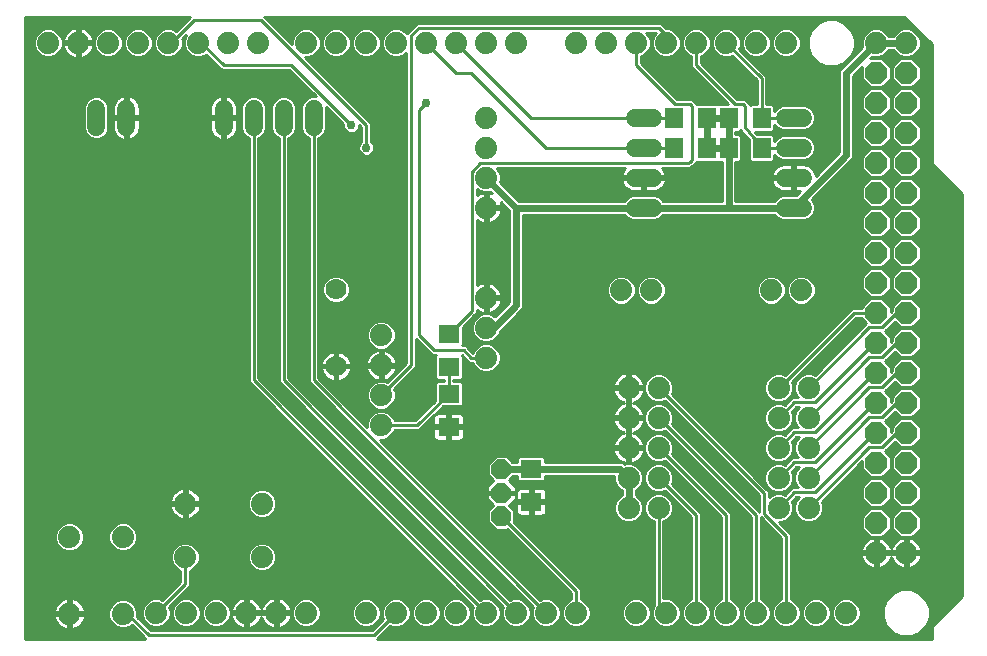
<source format=gbl>
G75*
%MOIN*%
%OFA0B0*%
%FSLAX25Y25*%
%IPPOS*%
%LPD*%
%AMOC8*
5,1,8,0,0,1.08239X$1,22.5*
%
%ADD10C,0.07400*%
%ADD11OC8,0.07400*%
%ADD12C,0.07000*%
%ADD13OC8,0.06600*%
%ADD14C,0.06000*%
%ADD15R,0.07087X0.06299*%
%ADD16R,0.06299X0.07087*%
%ADD17C,0.01000*%
%ADD18C,0.02400*%
%ADD19C,0.02978*%
D10*
X0127350Y0022332D03*
X0145150Y0022332D03*
X0156250Y0022632D03*
X0166250Y0022632D03*
X0176250Y0022632D03*
X0186250Y0022632D03*
X0196250Y0022632D03*
X0206250Y0022632D03*
X0226250Y0022632D03*
X0236250Y0022632D03*
X0246250Y0022632D03*
X0256250Y0022632D03*
X0266250Y0022632D03*
X0276250Y0022632D03*
X0286250Y0022632D03*
X0296250Y0022632D03*
X0316250Y0022632D03*
X0326250Y0022632D03*
X0336250Y0022632D03*
X0346250Y0022632D03*
X0356250Y0022632D03*
X0366250Y0022632D03*
X0376250Y0022632D03*
X0386250Y0022632D03*
X0396250Y0042632D03*
X0406250Y0042632D03*
X0373750Y0057632D03*
X0363750Y0057632D03*
X0363750Y0067632D03*
X0373750Y0067632D03*
X0373750Y0077632D03*
X0363750Y0077632D03*
X0363750Y0087632D03*
X0373750Y0087632D03*
X0373750Y0097632D03*
X0363750Y0097632D03*
X0323750Y0097632D03*
X0313750Y0097632D03*
X0313750Y0087632D03*
X0323750Y0087632D03*
X0323750Y0077632D03*
X0313750Y0077632D03*
X0313750Y0067632D03*
X0323750Y0067632D03*
X0323750Y0057632D03*
X0313750Y0057632D03*
X0231250Y0085132D03*
X0231250Y0095132D03*
X0231250Y0105132D03*
X0231250Y0115132D03*
X0266250Y0117632D03*
X0266250Y0107632D03*
X0266250Y0127632D03*
X0311250Y0130132D03*
X0321250Y0130132D03*
X0361250Y0130132D03*
X0371250Y0130132D03*
X0266250Y0157632D03*
X0266250Y0167632D03*
X0266250Y0177632D03*
X0266250Y0187632D03*
X0266250Y0212632D03*
X0256250Y0212632D03*
X0246250Y0212632D03*
X0236250Y0212632D03*
X0226250Y0212632D03*
X0216250Y0212632D03*
X0206250Y0212632D03*
X0190250Y0212632D03*
X0180250Y0212632D03*
X0170250Y0212632D03*
X0160250Y0212632D03*
X0150250Y0212632D03*
X0140250Y0212632D03*
X0130250Y0212632D03*
X0120250Y0212632D03*
X0276250Y0212632D03*
X0296250Y0212632D03*
X0306250Y0212632D03*
X0316250Y0212632D03*
X0326250Y0212632D03*
X0336250Y0212632D03*
X0346250Y0212632D03*
X0356250Y0212632D03*
X0366250Y0212632D03*
X0396250Y0212632D03*
X0406250Y0212632D03*
X0191550Y0059032D03*
X0165950Y0059032D03*
X0145150Y0047932D03*
X0127350Y0047932D03*
X0165950Y0041232D03*
X0191550Y0041232D03*
D11*
X0396250Y0052632D03*
X0406250Y0052632D03*
X0406250Y0062632D03*
X0396250Y0062632D03*
X0396250Y0072632D03*
X0406250Y0072632D03*
X0406250Y0082632D03*
X0396250Y0082632D03*
X0396250Y0092632D03*
X0406250Y0092632D03*
X0406250Y0102632D03*
X0396250Y0102632D03*
X0396250Y0112632D03*
X0406250Y0112632D03*
X0406250Y0122632D03*
X0396250Y0122632D03*
X0396250Y0132632D03*
X0406250Y0132632D03*
X0406250Y0142632D03*
X0396250Y0142632D03*
X0396250Y0152632D03*
X0406250Y0152632D03*
X0406250Y0162632D03*
X0396250Y0162632D03*
X0396250Y0172632D03*
X0406250Y0172632D03*
X0406250Y0182632D03*
X0396250Y0182632D03*
X0396250Y0192632D03*
X0406250Y0192632D03*
X0406250Y0202632D03*
X0396250Y0202632D03*
D12*
X0216250Y0130428D03*
X0216250Y0104837D03*
D13*
X0271250Y0070506D03*
X0271250Y0062632D03*
X0271250Y0054758D03*
D14*
X0315750Y0157632D02*
X0321750Y0157632D01*
X0321750Y0167632D02*
X0315750Y0167632D01*
X0315750Y0177632D02*
X0321750Y0177632D01*
X0321750Y0187632D02*
X0315750Y0187632D01*
X0365750Y0187632D02*
X0371750Y0187632D01*
X0371750Y0177632D02*
X0365750Y0177632D01*
X0365750Y0167632D02*
X0371750Y0167632D01*
X0371750Y0157632D02*
X0365750Y0157632D01*
X0208750Y0184632D02*
X0208750Y0190632D01*
X0198750Y0190632D02*
X0198750Y0184632D01*
X0188750Y0184632D02*
X0188750Y0190632D01*
X0178750Y0190632D02*
X0178750Y0184632D01*
X0146250Y0184632D02*
X0146250Y0190632D01*
X0136250Y0190632D02*
X0136250Y0184632D01*
D15*
X0253750Y0115644D03*
X0253750Y0104621D03*
X0253750Y0095644D03*
X0253750Y0084621D03*
X0281250Y0070644D03*
X0281250Y0059621D03*
D16*
X0328967Y0177632D03*
X0339990Y0177632D03*
X0347077Y0177632D03*
X0358100Y0177632D03*
X0358100Y0187632D03*
X0347077Y0187632D03*
X0339990Y0187632D03*
X0328967Y0187632D03*
D17*
X0112550Y0221332D02*
X0112550Y0013932D01*
X0152687Y0013932D01*
X0152150Y0014470D01*
X0148113Y0018507D01*
X0147869Y0018263D01*
X0146105Y0017532D01*
X0144195Y0017532D01*
X0142431Y0018263D01*
X0141081Y0019613D01*
X0140350Y0021378D01*
X0140350Y0023287D01*
X0141081Y0025051D01*
X0142431Y0026402D01*
X0144195Y0027132D01*
X0146105Y0027132D01*
X0147869Y0026402D01*
X0149219Y0025051D01*
X0149950Y0023287D01*
X0149950Y0021378D01*
X0149897Y0021249D01*
X0154413Y0016732D01*
X0228087Y0016732D01*
X0231914Y0020559D01*
X0231450Y0021678D01*
X0231450Y0023587D01*
X0232181Y0025351D01*
X0233531Y0026702D01*
X0235295Y0027432D01*
X0237205Y0027432D01*
X0238969Y0026702D01*
X0240319Y0025351D01*
X0241050Y0023587D01*
X0241050Y0021678D01*
X0240319Y0019913D01*
X0238969Y0018563D01*
X0237205Y0017832D01*
X0235295Y0017832D01*
X0234176Y0018296D01*
X0229813Y0013932D01*
X0414950Y0013932D01*
X0414950Y0018171D01*
X0415712Y0018932D01*
X0424950Y0028171D01*
X0424950Y0162094D01*
X0414950Y0172094D01*
X0414950Y0212094D01*
X0405712Y0221332D01*
X0192313Y0221332D01*
X0192850Y0220795D01*
X0201450Y0212195D01*
X0201450Y0213587D01*
X0202181Y0215351D01*
X0203531Y0216702D01*
X0205295Y0217432D01*
X0207205Y0217432D01*
X0208969Y0216702D01*
X0210319Y0215351D01*
X0211050Y0213587D01*
X0211050Y0211678D01*
X0210319Y0209913D01*
X0208969Y0208563D01*
X0207205Y0207832D01*
X0205813Y0207832D01*
X0227850Y0185795D01*
X0227850Y0179694D01*
X0228445Y0179099D01*
X0228839Y0178147D01*
X0228839Y0177117D01*
X0228445Y0176166D01*
X0227717Y0175438D01*
X0226765Y0175044D01*
X0225735Y0175044D01*
X0224783Y0175438D01*
X0224055Y0176166D01*
X0223661Y0177117D01*
X0223661Y0178147D01*
X0224055Y0179099D01*
X0224650Y0179694D01*
X0224650Y0184470D01*
X0223839Y0185281D01*
X0223839Y0184617D01*
X0223445Y0183666D01*
X0222717Y0182938D01*
X0221765Y0182544D01*
X0220735Y0182544D01*
X0219783Y0182938D01*
X0219055Y0183666D01*
X0218661Y0184617D01*
X0218661Y0185459D01*
X0212850Y0191270D01*
X0212850Y0183817D01*
X0212226Y0182310D01*
X0211072Y0181157D01*
X0210350Y0180857D01*
X0210350Y0100795D01*
X0226450Y0084695D01*
X0226450Y0086087D01*
X0227181Y0087851D01*
X0228531Y0089202D01*
X0230295Y0089932D01*
X0232205Y0089932D01*
X0233969Y0089202D01*
X0235319Y0087851D01*
X0235783Y0086732D01*
X0242575Y0086732D01*
X0249107Y0093264D01*
X0249107Y0099250D01*
X0249751Y0099894D01*
X0252150Y0099894D01*
X0252150Y0100371D01*
X0249751Y0100371D01*
X0249107Y0101015D01*
X0249107Y0108226D01*
X0249413Y0108532D01*
X0248087Y0108532D01*
X0243087Y0113532D01*
X0242850Y0113770D01*
X0242850Y0104470D01*
X0241913Y0103532D01*
X0235586Y0097206D01*
X0236050Y0096087D01*
X0236050Y0094178D01*
X0235319Y0092413D01*
X0233969Y0091063D01*
X0232205Y0090332D01*
X0230295Y0090332D01*
X0228531Y0091063D01*
X0227181Y0092413D01*
X0226450Y0094178D01*
X0226450Y0096087D01*
X0227181Y0097851D01*
X0228531Y0099202D01*
X0230295Y0099932D01*
X0232205Y0099932D01*
X0233324Y0099469D01*
X0239650Y0105795D01*
X0239650Y0209244D01*
X0238969Y0208563D01*
X0237205Y0207832D01*
X0235295Y0207832D01*
X0233531Y0208563D01*
X0232181Y0209913D01*
X0231450Y0211678D01*
X0231450Y0213587D01*
X0232181Y0215351D01*
X0233531Y0216702D01*
X0235295Y0217432D01*
X0237205Y0217432D01*
X0238969Y0216702D01*
X0239763Y0215908D01*
X0242150Y0218295D01*
X0243087Y0219232D01*
X0324413Y0219232D01*
X0326213Y0217432D01*
X0327205Y0217432D01*
X0328969Y0216702D01*
X0330319Y0215351D01*
X0331050Y0213587D01*
X0331050Y0211678D01*
X0330319Y0209913D01*
X0328969Y0208563D01*
X0327205Y0207832D01*
X0325295Y0207832D01*
X0323531Y0208563D01*
X0322181Y0209913D01*
X0321450Y0211678D01*
X0321450Y0213587D01*
X0322181Y0215351D01*
X0322862Y0216032D01*
X0319638Y0216032D01*
X0320319Y0215351D01*
X0321050Y0213587D01*
X0321050Y0211678D01*
X0320319Y0209913D01*
X0318969Y0208563D01*
X0317850Y0208100D01*
X0317850Y0206032D01*
X0330006Y0193876D01*
X0335006Y0193876D01*
X0335943Y0192939D01*
X0336588Y0192294D01*
X0336588Y0192276D01*
X0346844Y0192276D01*
X0335587Y0203532D01*
X0335587Y0203532D01*
X0334650Y0204470D01*
X0334650Y0208100D01*
X0333531Y0208563D01*
X0332181Y0209913D01*
X0331450Y0211678D01*
X0331450Y0213587D01*
X0332181Y0215351D01*
X0333531Y0216702D01*
X0335295Y0217432D01*
X0337205Y0217432D01*
X0338969Y0216702D01*
X0340319Y0215351D01*
X0341050Y0213587D01*
X0341050Y0211678D01*
X0340319Y0209913D01*
X0338969Y0208563D01*
X0337850Y0208100D01*
X0337850Y0205795D01*
X0349769Y0193876D01*
X0352506Y0193876D01*
X0353151Y0193231D01*
X0354088Y0192294D01*
X0354088Y0191868D01*
X0354495Y0192276D01*
X0356500Y0192276D01*
X0356500Y0200119D01*
X0348324Y0208296D01*
X0347205Y0207832D01*
X0345295Y0207832D01*
X0343531Y0208563D01*
X0342181Y0209913D01*
X0341450Y0211678D01*
X0341450Y0213587D01*
X0342181Y0215351D01*
X0343531Y0216702D01*
X0345295Y0217432D01*
X0347205Y0217432D01*
X0348969Y0216702D01*
X0350319Y0215351D01*
X0351050Y0213587D01*
X0351050Y0211678D01*
X0350586Y0210559D01*
X0359700Y0201445D01*
X0359700Y0192276D01*
X0361706Y0192276D01*
X0362350Y0191631D01*
X0362350Y0190031D01*
X0363428Y0191108D01*
X0364934Y0191732D01*
X0372566Y0191732D01*
X0374072Y0191108D01*
X0375226Y0189955D01*
X0375850Y0188448D01*
X0375850Y0186817D01*
X0375226Y0185310D01*
X0374072Y0184157D01*
X0372566Y0183532D01*
X0364934Y0183532D01*
X0363428Y0184157D01*
X0362350Y0185234D01*
X0362350Y0183634D01*
X0361706Y0182989D01*
X0355740Y0182989D01*
X0356331Y0182276D01*
X0361706Y0182276D01*
X0362350Y0181631D01*
X0362350Y0180031D01*
X0363428Y0181108D01*
X0364934Y0181732D01*
X0372566Y0181732D01*
X0374072Y0181108D01*
X0375226Y0179955D01*
X0375850Y0178448D01*
X0375850Y0176817D01*
X0375226Y0175310D01*
X0374072Y0174157D01*
X0372566Y0173532D01*
X0364934Y0173532D01*
X0363428Y0174157D01*
X0362350Y0175234D01*
X0362350Y0173634D01*
X0361706Y0172989D01*
X0354495Y0172989D01*
X0353851Y0173634D01*
X0353851Y0180254D01*
X0351303Y0183328D01*
X0351162Y0183469D01*
X0350682Y0182989D01*
X0349377Y0182989D01*
X0349377Y0182276D01*
X0350682Y0182276D01*
X0351326Y0181631D01*
X0351326Y0173634D01*
X0350682Y0172989D01*
X0349377Y0172989D01*
X0349377Y0159932D01*
X0362265Y0159932D01*
X0362274Y0159955D01*
X0363428Y0161108D01*
X0364934Y0161732D01*
X0369597Y0161732D01*
X0370997Y0163132D01*
X0369250Y0163132D01*
X0369250Y0167132D01*
X0368250Y0167132D01*
X0368250Y0163132D01*
X0365396Y0163132D01*
X0364696Y0163243D01*
X0364023Y0163462D01*
X0363391Y0163784D01*
X0362818Y0164200D01*
X0362318Y0164701D01*
X0361901Y0165274D01*
X0361580Y0165905D01*
X0361361Y0166579D01*
X0361273Y0167132D01*
X0368250Y0167132D01*
X0369250Y0167132D01*
X0369250Y0163132D01*
X0370997Y0163132D01*
X0369597Y0161732D01*
X0364934Y0161732D01*
X0363428Y0161108D01*
X0362274Y0159955D01*
X0362265Y0159932D01*
X0349377Y0159932D01*
X0349377Y0172989D01*
X0350682Y0172989D01*
X0351326Y0173634D01*
X0351326Y0181631D01*
X0350682Y0182276D01*
X0349377Y0182276D01*
X0349377Y0182989D01*
X0350682Y0182989D01*
X0351162Y0183469D01*
X0351303Y0183328D01*
X0353851Y0180254D01*
X0353851Y0173634D01*
X0354495Y0172989D01*
X0361706Y0172989D01*
X0362350Y0173634D01*
X0362350Y0175234D01*
X0363428Y0174157D01*
X0364934Y0173532D01*
X0372566Y0173532D01*
X0374072Y0174157D01*
X0375226Y0175310D01*
X0375850Y0176817D01*
X0375850Y0178448D01*
X0375226Y0179955D01*
X0374072Y0181108D01*
X0372566Y0181732D01*
X0364934Y0181732D01*
X0363428Y0181108D01*
X0362350Y0180031D01*
X0362350Y0181631D01*
X0361706Y0182276D01*
X0356331Y0182276D01*
X0355740Y0182989D01*
X0361706Y0182989D01*
X0362350Y0183634D01*
X0362350Y0185234D01*
X0363428Y0184157D01*
X0364934Y0183532D01*
X0372566Y0183532D01*
X0374072Y0184157D01*
X0375226Y0185310D01*
X0375850Y0186817D01*
X0375850Y0188448D01*
X0375226Y0189955D01*
X0374072Y0191108D01*
X0372566Y0191732D01*
X0364934Y0191732D01*
X0363428Y0191108D01*
X0362350Y0190031D01*
X0362350Y0191631D01*
X0361706Y0192276D01*
X0359700Y0192276D01*
X0359700Y0201445D01*
X0350586Y0210559D01*
X0351050Y0211678D01*
X0351050Y0213587D01*
X0350319Y0215351D01*
X0348969Y0216702D01*
X0347205Y0217432D01*
X0345295Y0217432D01*
X0343531Y0216702D01*
X0342181Y0215351D01*
X0341450Y0213587D01*
X0341450Y0211678D01*
X0342181Y0209913D01*
X0343531Y0208563D01*
X0345295Y0207832D01*
X0347205Y0207832D01*
X0348324Y0208296D01*
X0356500Y0200119D01*
X0356500Y0192276D01*
X0354495Y0192276D01*
X0354088Y0191868D01*
X0354088Y0192294D01*
X0353151Y0193231D01*
X0352506Y0193876D01*
X0349769Y0193876D01*
X0337850Y0205795D01*
X0337850Y0208100D01*
X0338969Y0208563D01*
X0340319Y0209913D01*
X0341050Y0211678D01*
X0341050Y0213587D01*
X0340319Y0215351D01*
X0338969Y0216702D01*
X0337205Y0217432D01*
X0335295Y0217432D01*
X0333531Y0216702D01*
X0332181Y0215351D01*
X0331450Y0213587D01*
X0331450Y0211678D01*
X0332181Y0209913D01*
X0333531Y0208563D01*
X0334650Y0208100D01*
X0334650Y0204470D01*
X0335587Y0203532D01*
X0346844Y0192276D01*
X0336588Y0192276D01*
X0336588Y0192294D01*
X0335943Y0192939D01*
X0335006Y0193876D01*
X0330006Y0193876D01*
X0317850Y0206032D01*
X0317850Y0208100D01*
X0318969Y0208563D01*
X0320319Y0209913D01*
X0321050Y0211678D01*
X0321050Y0213587D01*
X0320319Y0215351D01*
X0319638Y0216032D01*
X0322862Y0216032D01*
X0322181Y0215351D01*
X0321450Y0213587D01*
X0321450Y0211678D01*
X0322181Y0209913D01*
X0323531Y0208563D01*
X0325295Y0207832D01*
X0327205Y0207832D01*
X0328969Y0208563D01*
X0330319Y0209913D01*
X0331050Y0211678D01*
X0331050Y0213587D01*
X0330319Y0215351D01*
X0328969Y0216702D01*
X0327205Y0217432D01*
X0326213Y0217432D01*
X0324413Y0219232D01*
X0243087Y0219232D01*
X0242150Y0218295D01*
X0239763Y0215908D01*
X0238969Y0216702D01*
X0237205Y0217432D01*
X0235295Y0217432D01*
X0233531Y0216702D01*
X0232181Y0215351D01*
X0231450Y0213587D01*
X0231450Y0211678D01*
X0232181Y0209913D01*
X0233531Y0208563D01*
X0235295Y0207832D01*
X0237205Y0207832D01*
X0238969Y0208563D01*
X0239650Y0209244D01*
X0239650Y0105795D01*
X0233324Y0099469D01*
X0232205Y0099932D01*
X0230295Y0099932D01*
X0228531Y0099202D01*
X0227181Y0097851D01*
X0226450Y0096087D01*
X0226450Y0094178D01*
X0227181Y0092413D01*
X0228531Y0091063D01*
X0230295Y0090332D01*
X0232205Y0090332D01*
X0233969Y0091063D01*
X0235319Y0092413D01*
X0236050Y0094178D01*
X0236050Y0096087D01*
X0235586Y0097206D01*
X0241913Y0103532D01*
X0242850Y0104470D01*
X0242850Y0113770D01*
X0243087Y0113532D01*
X0248087Y0108532D01*
X0249413Y0108532D01*
X0249107Y0108226D01*
X0249107Y0101015D01*
X0249751Y0100371D01*
X0252150Y0100371D01*
X0252150Y0099894D01*
X0249751Y0099894D01*
X0249107Y0099250D01*
X0249107Y0093264D01*
X0242575Y0086732D01*
X0235783Y0086732D01*
X0235319Y0087851D01*
X0233969Y0089202D01*
X0232205Y0089932D01*
X0230295Y0089932D01*
X0228531Y0089202D01*
X0227181Y0087851D01*
X0226450Y0086087D01*
X0226450Y0084695D01*
X0210350Y0100795D01*
X0210350Y0180857D01*
X0211072Y0181157D01*
X0212226Y0182310D01*
X0212850Y0183817D01*
X0212850Y0191270D01*
X0218661Y0185459D01*
X0218661Y0184617D01*
X0219055Y0183666D01*
X0219783Y0182938D01*
X0220735Y0182544D01*
X0221765Y0182544D01*
X0222717Y0182938D01*
X0223445Y0183666D01*
X0223839Y0184617D01*
X0223839Y0185281D01*
X0224650Y0184470D01*
X0224650Y0179694D01*
X0224055Y0179099D01*
X0223661Y0178147D01*
X0223661Y0177117D01*
X0224055Y0176166D01*
X0224783Y0175438D01*
X0225735Y0175044D01*
X0226765Y0175044D01*
X0227717Y0175438D01*
X0228445Y0176166D01*
X0228839Y0177117D01*
X0228839Y0178147D01*
X0228445Y0179099D01*
X0227850Y0179694D01*
X0227850Y0185795D01*
X0205813Y0207832D01*
X0207205Y0207832D01*
X0208969Y0208563D01*
X0210319Y0209913D01*
X0211050Y0211678D01*
X0211050Y0213587D01*
X0210319Y0215351D01*
X0208969Y0216702D01*
X0207205Y0217432D01*
X0205295Y0217432D01*
X0203531Y0216702D01*
X0202181Y0215351D01*
X0201450Y0213587D01*
X0201450Y0212195D01*
X0192850Y0220795D01*
X0192313Y0221332D01*
X0405712Y0221332D01*
X0414950Y0212094D01*
X0414950Y0172094D01*
X0424950Y0162094D01*
X0424950Y0028171D01*
X0415712Y0018932D01*
X0414950Y0018171D01*
X0414950Y0013932D01*
X0229813Y0013932D01*
X0234176Y0018296D01*
X0235295Y0017832D01*
X0237205Y0017832D01*
X0238969Y0018563D01*
X0240319Y0019913D01*
X0241050Y0021678D01*
X0241050Y0023587D01*
X0240319Y0025351D01*
X0238969Y0026702D01*
X0237205Y0027432D01*
X0235295Y0027432D01*
X0233531Y0026702D01*
X0232181Y0025351D01*
X0231450Y0023587D01*
X0231450Y0021678D01*
X0231914Y0020559D01*
X0228087Y0016732D01*
X0154413Y0016732D01*
X0149897Y0021249D01*
X0149950Y0021378D01*
X0149950Y0023287D01*
X0149219Y0025051D01*
X0147869Y0026402D01*
X0146105Y0027132D01*
X0144195Y0027132D01*
X0142431Y0026402D01*
X0141081Y0025051D01*
X0140350Y0023287D01*
X0140350Y0021378D01*
X0141081Y0019613D01*
X0142431Y0018263D01*
X0144195Y0017532D01*
X0146105Y0017532D01*
X0147869Y0018263D01*
X0148113Y0018507D01*
X0152150Y0014470D01*
X0152687Y0013932D01*
X0112550Y0013932D01*
X0112550Y0221332D01*
X0167687Y0221332D01*
X0163013Y0216658D01*
X0162969Y0216702D01*
X0161205Y0217432D01*
X0159295Y0217432D01*
X0157531Y0216702D01*
X0156181Y0215351D01*
X0155450Y0213587D01*
X0155450Y0211678D01*
X0156181Y0209913D01*
X0157531Y0208563D01*
X0159295Y0207832D01*
X0161205Y0207832D01*
X0162969Y0208563D01*
X0164319Y0209913D01*
X0165050Y0211678D01*
X0165050Y0213587D01*
X0164879Y0213999D01*
X0166145Y0215265D01*
X0165450Y0213587D01*
X0165450Y0211678D01*
X0166181Y0209913D01*
X0167531Y0208563D01*
X0169295Y0207832D01*
X0171205Y0207832D01*
X0172969Y0208563D01*
X0173013Y0208607D01*
X0178087Y0203532D01*
X0200587Y0203532D01*
X0209387Y0194732D01*
X0207934Y0194732D01*
X0206428Y0194108D01*
X0205274Y0192955D01*
X0204650Y0191448D01*
X0204650Y0183817D01*
X0205274Y0182310D01*
X0206428Y0181157D01*
X0207150Y0180857D01*
X0207150Y0099470D01*
X0281914Y0024706D01*
X0281450Y0023587D01*
X0281450Y0021678D01*
X0282181Y0019913D01*
X0283531Y0018563D01*
X0285295Y0017832D01*
X0287205Y0017832D01*
X0288969Y0018563D01*
X0290319Y0019913D01*
X0291050Y0021678D01*
X0291050Y0023587D01*
X0290319Y0025351D01*
X0288969Y0026702D01*
X0287205Y0027432D01*
X0285295Y0027432D01*
X0284176Y0026969D01*
X0230813Y0080332D01*
X0232205Y0080332D01*
X0233969Y0081063D01*
X0235319Y0082413D01*
X0235783Y0083532D01*
X0243901Y0083532D01*
X0248934Y0088565D01*
X0248809Y0088349D01*
X0248707Y0087968D01*
X0248707Y0085121D01*
X0253250Y0085121D01*
X0253250Y0089270D01*
X0250009Y0089270D01*
X0249628Y0089168D01*
X0249412Y0089043D01*
X0251763Y0091395D01*
X0257749Y0091395D01*
X0258393Y0092039D01*
X0258393Y0099250D01*
X0257749Y0099894D01*
X0255350Y0099894D01*
X0255350Y0100371D01*
X0257749Y0100371D01*
X0258393Y0101015D01*
X0258393Y0108226D01*
X0258087Y0108532D01*
X0260587Y0106032D01*
X0261717Y0106032D01*
X0262181Y0104913D01*
X0263531Y0103563D01*
X0265295Y0102832D01*
X0267205Y0102832D01*
X0268969Y0103563D01*
X0270319Y0104913D01*
X0271050Y0106678D01*
X0271050Y0108587D01*
X0270319Y0110351D01*
X0268969Y0111702D01*
X0267205Y0112432D01*
X0265295Y0112432D01*
X0263531Y0111702D01*
X0262181Y0110351D01*
X0261775Y0109371D01*
X0260350Y0110795D01*
X0259413Y0111732D01*
X0258087Y0111732D01*
X0258393Y0112039D01*
X0258393Y0118025D01*
X0262113Y0121744D01*
X0263050Y0122682D01*
X0263050Y0123530D01*
X0263525Y0123185D01*
X0264254Y0122813D01*
X0265032Y0122561D01*
X0265750Y0122447D01*
X0265750Y0127132D01*
X0266750Y0127132D01*
X0266750Y0122447D01*
X0267468Y0122561D01*
X0268246Y0122813D01*
X0268975Y0123185D01*
X0269638Y0123666D01*
X0270216Y0124245D01*
X0270697Y0124907D01*
X0271069Y0125636D01*
X0271322Y0126415D01*
X0271436Y0127132D01*
X0266750Y0127132D01*
X0266750Y0122447D01*
X0267468Y0122561D01*
X0268246Y0122813D01*
X0268975Y0123185D01*
X0269638Y0123666D01*
X0270216Y0124245D01*
X0270697Y0124907D01*
X0271069Y0125636D01*
X0271322Y0126415D01*
X0271436Y0127132D01*
X0266750Y0127132D01*
X0265750Y0127132D01*
X0265750Y0122447D01*
X0265032Y0122561D01*
X0264254Y0122813D01*
X0263525Y0123185D01*
X0263050Y0123530D01*
X0263050Y0122682D01*
X0262113Y0121744D01*
X0258393Y0118025D01*
X0258393Y0112039D01*
X0258087Y0111732D01*
X0259413Y0111732D01*
X0260350Y0110795D01*
X0261775Y0109371D01*
X0262181Y0110351D01*
X0263531Y0111702D01*
X0265295Y0112432D01*
X0267205Y0112432D01*
X0268969Y0111702D01*
X0270319Y0110351D01*
X0271050Y0108587D01*
X0271050Y0106678D01*
X0270319Y0104913D01*
X0268969Y0103563D01*
X0267205Y0102832D01*
X0265295Y0102832D01*
X0263531Y0103563D01*
X0262181Y0104913D01*
X0261717Y0106032D01*
X0260587Y0106032D01*
X0258087Y0108532D01*
X0258087Y0108532D01*
X0258087Y0108532D01*
X0258393Y0108226D01*
X0258393Y0101015D01*
X0257749Y0100371D01*
X0255350Y0100371D01*
X0255350Y0099894D01*
X0257749Y0099894D01*
X0258393Y0099250D01*
X0258393Y0092039D01*
X0257749Y0091395D01*
X0251763Y0091395D01*
X0249412Y0089043D01*
X0249628Y0089168D01*
X0250009Y0089270D01*
X0253250Y0089270D01*
X0253250Y0085121D01*
X0254250Y0085121D01*
X0254250Y0089270D01*
X0257491Y0089270D01*
X0257872Y0089168D01*
X0258214Y0088971D01*
X0258494Y0088691D01*
X0258691Y0088349D01*
X0258793Y0087968D01*
X0258793Y0085121D01*
X0254250Y0085121D01*
X0253250Y0085121D01*
X0253250Y0084121D01*
X0248707Y0084121D01*
X0248707Y0081274D01*
X0248809Y0080892D01*
X0249006Y0080550D01*
X0249286Y0080271D01*
X0249628Y0080073D01*
X0250009Y0079971D01*
X0253250Y0079971D01*
X0253250Y0084121D01*
X0248707Y0084121D01*
X0248707Y0081274D01*
X0248809Y0080892D01*
X0249006Y0080550D01*
X0249286Y0080271D01*
X0249628Y0080073D01*
X0250009Y0079971D01*
X0253250Y0079971D01*
X0253250Y0084121D01*
X0253250Y0085121D01*
X0248707Y0085121D01*
X0248707Y0087968D01*
X0248809Y0088349D01*
X0248934Y0088565D01*
X0243901Y0083532D01*
X0235783Y0083532D01*
X0235319Y0082413D01*
X0233969Y0081063D01*
X0232205Y0080332D01*
X0230813Y0080332D01*
X0284176Y0026969D01*
X0285295Y0027432D01*
X0287205Y0027432D01*
X0288969Y0026702D01*
X0290319Y0025351D01*
X0291050Y0023587D01*
X0291050Y0021678D01*
X0290319Y0019913D01*
X0288969Y0018563D01*
X0287205Y0017832D01*
X0285295Y0017832D01*
X0283531Y0018563D01*
X0282181Y0019913D01*
X0281450Y0021678D01*
X0281450Y0023587D01*
X0281914Y0024706D01*
X0207150Y0099470D01*
X0207150Y0180857D01*
X0206428Y0181157D01*
X0205274Y0182310D01*
X0204650Y0183817D01*
X0204650Y0191448D01*
X0205274Y0192955D01*
X0206428Y0194108D01*
X0207934Y0194732D01*
X0209387Y0194732D01*
X0200587Y0203532D01*
X0178087Y0203532D01*
X0173013Y0208607D01*
X0172969Y0208563D01*
X0171205Y0207832D01*
X0169295Y0207832D01*
X0167531Y0208563D01*
X0166181Y0209913D01*
X0165450Y0211678D01*
X0165450Y0213587D01*
X0166145Y0215265D01*
X0164879Y0213999D01*
X0165050Y0213587D01*
X0165050Y0211678D01*
X0164319Y0209913D01*
X0162969Y0208563D01*
X0161205Y0207832D01*
X0159295Y0207832D01*
X0157531Y0208563D01*
X0156181Y0209913D01*
X0155450Y0211678D01*
X0155450Y0213587D01*
X0156181Y0215351D01*
X0157531Y0216702D01*
X0159295Y0217432D01*
X0161205Y0217432D01*
X0162969Y0216702D01*
X0163013Y0216658D01*
X0167687Y0221332D01*
X0112550Y0221332D01*
X0112550Y0221321D02*
X0167676Y0221321D01*
X0112550Y0221321D01*
X0112550Y0220323D02*
X0166678Y0220323D01*
X0112550Y0220323D01*
X0112550Y0219324D02*
X0165679Y0219324D01*
X0112550Y0219324D01*
X0112550Y0218326D02*
X0164681Y0218326D01*
X0112550Y0218326D01*
X0112550Y0217327D02*
X0119041Y0217327D01*
X0112550Y0217327D01*
X0112550Y0216329D02*
X0117158Y0216329D01*
X0112550Y0216329D01*
X0112550Y0215330D02*
X0116172Y0215330D01*
X0112550Y0215330D01*
X0112550Y0214332D02*
X0115758Y0214332D01*
X0112550Y0214332D01*
X0112550Y0213333D02*
X0115450Y0213333D01*
X0112550Y0213333D01*
X0112550Y0212335D02*
X0115450Y0212335D01*
X0112550Y0212335D01*
X0112550Y0211336D02*
X0115591Y0211336D01*
X0112550Y0211336D01*
X0112550Y0210338D02*
X0116005Y0210338D01*
X0112550Y0210338D01*
X0112550Y0209339D02*
X0116755Y0209339D01*
X0112550Y0209339D01*
X0112550Y0208341D02*
X0118068Y0208341D01*
X0112550Y0208341D01*
X0112550Y0207342D02*
X0174278Y0207342D01*
X0112550Y0207342D01*
X0112550Y0206344D02*
X0175276Y0206344D01*
X0112550Y0206344D01*
X0112550Y0205345D02*
X0176275Y0205345D01*
X0112550Y0205345D01*
X0112550Y0204347D02*
X0177273Y0204347D01*
X0112550Y0204347D01*
X0112550Y0203348D02*
X0200772Y0203348D01*
X0112550Y0203348D01*
X0112550Y0202350D02*
X0201770Y0202350D01*
X0112550Y0202350D01*
X0112550Y0201351D02*
X0202769Y0201351D01*
X0112550Y0201351D01*
X0112550Y0200353D02*
X0203767Y0200353D01*
X0112550Y0200353D01*
X0112550Y0199354D02*
X0204766Y0199354D01*
X0112550Y0199354D01*
X0112550Y0198356D02*
X0205764Y0198356D01*
X0112550Y0198356D01*
X0112550Y0197357D02*
X0206763Y0197357D01*
X0112550Y0197357D01*
X0112550Y0196359D02*
X0207761Y0196359D01*
X0112550Y0196359D01*
X0112550Y0195360D02*
X0208760Y0195360D01*
X0112550Y0195360D01*
X0112550Y0194362D02*
X0134539Y0194362D01*
X0112550Y0194362D01*
X0112550Y0193363D02*
X0133182Y0193363D01*
X0112550Y0193363D01*
X0112550Y0192365D02*
X0132530Y0192365D01*
X0112550Y0192365D01*
X0112550Y0191366D02*
X0132150Y0191366D01*
X0112550Y0191366D01*
X0112550Y0190367D02*
X0132150Y0190367D01*
X0112550Y0190367D01*
X0112550Y0189369D02*
X0132150Y0189369D01*
X0112550Y0189369D01*
X0112550Y0188370D02*
X0132150Y0188370D01*
X0112550Y0188370D01*
X0112550Y0187372D02*
X0132150Y0187372D01*
X0112550Y0187372D01*
X0112550Y0186373D02*
X0132150Y0186373D01*
X0112550Y0186373D01*
X0112550Y0185375D02*
X0132150Y0185375D01*
X0112550Y0185375D01*
X0112550Y0184376D02*
X0132150Y0184376D01*
X0112550Y0184376D01*
X0112550Y0183378D02*
X0132332Y0183378D01*
X0112550Y0183378D01*
X0112550Y0182379D02*
X0132745Y0182379D01*
X0112550Y0182379D01*
X0112550Y0181381D02*
X0133703Y0181381D01*
X0112550Y0181381D01*
X0112550Y0180382D02*
X0144768Y0180382D01*
X0112550Y0180382D01*
X0112550Y0179384D02*
X0187150Y0179384D01*
X0112550Y0179384D01*
X0112550Y0178385D02*
X0187150Y0178385D01*
X0112550Y0178385D01*
X0112550Y0177387D02*
X0187150Y0177387D01*
X0112550Y0177387D01*
X0112550Y0176388D02*
X0187150Y0176388D01*
X0112550Y0176388D01*
X0112550Y0175390D02*
X0187150Y0175390D01*
X0112550Y0175390D01*
X0112550Y0174391D02*
X0187150Y0174391D01*
X0112550Y0174391D01*
X0112550Y0173393D02*
X0187150Y0173393D01*
X0112550Y0173393D01*
X0112550Y0172394D02*
X0187150Y0172394D01*
X0112550Y0172394D01*
X0112550Y0171396D02*
X0187150Y0171396D01*
X0112550Y0171396D01*
X0112550Y0170397D02*
X0187150Y0170397D01*
X0112550Y0170397D01*
X0112550Y0169399D02*
X0187150Y0169399D01*
X0112550Y0169399D01*
X0112550Y0168400D02*
X0187150Y0168400D01*
X0112550Y0168400D01*
X0112550Y0167402D02*
X0187150Y0167402D01*
X0112550Y0167402D01*
X0112550Y0166403D02*
X0187150Y0166403D01*
X0112550Y0166403D01*
X0112550Y0165405D02*
X0187150Y0165405D01*
X0112550Y0165405D01*
X0112550Y0164406D02*
X0187150Y0164406D01*
X0112550Y0164406D01*
X0112550Y0163408D02*
X0187150Y0163408D01*
X0112550Y0163408D01*
X0112550Y0162409D02*
X0187150Y0162409D01*
X0112550Y0162409D01*
X0112550Y0161411D02*
X0187150Y0161411D01*
X0112550Y0161411D01*
X0112550Y0160412D02*
X0187150Y0160412D01*
X0112550Y0160412D01*
X0112550Y0159414D02*
X0187150Y0159414D01*
X0112550Y0159414D01*
X0112550Y0158415D02*
X0187150Y0158415D01*
X0112550Y0158415D01*
X0112550Y0157417D02*
X0187150Y0157417D01*
X0112550Y0157417D01*
X0112550Y0156418D02*
X0187150Y0156418D01*
X0112550Y0156418D01*
X0112550Y0155420D02*
X0187150Y0155420D01*
X0112550Y0155420D01*
X0112550Y0154421D02*
X0187150Y0154421D01*
X0112550Y0154421D01*
X0112550Y0153423D02*
X0187150Y0153423D01*
X0112550Y0153423D01*
X0112550Y0152424D02*
X0187150Y0152424D01*
X0112550Y0152424D01*
X0112550Y0151426D02*
X0187150Y0151426D01*
X0112550Y0151426D01*
X0112550Y0150427D02*
X0187150Y0150427D01*
X0112550Y0150427D01*
X0112550Y0149429D02*
X0187150Y0149429D01*
X0112550Y0149429D01*
X0112550Y0148430D02*
X0187150Y0148430D01*
X0112550Y0148430D01*
X0112550Y0147432D02*
X0187150Y0147432D01*
X0112550Y0147432D01*
X0112550Y0146433D02*
X0187150Y0146433D01*
X0112550Y0146433D01*
X0112550Y0145434D02*
X0187150Y0145434D01*
X0112550Y0145434D01*
X0112550Y0144436D02*
X0187150Y0144436D01*
X0112550Y0144436D01*
X0112550Y0143437D02*
X0187150Y0143437D01*
X0112550Y0143437D01*
X0112550Y0142439D02*
X0187150Y0142439D01*
X0112550Y0142439D01*
X0112550Y0141440D02*
X0187150Y0141440D01*
X0112550Y0141440D01*
X0112550Y0140442D02*
X0187150Y0140442D01*
X0112550Y0140442D01*
X0112550Y0139443D02*
X0187150Y0139443D01*
X0112550Y0139443D01*
X0112550Y0138445D02*
X0187150Y0138445D01*
X0112550Y0138445D01*
X0112550Y0137446D02*
X0187150Y0137446D01*
X0112550Y0137446D01*
X0112550Y0136448D02*
X0187150Y0136448D01*
X0112550Y0136448D01*
X0112550Y0135449D02*
X0187150Y0135449D01*
X0112550Y0135449D01*
X0112550Y0134451D02*
X0187150Y0134451D01*
X0112550Y0134451D01*
X0112550Y0133452D02*
X0187150Y0133452D01*
X0112550Y0133452D01*
X0112550Y0132454D02*
X0187150Y0132454D01*
X0112550Y0132454D01*
X0112550Y0131455D02*
X0187150Y0131455D01*
X0112550Y0131455D01*
X0112550Y0130457D02*
X0187150Y0130457D01*
X0112550Y0130457D01*
X0112550Y0129458D02*
X0187150Y0129458D01*
X0112550Y0129458D01*
X0112550Y0128460D02*
X0187150Y0128460D01*
X0112550Y0128460D01*
X0112550Y0127461D02*
X0187150Y0127461D01*
X0112550Y0127461D01*
X0112550Y0126463D02*
X0187150Y0126463D01*
X0112550Y0126463D01*
X0112550Y0125464D02*
X0187150Y0125464D01*
X0112550Y0125464D01*
X0112550Y0124466D02*
X0187150Y0124466D01*
X0112550Y0124466D01*
X0112550Y0123467D02*
X0187150Y0123467D01*
X0112550Y0123467D01*
X0112550Y0122469D02*
X0187150Y0122469D01*
X0112550Y0122469D01*
X0112550Y0121470D02*
X0187150Y0121470D01*
X0112550Y0121470D01*
X0112550Y0120472D02*
X0187150Y0120472D01*
X0112550Y0120472D01*
X0112550Y0119473D02*
X0187150Y0119473D01*
X0112550Y0119473D01*
X0112550Y0118475D02*
X0187150Y0118475D01*
X0112550Y0118475D01*
X0112550Y0117476D02*
X0187150Y0117476D01*
X0112550Y0117476D01*
X0112550Y0116478D02*
X0187150Y0116478D01*
X0112550Y0116478D01*
X0112550Y0115479D02*
X0187150Y0115479D01*
X0112550Y0115479D01*
X0112550Y0114481D02*
X0187150Y0114481D01*
X0112550Y0114481D01*
X0112550Y0113482D02*
X0187150Y0113482D01*
X0112550Y0113482D01*
X0112550Y0112484D02*
X0187150Y0112484D01*
X0112550Y0112484D01*
X0112550Y0111485D02*
X0187150Y0111485D01*
X0112550Y0111485D01*
X0112550Y0110487D02*
X0187150Y0110487D01*
X0112550Y0110487D01*
X0112550Y0109488D02*
X0187150Y0109488D01*
X0112550Y0109488D01*
X0112550Y0108490D02*
X0187150Y0108490D01*
X0112550Y0108490D01*
X0112550Y0107491D02*
X0187150Y0107491D01*
X0112550Y0107491D01*
X0112550Y0106493D02*
X0187150Y0106493D01*
X0112550Y0106493D01*
X0112550Y0105494D02*
X0187150Y0105494D01*
X0112550Y0105494D01*
X0112550Y0104496D02*
X0187150Y0104496D01*
X0112550Y0104496D01*
X0112550Y0103497D02*
X0187150Y0103497D01*
X0112550Y0103497D01*
X0112550Y0102498D02*
X0187150Y0102498D01*
X0112550Y0102498D01*
X0112550Y0101500D02*
X0187150Y0101500D01*
X0112550Y0101500D01*
X0112550Y0100501D02*
X0187150Y0100501D01*
X0112550Y0100501D01*
X0112550Y0099503D02*
X0187150Y0099503D01*
X0112550Y0099503D01*
X0112550Y0098504D02*
X0188115Y0098504D01*
X0112550Y0098504D01*
X0112550Y0097506D02*
X0189114Y0097506D01*
X0112550Y0097506D01*
X0112550Y0096507D02*
X0190112Y0096507D01*
X0112550Y0096507D01*
X0112550Y0095509D02*
X0191111Y0095509D01*
X0112550Y0095509D01*
X0112550Y0094510D02*
X0192109Y0094510D01*
X0112550Y0094510D01*
X0112550Y0093512D02*
X0193108Y0093512D01*
X0112550Y0093512D01*
X0112550Y0092513D02*
X0194106Y0092513D01*
X0112550Y0092513D01*
X0112550Y0091515D02*
X0195105Y0091515D01*
X0112550Y0091515D01*
X0112550Y0090516D02*
X0196103Y0090516D01*
X0112550Y0090516D01*
X0112550Y0089518D02*
X0197102Y0089518D01*
X0112550Y0089518D01*
X0112550Y0088519D02*
X0198100Y0088519D01*
X0112550Y0088519D01*
X0112550Y0087521D02*
X0199099Y0087521D01*
X0112550Y0087521D01*
X0112550Y0086522D02*
X0200097Y0086522D01*
X0112550Y0086522D01*
X0112550Y0085524D02*
X0201096Y0085524D01*
X0112550Y0085524D01*
X0112550Y0084525D02*
X0202094Y0084525D01*
X0112550Y0084525D01*
X0112550Y0083527D02*
X0203093Y0083527D01*
X0112550Y0083527D01*
X0112550Y0082528D02*
X0204091Y0082528D01*
X0112550Y0082528D01*
X0112550Y0081530D02*
X0205090Y0081530D01*
X0112550Y0081530D01*
X0112550Y0080531D02*
X0206088Y0080531D01*
X0112550Y0080531D01*
X0112550Y0079533D02*
X0207087Y0079533D01*
X0112550Y0079533D01*
X0112550Y0078534D02*
X0208086Y0078534D01*
X0112550Y0078534D01*
X0112550Y0077536D02*
X0209084Y0077536D01*
X0112550Y0077536D01*
X0112550Y0076537D02*
X0210083Y0076537D01*
X0112550Y0076537D01*
X0112550Y0075539D02*
X0211081Y0075539D01*
X0112550Y0075539D01*
X0112550Y0074540D02*
X0212080Y0074540D01*
X0112550Y0074540D01*
X0112550Y0073542D02*
X0213078Y0073542D01*
X0112550Y0073542D01*
X0112550Y0072543D02*
X0214077Y0072543D01*
X0112550Y0072543D01*
X0112550Y0071545D02*
X0215075Y0071545D01*
X0112550Y0071545D01*
X0112550Y0070546D02*
X0216074Y0070546D01*
X0112550Y0070546D01*
X0112550Y0069548D02*
X0217072Y0069548D01*
X0112550Y0069548D01*
X0112550Y0068549D02*
X0218071Y0068549D01*
X0112550Y0068549D01*
X0112550Y0067551D02*
X0219069Y0067551D01*
X0112550Y0067551D01*
X0112550Y0066552D02*
X0220068Y0066552D01*
X0112550Y0066552D01*
X0112550Y0065554D02*
X0221066Y0065554D01*
X0112550Y0065554D01*
X0112550Y0064555D02*
X0222065Y0064555D01*
X0112550Y0064555D01*
X0112550Y0063557D02*
X0163375Y0063557D01*
X0112550Y0063557D01*
X0112550Y0062558D02*
X0162122Y0062558D01*
X0112550Y0062558D01*
X0112550Y0061560D02*
X0161402Y0061560D01*
X0112550Y0061560D01*
X0112550Y0060561D02*
X0160979Y0060561D01*
X0112550Y0060561D01*
X0112550Y0059563D02*
X0160769Y0059563D01*
X0112550Y0059563D01*
X0112550Y0058564D02*
X0165450Y0058564D01*
X0112550Y0058564D01*
X0112550Y0057565D02*
X0160959Y0057565D01*
X0112550Y0057565D01*
X0112550Y0056567D02*
X0161370Y0056567D01*
X0112550Y0056567D01*
X0112550Y0055568D02*
X0162060Y0055568D01*
X0112550Y0055568D01*
X0112550Y0054570D02*
X0163254Y0054570D01*
X0112550Y0054570D01*
X0112550Y0053571D02*
X0233048Y0053571D01*
X0112550Y0053571D01*
X0112550Y0052573D02*
X0126010Y0052573D01*
X0112550Y0052573D01*
X0112550Y0051574D02*
X0124204Y0051574D01*
X0112550Y0051574D01*
X0112550Y0050576D02*
X0123249Y0050576D01*
X0112550Y0050576D01*
X0112550Y0049577D02*
X0122836Y0049577D01*
X0112550Y0049577D01*
X0112550Y0048579D02*
X0122550Y0048579D01*
X0112550Y0048579D01*
X0112550Y0047580D02*
X0122550Y0047580D01*
X0112550Y0047580D01*
X0112550Y0046582D02*
X0122714Y0046582D01*
X0112550Y0046582D01*
X0112550Y0045583D02*
X0123128Y0045583D01*
X0112550Y0045583D01*
X0112550Y0044585D02*
X0123909Y0044585D01*
X0112550Y0044585D01*
X0112550Y0043586D02*
X0125300Y0043586D01*
X0112550Y0043586D01*
X0112550Y0042588D02*
X0161316Y0042588D01*
X0112550Y0042588D01*
X0112550Y0041589D02*
X0161150Y0041589D01*
X0112550Y0041589D01*
X0112550Y0040591D02*
X0161150Y0040591D01*
X0112550Y0040591D01*
X0112550Y0039592D02*
X0161434Y0039592D01*
X0112550Y0039592D01*
X0112550Y0038594D02*
X0161848Y0038594D01*
X0112550Y0038594D01*
X0112550Y0037595D02*
X0162799Y0037595D01*
X0112550Y0037595D01*
X0112550Y0036597D02*
X0164350Y0036597D01*
X0112550Y0036597D01*
X0112550Y0035598D02*
X0164350Y0035598D01*
X0112550Y0035598D01*
X0112550Y0034600D02*
X0164350Y0034600D01*
X0112550Y0034600D01*
X0112550Y0033601D02*
X0164350Y0033601D01*
X0112550Y0033601D01*
X0112550Y0032603D02*
X0163958Y0032603D01*
X0112550Y0032603D01*
X0112550Y0031604D02*
X0162959Y0031604D01*
X0112550Y0031604D01*
X0112550Y0030606D02*
X0161960Y0030606D01*
X0112550Y0030606D01*
X0112550Y0029607D02*
X0160962Y0029607D01*
X0112550Y0029607D01*
X0112550Y0028609D02*
X0159963Y0028609D01*
X0112550Y0028609D01*
X0112550Y0027610D02*
X0158965Y0027610D01*
X0112550Y0027610D01*
X0112550Y0026612D02*
X0124393Y0026612D01*
X0112550Y0026612D01*
X0112550Y0025613D02*
X0123306Y0025613D01*
X0112550Y0025613D01*
X0112550Y0024615D02*
X0122677Y0024615D01*
X0112550Y0024615D01*
X0112550Y0023616D02*
X0122299Y0023616D01*
X0112550Y0023616D01*
X0112550Y0022618D02*
X0126850Y0022618D01*
X0112550Y0022618D01*
X0112550Y0021619D02*
X0122198Y0021619D01*
X0112550Y0021619D01*
X0112550Y0020621D02*
X0122439Y0020621D01*
X0112550Y0020621D01*
X0112550Y0019622D02*
X0122895Y0019622D01*
X0112550Y0019622D01*
X0112550Y0018624D02*
X0123705Y0018624D01*
X0112550Y0018624D01*
X0112550Y0017625D02*
X0125135Y0017625D01*
X0112550Y0017625D01*
X0112550Y0016627D02*
X0149993Y0016627D01*
X0112550Y0016627D01*
X0112550Y0015628D02*
X0150992Y0015628D01*
X0112550Y0015628D01*
X0112550Y0014630D02*
X0151990Y0014630D01*
X0112550Y0014630D01*
X0122903Y0019607D02*
X0123384Y0018945D01*
X0123962Y0018366D01*
X0124625Y0017885D01*
X0125354Y0017513D01*
X0126132Y0017261D01*
X0126850Y0017147D01*
X0126850Y0021832D01*
X0127850Y0021832D01*
X0127850Y0017147D01*
X0128568Y0017261D01*
X0129346Y0017513D01*
X0130075Y0017885D01*
X0130738Y0018366D01*
X0131316Y0018945D01*
X0131797Y0019607D01*
X0132169Y0020336D01*
X0132422Y0021115D01*
X0132536Y0021832D01*
X0127850Y0021832D01*
X0127850Y0017147D01*
X0128568Y0017261D01*
X0129346Y0017513D01*
X0130075Y0017885D01*
X0130738Y0018366D01*
X0131316Y0018945D01*
X0131797Y0019607D01*
X0132169Y0020336D01*
X0132422Y0021115D01*
X0132536Y0021832D01*
X0127850Y0021832D01*
X0126850Y0021832D01*
X0126850Y0017147D01*
X0126132Y0017261D01*
X0125354Y0017513D01*
X0124625Y0017885D01*
X0123962Y0018366D01*
X0123384Y0018945D01*
X0122903Y0019607D01*
X0122531Y0020336D01*
X0122278Y0021115D01*
X0122164Y0021832D01*
X0126850Y0021832D01*
X0126850Y0022832D01*
X0122164Y0022832D01*
X0122278Y0023550D01*
X0122531Y0024329D01*
X0122903Y0025058D01*
X0123384Y0025720D01*
X0123962Y0026299D01*
X0124625Y0026780D01*
X0125354Y0027152D01*
X0126132Y0027404D01*
X0126850Y0027518D01*
X0126850Y0022833D01*
X0127850Y0022833D01*
X0127850Y0027518D01*
X0128568Y0027404D01*
X0129346Y0027152D01*
X0130075Y0026780D01*
X0130738Y0026299D01*
X0131316Y0025720D01*
X0131797Y0025058D01*
X0132169Y0024329D01*
X0132422Y0023550D01*
X0132536Y0022832D01*
X0127850Y0022832D01*
X0127850Y0021832D01*
X0127850Y0022832D01*
X0132536Y0022832D01*
X0132422Y0023550D01*
X0132169Y0024329D01*
X0131797Y0025058D01*
X0131316Y0025720D01*
X0130738Y0026299D01*
X0130075Y0026780D01*
X0129346Y0027152D01*
X0128568Y0027404D01*
X0127850Y0027518D01*
X0127850Y0022833D01*
X0126850Y0022833D01*
X0126850Y0027518D01*
X0126132Y0027404D01*
X0125354Y0027152D01*
X0124625Y0026780D01*
X0123962Y0026299D01*
X0123384Y0025720D01*
X0122903Y0025058D01*
X0122531Y0024329D01*
X0122278Y0023550D01*
X0122164Y0022832D01*
X0126850Y0022832D01*
X0126850Y0021832D01*
X0122164Y0021832D01*
X0122278Y0021115D01*
X0122531Y0020336D01*
X0122903Y0019607D01*
X0126850Y0019622D02*
X0127850Y0019622D01*
X0126850Y0019622D01*
X0126850Y0018624D02*
X0127850Y0018624D01*
X0126850Y0018624D01*
X0126850Y0017625D02*
X0127850Y0017625D01*
X0126850Y0017625D01*
X0129565Y0017625D02*
X0143972Y0017625D01*
X0129565Y0017625D01*
X0130995Y0018624D02*
X0142071Y0018624D01*
X0130995Y0018624D01*
X0131805Y0019622D02*
X0141077Y0019622D01*
X0131805Y0019622D01*
X0132261Y0020621D02*
X0140664Y0020621D01*
X0132261Y0020621D01*
X0132502Y0021619D02*
X0140350Y0021619D01*
X0132502Y0021619D01*
X0132401Y0023616D02*
X0140486Y0023616D01*
X0132401Y0023616D01*
X0132023Y0024615D02*
X0140900Y0024615D01*
X0132023Y0024615D01*
X0131394Y0025613D02*
X0141642Y0025613D01*
X0131394Y0025613D01*
X0130307Y0026612D02*
X0142938Y0026612D01*
X0130307Y0026612D01*
X0127850Y0026612D02*
X0126850Y0026612D01*
X0127850Y0026612D01*
X0127850Y0025613D02*
X0126850Y0025613D01*
X0127850Y0025613D01*
X0127850Y0024615D02*
X0126850Y0024615D01*
X0127850Y0024615D01*
X0127850Y0023616D02*
X0126850Y0023616D01*
X0127850Y0023616D01*
X0127850Y0022618D02*
X0140350Y0022618D01*
X0127850Y0022618D01*
X0127850Y0021619D02*
X0126850Y0021619D01*
X0127850Y0021619D01*
X0127850Y0020621D02*
X0126850Y0020621D01*
X0127850Y0020621D01*
X0145150Y0022332D02*
X0146550Y0022332D01*
X0153750Y0015132D01*
X0228750Y0015132D01*
X0236250Y0022632D01*
X0231450Y0022618D02*
X0231050Y0022618D01*
X0231450Y0022618D01*
X0231462Y0023616D02*
X0231038Y0023616D01*
X0231462Y0023616D01*
X0231050Y0023587D02*
X0230319Y0025351D01*
X0228969Y0026702D01*
X0227205Y0027432D01*
X0225295Y0027432D01*
X0223531Y0026702D01*
X0222181Y0025351D01*
X0221450Y0023587D01*
X0221450Y0021678D01*
X0222181Y0019913D01*
X0223531Y0018563D01*
X0225295Y0017832D01*
X0227205Y0017832D01*
X0228969Y0018563D01*
X0230319Y0019913D01*
X0231050Y0021678D01*
X0231050Y0023587D01*
X0230319Y0025351D01*
X0228969Y0026702D01*
X0227205Y0027432D01*
X0225295Y0027432D01*
X0223531Y0026702D01*
X0222181Y0025351D01*
X0221450Y0023587D01*
X0221450Y0021678D01*
X0222181Y0019913D01*
X0223531Y0018563D01*
X0225295Y0017832D01*
X0227205Y0017832D01*
X0228969Y0018563D01*
X0230319Y0019913D01*
X0231050Y0021678D01*
X0231050Y0023587D01*
X0230624Y0024615D02*
X0231876Y0024615D01*
X0230624Y0024615D01*
X0230058Y0025613D02*
X0232442Y0025613D01*
X0230058Y0025613D01*
X0229059Y0026612D02*
X0233441Y0026612D01*
X0229059Y0026612D01*
X0231026Y0021619D02*
X0231474Y0021619D01*
X0231026Y0021619D01*
X0230612Y0020621D02*
X0231888Y0020621D01*
X0230612Y0020621D01*
X0230977Y0019622D02*
X0230028Y0019622D01*
X0230977Y0019622D01*
X0229978Y0018624D02*
X0229029Y0018624D01*
X0229978Y0018624D01*
X0228980Y0017625D02*
X0197666Y0017625D01*
X0228980Y0017625D01*
X0231508Y0015628D02*
X0402788Y0015628D01*
X0231508Y0015628D01*
X0230510Y0014630D02*
X0414950Y0014630D01*
X0230510Y0014630D01*
X0232507Y0016627D02*
X0401231Y0016627D01*
X0232507Y0016627D01*
X0233505Y0017625D02*
X0400232Y0017625D01*
X0233505Y0017625D01*
X0239029Y0018624D02*
X0243471Y0018624D01*
X0239029Y0018624D01*
X0240028Y0019622D02*
X0242472Y0019622D01*
X0240028Y0019622D01*
X0240612Y0020621D02*
X0241888Y0020621D01*
X0240612Y0020621D01*
X0241026Y0021619D02*
X0241474Y0021619D01*
X0241026Y0021619D01*
X0241450Y0021678D02*
X0242181Y0019913D01*
X0243531Y0018563D01*
X0245295Y0017832D01*
X0247205Y0017832D01*
X0248969Y0018563D01*
X0250319Y0019913D01*
X0251050Y0021678D01*
X0251050Y0023587D01*
X0250319Y0025351D01*
X0248969Y0026702D01*
X0247205Y0027432D01*
X0245295Y0027432D01*
X0243531Y0026702D01*
X0242181Y0025351D01*
X0241450Y0023587D01*
X0241450Y0021678D01*
X0242181Y0019913D01*
X0243531Y0018563D01*
X0245295Y0017832D01*
X0247205Y0017832D01*
X0248969Y0018563D01*
X0250319Y0019913D01*
X0251050Y0021678D01*
X0251050Y0023587D01*
X0250319Y0025351D01*
X0248969Y0026702D01*
X0247205Y0027432D01*
X0245295Y0027432D01*
X0243531Y0026702D01*
X0242181Y0025351D01*
X0241450Y0023587D01*
X0241450Y0021678D01*
X0241450Y0022618D02*
X0241050Y0022618D01*
X0241450Y0022618D01*
X0241462Y0023616D02*
X0241038Y0023616D01*
X0241462Y0023616D01*
X0241876Y0024615D02*
X0240624Y0024615D01*
X0241876Y0024615D01*
X0242442Y0025613D02*
X0240058Y0025613D01*
X0242442Y0025613D01*
X0243441Y0026612D02*
X0239059Y0026612D01*
X0243441Y0026612D01*
X0249059Y0026612D02*
X0253441Y0026612D01*
X0249059Y0026612D01*
X0250058Y0025613D02*
X0252442Y0025613D01*
X0250058Y0025613D01*
X0250624Y0024615D02*
X0251876Y0024615D01*
X0250624Y0024615D01*
X0251038Y0023616D02*
X0251462Y0023616D01*
X0251038Y0023616D01*
X0251450Y0023587D02*
X0251450Y0021678D01*
X0252181Y0019913D01*
X0253531Y0018563D01*
X0255295Y0017832D01*
X0257205Y0017832D01*
X0258969Y0018563D01*
X0260319Y0019913D01*
X0261050Y0021678D01*
X0261050Y0023587D01*
X0260319Y0025351D01*
X0258969Y0026702D01*
X0257205Y0027432D01*
X0255295Y0027432D01*
X0253531Y0026702D01*
X0252181Y0025351D01*
X0251450Y0023587D01*
X0251450Y0021678D01*
X0252181Y0019913D01*
X0253531Y0018563D01*
X0255295Y0017832D01*
X0257205Y0017832D01*
X0258969Y0018563D01*
X0260319Y0019913D01*
X0261050Y0021678D01*
X0261050Y0023587D01*
X0260319Y0025351D01*
X0258969Y0026702D01*
X0257205Y0027432D01*
X0255295Y0027432D01*
X0253531Y0026702D01*
X0252181Y0025351D01*
X0251450Y0023587D01*
X0251450Y0022618D02*
X0251050Y0022618D01*
X0251450Y0022618D01*
X0251474Y0021619D02*
X0251026Y0021619D01*
X0251474Y0021619D01*
X0251888Y0020621D02*
X0250612Y0020621D01*
X0251888Y0020621D01*
X0252472Y0019622D02*
X0250028Y0019622D01*
X0252472Y0019622D01*
X0253471Y0018624D02*
X0249029Y0018624D01*
X0253471Y0018624D01*
X0259029Y0018624D02*
X0263471Y0018624D01*
X0259029Y0018624D01*
X0260028Y0019622D02*
X0262472Y0019622D01*
X0260028Y0019622D01*
X0260612Y0020621D02*
X0261888Y0020621D01*
X0260612Y0020621D01*
X0261026Y0021619D02*
X0261474Y0021619D01*
X0261026Y0021619D01*
X0261450Y0021678D02*
X0262181Y0019913D01*
X0263531Y0018563D01*
X0265295Y0017832D01*
X0267205Y0017832D01*
X0268969Y0018563D01*
X0270319Y0019913D01*
X0271050Y0021678D01*
X0271050Y0023587D01*
X0270319Y0025351D01*
X0268969Y0026702D01*
X0267205Y0027432D01*
X0265295Y0027432D01*
X0264176Y0026969D01*
X0190350Y0100795D01*
X0190350Y0180857D01*
X0191072Y0181157D01*
X0192226Y0182310D01*
X0192850Y0183817D01*
X0192850Y0191448D01*
X0192226Y0192955D01*
X0191072Y0194108D01*
X0189566Y0194732D01*
X0187934Y0194732D01*
X0186428Y0194108D01*
X0185274Y0192955D01*
X0184650Y0191448D01*
X0184650Y0183817D01*
X0185274Y0182310D01*
X0186428Y0181157D01*
X0187150Y0180857D01*
X0187150Y0099470D01*
X0261914Y0024706D01*
X0261450Y0023587D01*
X0261450Y0021678D01*
X0262181Y0019913D01*
X0263531Y0018563D01*
X0265295Y0017832D01*
X0267205Y0017832D01*
X0268969Y0018563D01*
X0270319Y0019913D01*
X0271050Y0021678D01*
X0271050Y0023587D01*
X0270319Y0025351D01*
X0268969Y0026702D01*
X0267205Y0027432D01*
X0265295Y0027432D01*
X0264176Y0026969D01*
X0190350Y0100795D01*
X0190350Y0180857D01*
X0191072Y0181157D01*
X0192226Y0182310D01*
X0192850Y0183817D01*
X0192850Y0191448D01*
X0192226Y0192955D01*
X0191072Y0194108D01*
X0189566Y0194732D01*
X0187934Y0194732D01*
X0186428Y0194108D01*
X0185274Y0192955D01*
X0184650Y0191448D01*
X0184650Y0183817D01*
X0185274Y0182310D01*
X0186428Y0181157D01*
X0187150Y0180857D01*
X0187150Y0099470D01*
X0261914Y0024706D01*
X0261450Y0023587D01*
X0261450Y0021678D01*
X0261450Y0022618D02*
X0261050Y0022618D01*
X0261450Y0022618D01*
X0261462Y0023616D02*
X0261038Y0023616D01*
X0261462Y0023616D01*
X0261876Y0024615D02*
X0260624Y0024615D01*
X0261876Y0024615D01*
X0261007Y0025613D02*
X0260058Y0025613D01*
X0261007Y0025613D01*
X0260008Y0026612D02*
X0259059Y0026612D01*
X0260008Y0026612D01*
X0259010Y0027610D02*
X0197758Y0027610D01*
X0259010Y0027610D01*
X0258011Y0028609D02*
X0164489Y0028609D01*
X0258011Y0028609D01*
X0257013Y0029607D02*
X0165487Y0029607D01*
X0257013Y0029607D01*
X0256014Y0030606D02*
X0166486Y0030606D01*
X0256014Y0030606D01*
X0255016Y0031604D02*
X0167484Y0031604D01*
X0255016Y0031604D01*
X0254017Y0032603D02*
X0167550Y0032603D01*
X0254017Y0032603D01*
X0253019Y0033601D02*
X0167550Y0033601D01*
X0253019Y0033601D01*
X0252020Y0034600D02*
X0167550Y0034600D01*
X0252020Y0034600D01*
X0251021Y0035598D02*
X0167550Y0035598D01*
X0251021Y0035598D01*
X0250023Y0036597D02*
X0192901Y0036597D01*
X0250023Y0036597D01*
X0249024Y0037595D02*
X0194701Y0037595D01*
X0249024Y0037595D01*
X0248026Y0038594D02*
X0195652Y0038594D01*
X0248026Y0038594D01*
X0247027Y0039592D02*
X0196066Y0039592D01*
X0247027Y0039592D01*
X0246029Y0040591D02*
X0196350Y0040591D01*
X0246029Y0040591D01*
X0245030Y0041589D02*
X0196350Y0041589D01*
X0245030Y0041589D01*
X0244032Y0042588D02*
X0196184Y0042588D01*
X0244032Y0042588D01*
X0243033Y0043586D02*
X0195770Y0043586D01*
X0243033Y0043586D01*
X0242035Y0044585D02*
X0194986Y0044585D01*
X0242035Y0044585D01*
X0241036Y0045583D02*
X0193589Y0045583D01*
X0241036Y0045583D01*
X0240038Y0046582D02*
X0149786Y0046582D01*
X0240038Y0046582D01*
X0239039Y0047580D02*
X0149950Y0047580D01*
X0239039Y0047580D01*
X0238041Y0048579D02*
X0149950Y0048579D01*
X0238041Y0048579D01*
X0237042Y0049577D02*
X0149664Y0049577D01*
X0237042Y0049577D01*
X0236044Y0050576D02*
X0149251Y0050576D01*
X0236044Y0050576D01*
X0235045Y0051574D02*
X0148296Y0051574D01*
X0235045Y0051574D01*
X0234047Y0052573D02*
X0146490Y0052573D01*
X0234047Y0052573D01*
X0232050Y0054570D02*
X0193320Y0054570D01*
X0232050Y0054570D01*
X0231051Y0055568D02*
X0194874Y0055568D01*
X0231051Y0055568D01*
X0230053Y0056567D02*
X0195724Y0056567D01*
X0230053Y0056567D01*
X0229054Y0057565D02*
X0196138Y0057565D01*
X0229054Y0057565D01*
X0228056Y0058564D02*
X0196350Y0058564D01*
X0228056Y0058564D01*
X0227057Y0059563D02*
X0196350Y0059563D01*
X0227057Y0059563D01*
X0226059Y0060561D02*
X0196112Y0060561D01*
X0226059Y0060561D01*
X0225060Y0061560D02*
X0195699Y0061560D01*
X0225060Y0061560D01*
X0224062Y0062558D02*
X0194813Y0062558D01*
X0224062Y0062558D01*
X0223063Y0063557D02*
X0193171Y0063557D01*
X0223063Y0063557D01*
X0225592Y0065554D02*
X0231066Y0065554D01*
X0225592Y0065554D01*
X0224593Y0066552D02*
X0230068Y0066552D01*
X0224593Y0066552D01*
X0223595Y0067551D02*
X0229069Y0067551D01*
X0223595Y0067551D01*
X0222596Y0068549D02*
X0228071Y0068549D01*
X0222596Y0068549D01*
X0221598Y0069548D02*
X0227072Y0069548D01*
X0221598Y0069548D01*
X0220599Y0070546D02*
X0226074Y0070546D01*
X0220599Y0070546D01*
X0219601Y0071545D02*
X0225075Y0071545D01*
X0219601Y0071545D01*
X0218602Y0072543D02*
X0224077Y0072543D01*
X0218602Y0072543D01*
X0217604Y0073542D02*
X0223078Y0073542D01*
X0217604Y0073542D01*
X0216605Y0074540D02*
X0222080Y0074540D01*
X0216605Y0074540D01*
X0215607Y0075539D02*
X0221081Y0075539D01*
X0215607Y0075539D01*
X0214608Y0076537D02*
X0220083Y0076537D01*
X0214608Y0076537D01*
X0213609Y0077536D02*
X0219084Y0077536D01*
X0213609Y0077536D01*
X0212611Y0078534D02*
X0218086Y0078534D01*
X0212611Y0078534D01*
X0211612Y0079533D02*
X0217087Y0079533D01*
X0211612Y0079533D01*
X0210614Y0080531D02*
X0216088Y0080531D01*
X0210614Y0080531D01*
X0209615Y0081530D02*
X0215090Y0081530D01*
X0209615Y0081530D01*
X0208617Y0082528D02*
X0214091Y0082528D01*
X0208617Y0082528D01*
X0207618Y0083527D02*
X0213093Y0083527D01*
X0207618Y0083527D01*
X0206620Y0084525D02*
X0212094Y0084525D01*
X0206620Y0084525D01*
X0205621Y0085524D02*
X0211096Y0085524D01*
X0205621Y0085524D01*
X0204623Y0086522D02*
X0210097Y0086522D01*
X0204623Y0086522D01*
X0203624Y0087521D02*
X0209099Y0087521D01*
X0203624Y0087521D01*
X0202626Y0088519D02*
X0208100Y0088519D01*
X0202626Y0088519D01*
X0201627Y0089518D02*
X0207102Y0089518D01*
X0201627Y0089518D01*
X0200629Y0090516D02*
X0206103Y0090516D01*
X0200629Y0090516D01*
X0199630Y0091515D02*
X0205105Y0091515D01*
X0199630Y0091515D01*
X0198632Y0092513D02*
X0204106Y0092513D01*
X0198632Y0092513D01*
X0197633Y0093512D02*
X0203108Y0093512D01*
X0197633Y0093512D01*
X0196635Y0094510D02*
X0202109Y0094510D01*
X0196635Y0094510D01*
X0195636Y0095509D02*
X0201111Y0095509D01*
X0195636Y0095509D01*
X0194638Y0096507D02*
X0200112Y0096507D01*
X0194638Y0096507D01*
X0193639Y0097506D02*
X0199114Y0097506D01*
X0193639Y0097506D01*
X0192641Y0098504D02*
X0198115Y0098504D01*
X0192641Y0098504D01*
X0191642Y0099503D02*
X0197150Y0099503D01*
X0191642Y0099503D01*
X0190644Y0100501D02*
X0197150Y0100501D01*
X0190644Y0100501D01*
X0190350Y0101500D02*
X0197150Y0101500D01*
X0190350Y0101500D01*
X0190350Y0102498D02*
X0197150Y0102498D01*
X0190350Y0102498D01*
X0190350Y0103497D02*
X0197150Y0103497D01*
X0190350Y0103497D01*
X0190350Y0104496D02*
X0197150Y0104496D01*
X0190350Y0104496D01*
X0190350Y0105494D02*
X0197150Y0105494D01*
X0190350Y0105494D01*
X0190350Y0106493D02*
X0197150Y0106493D01*
X0190350Y0106493D01*
X0190350Y0107491D02*
X0197150Y0107491D01*
X0190350Y0107491D01*
X0190350Y0108490D02*
X0197150Y0108490D01*
X0190350Y0108490D01*
X0190350Y0109488D02*
X0197150Y0109488D01*
X0190350Y0109488D01*
X0190350Y0110487D02*
X0197150Y0110487D01*
X0190350Y0110487D01*
X0190350Y0111485D02*
X0197150Y0111485D01*
X0190350Y0111485D01*
X0190350Y0112484D02*
X0197150Y0112484D01*
X0190350Y0112484D01*
X0190350Y0113482D02*
X0197150Y0113482D01*
X0190350Y0113482D01*
X0190350Y0114481D02*
X0197150Y0114481D01*
X0190350Y0114481D01*
X0190350Y0115479D02*
X0197150Y0115479D01*
X0190350Y0115479D01*
X0190350Y0116478D02*
X0197150Y0116478D01*
X0190350Y0116478D01*
X0190350Y0117476D02*
X0197150Y0117476D01*
X0190350Y0117476D01*
X0190350Y0118475D02*
X0197150Y0118475D01*
X0190350Y0118475D01*
X0190350Y0119473D02*
X0197150Y0119473D01*
X0190350Y0119473D01*
X0190350Y0120472D02*
X0197150Y0120472D01*
X0190350Y0120472D01*
X0190350Y0121470D02*
X0197150Y0121470D01*
X0190350Y0121470D01*
X0190350Y0122469D02*
X0197150Y0122469D01*
X0190350Y0122469D01*
X0190350Y0123467D02*
X0197150Y0123467D01*
X0190350Y0123467D01*
X0190350Y0124466D02*
X0197150Y0124466D01*
X0190350Y0124466D01*
X0190350Y0125464D02*
X0197150Y0125464D01*
X0190350Y0125464D01*
X0190350Y0126463D02*
X0197150Y0126463D01*
X0190350Y0126463D01*
X0190350Y0127461D02*
X0197150Y0127461D01*
X0190350Y0127461D01*
X0190350Y0128460D02*
X0197150Y0128460D01*
X0190350Y0128460D01*
X0190350Y0129458D02*
X0197150Y0129458D01*
X0190350Y0129458D01*
X0190350Y0130457D02*
X0197150Y0130457D01*
X0190350Y0130457D01*
X0190350Y0131455D02*
X0197150Y0131455D01*
X0190350Y0131455D01*
X0190350Y0132454D02*
X0197150Y0132454D01*
X0190350Y0132454D01*
X0190350Y0133452D02*
X0197150Y0133452D01*
X0190350Y0133452D01*
X0190350Y0134451D02*
X0197150Y0134451D01*
X0190350Y0134451D01*
X0190350Y0135449D02*
X0197150Y0135449D01*
X0190350Y0135449D01*
X0190350Y0136448D02*
X0197150Y0136448D01*
X0190350Y0136448D01*
X0190350Y0137446D02*
X0197150Y0137446D01*
X0190350Y0137446D01*
X0190350Y0138445D02*
X0197150Y0138445D01*
X0190350Y0138445D01*
X0190350Y0139443D02*
X0197150Y0139443D01*
X0190350Y0139443D01*
X0190350Y0140442D02*
X0197150Y0140442D01*
X0190350Y0140442D01*
X0190350Y0141440D02*
X0197150Y0141440D01*
X0190350Y0141440D01*
X0190350Y0142439D02*
X0197150Y0142439D01*
X0190350Y0142439D01*
X0190350Y0143437D02*
X0197150Y0143437D01*
X0190350Y0143437D01*
X0190350Y0144436D02*
X0197150Y0144436D01*
X0190350Y0144436D01*
X0190350Y0145434D02*
X0197150Y0145434D01*
X0190350Y0145434D01*
X0190350Y0146433D02*
X0197150Y0146433D01*
X0190350Y0146433D01*
X0190350Y0147432D02*
X0197150Y0147432D01*
X0190350Y0147432D01*
X0190350Y0148430D02*
X0197150Y0148430D01*
X0190350Y0148430D01*
X0190350Y0149429D02*
X0197150Y0149429D01*
X0190350Y0149429D01*
X0190350Y0150427D02*
X0197150Y0150427D01*
X0190350Y0150427D01*
X0190350Y0151426D02*
X0197150Y0151426D01*
X0190350Y0151426D01*
X0190350Y0152424D02*
X0197150Y0152424D01*
X0190350Y0152424D01*
X0190350Y0153423D02*
X0197150Y0153423D01*
X0190350Y0153423D01*
X0190350Y0154421D02*
X0197150Y0154421D01*
X0190350Y0154421D01*
X0190350Y0155420D02*
X0197150Y0155420D01*
X0190350Y0155420D01*
X0190350Y0156418D02*
X0197150Y0156418D01*
X0190350Y0156418D01*
X0190350Y0157417D02*
X0197150Y0157417D01*
X0190350Y0157417D01*
X0190350Y0158415D02*
X0197150Y0158415D01*
X0190350Y0158415D01*
X0190350Y0159414D02*
X0197150Y0159414D01*
X0190350Y0159414D01*
X0190350Y0160412D02*
X0197150Y0160412D01*
X0190350Y0160412D01*
X0190350Y0161411D02*
X0197150Y0161411D01*
X0190350Y0161411D01*
X0190350Y0162409D02*
X0197150Y0162409D01*
X0190350Y0162409D01*
X0190350Y0163408D02*
X0197150Y0163408D01*
X0190350Y0163408D01*
X0190350Y0164406D02*
X0197150Y0164406D01*
X0190350Y0164406D01*
X0190350Y0165405D02*
X0197150Y0165405D01*
X0190350Y0165405D01*
X0190350Y0166403D02*
X0197150Y0166403D01*
X0190350Y0166403D01*
X0190350Y0167402D02*
X0197150Y0167402D01*
X0190350Y0167402D01*
X0190350Y0168400D02*
X0197150Y0168400D01*
X0190350Y0168400D01*
X0190350Y0169399D02*
X0197150Y0169399D01*
X0190350Y0169399D01*
X0190350Y0170397D02*
X0197150Y0170397D01*
X0190350Y0170397D01*
X0190350Y0171396D02*
X0197150Y0171396D01*
X0190350Y0171396D01*
X0190350Y0172394D02*
X0197150Y0172394D01*
X0190350Y0172394D01*
X0190350Y0173393D02*
X0197150Y0173393D01*
X0190350Y0173393D01*
X0190350Y0174391D02*
X0197150Y0174391D01*
X0190350Y0174391D01*
X0190350Y0175390D02*
X0197150Y0175390D01*
X0190350Y0175390D01*
X0190350Y0176388D02*
X0197150Y0176388D01*
X0190350Y0176388D01*
X0190350Y0177387D02*
X0197150Y0177387D01*
X0190350Y0177387D01*
X0190350Y0178385D02*
X0197150Y0178385D01*
X0190350Y0178385D01*
X0190350Y0179384D02*
X0197150Y0179384D01*
X0190350Y0179384D01*
X0190350Y0180382D02*
X0197150Y0180382D01*
X0190350Y0180382D01*
X0191297Y0181381D02*
X0196203Y0181381D01*
X0191297Y0181381D01*
X0192255Y0182379D02*
X0195245Y0182379D01*
X0192255Y0182379D01*
X0192668Y0183378D02*
X0194832Y0183378D01*
X0192668Y0183378D01*
X0192850Y0184376D02*
X0194650Y0184376D01*
X0192850Y0184376D01*
X0192850Y0185375D02*
X0194650Y0185375D01*
X0192850Y0185375D01*
X0192850Y0186373D02*
X0194650Y0186373D01*
X0192850Y0186373D01*
X0192850Y0187372D02*
X0194650Y0187372D01*
X0192850Y0187372D01*
X0192850Y0188370D02*
X0194650Y0188370D01*
X0192850Y0188370D01*
X0192850Y0189369D02*
X0194650Y0189369D01*
X0192850Y0189369D01*
X0192850Y0190367D02*
X0194650Y0190367D01*
X0192850Y0190367D01*
X0192850Y0191366D02*
X0194650Y0191366D01*
X0192850Y0191366D01*
X0192470Y0192365D02*
X0195030Y0192365D01*
X0192470Y0192365D01*
X0191818Y0193363D02*
X0195682Y0193363D01*
X0191818Y0193363D01*
X0190461Y0194362D02*
X0197039Y0194362D01*
X0190461Y0194362D01*
X0187039Y0194362D02*
X0181273Y0194362D01*
X0187039Y0194362D01*
X0185682Y0193363D02*
X0182328Y0193363D01*
X0185682Y0193363D01*
X0185030Y0192365D02*
X0182918Y0192365D01*
X0185030Y0192365D01*
X0184650Y0191366D02*
X0183190Y0191366D01*
X0184650Y0191366D01*
X0184650Y0190367D02*
X0183250Y0190367D01*
X0184650Y0190367D01*
X0184650Y0189369D02*
X0183250Y0189369D01*
X0184650Y0189369D01*
X0184650Y0188370D02*
X0183250Y0188370D01*
X0184650Y0188370D01*
X0184650Y0187372D02*
X0179250Y0187372D01*
X0184650Y0187372D01*
X0184650Y0186373D02*
X0183250Y0186373D01*
X0184650Y0186373D01*
X0184650Y0185375D02*
X0183250Y0185375D01*
X0184650Y0185375D01*
X0184650Y0184376D02*
X0183250Y0184376D01*
X0184650Y0184376D01*
X0184832Y0183378D02*
X0183074Y0183378D01*
X0184832Y0183378D01*
X0185245Y0182379D02*
X0182652Y0182379D01*
X0185245Y0182379D01*
X0186203Y0181381D02*
X0181862Y0181381D01*
X0186203Y0181381D01*
X0187150Y0180382D02*
X0180232Y0180382D01*
X0187150Y0180382D01*
X0182920Y0182905D02*
X0183139Y0183579D01*
X0183250Y0184278D01*
X0183250Y0187132D01*
X0179250Y0187132D01*
X0179250Y0180156D01*
X0179804Y0180243D01*
X0180477Y0180462D01*
X0181109Y0180784D01*
X0181682Y0181200D01*
X0182182Y0181701D01*
X0182599Y0182274D01*
X0182920Y0182905D01*
X0183139Y0183579D01*
X0183250Y0184278D01*
X0183250Y0187132D01*
X0179250Y0187132D01*
X0178250Y0187132D01*
X0178250Y0180156D01*
X0177696Y0180243D01*
X0177023Y0180462D01*
X0176391Y0180784D01*
X0175818Y0181200D01*
X0175318Y0181701D01*
X0174901Y0182274D01*
X0174580Y0182905D01*
X0174361Y0183579D01*
X0174250Y0184278D01*
X0174250Y0187132D01*
X0178250Y0187132D01*
X0179250Y0187132D01*
X0179250Y0180156D01*
X0179804Y0180243D01*
X0180477Y0180462D01*
X0181109Y0180784D01*
X0181682Y0181200D01*
X0182182Y0181701D01*
X0182599Y0182274D01*
X0182920Y0182905D01*
X0179250Y0183378D02*
X0178250Y0183378D01*
X0179250Y0183378D01*
X0179250Y0184376D02*
X0178250Y0184376D01*
X0179250Y0184376D01*
X0179250Y0185375D02*
X0178250Y0185375D01*
X0179250Y0185375D01*
X0179250Y0186373D02*
X0178250Y0186373D01*
X0179250Y0186373D01*
X0179250Y0187132D02*
X0179250Y0188132D01*
X0183250Y0188132D01*
X0183250Y0190987D01*
X0183139Y0191686D01*
X0182920Y0192360D01*
X0182599Y0192991D01*
X0182182Y0193564D01*
X0181682Y0194065D01*
X0181109Y0194481D01*
X0180477Y0194803D01*
X0179804Y0195022D01*
X0179250Y0195109D01*
X0179250Y0188133D01*
X0178250Y0188133D01*
X0178250Y0195109D01*
X0177696Y0195022D01*
X0177023Y0194803D01*
X0176391Y0194481D01*
X0175818Y0194065D01*
X0175318Y0193564D01*
X0174901Y0192991D01*
X0174580Y0192360D01*
X0174361Y0191686D01*
X0174250Y0190987D01*
X0174250Y0188132D01*
X0178250Y0188132D01*
X0178250Y0187132D01*
X0178250Y0180156D01*
X0177696Y0180243D01*
X0177023Y0180462D01*
X0176391Y0180784D01*
X0175818Y0181200D01*
X0175318Y0181701D01*
X0174901Y0182274D01*
X0174580Y0182905D01*
X0174361Y0183579D01*
X0174250Y0184278D01*
X0174250Y0187132D01*
X0178250Y0187132D01*
X0178250Y0188132D01*
X0174250Y0188132D01*
X0174250Y0190987D01*
X0174361Y0191686D01*
X0174580Y0192360D01*
X0174901Y0192991D01*
X0175318Y0193564D01*
X0175818Y0194065D01*
X0176391Y0194481D01*
X0177023Y0194803D01*
X0177696Y0195022D01*
X0178250Y0195109D01*
X0178250Y0188133D01*
X0179250Y0188133D01*
X0179250Y0195109D01*
X0179804Y0195022D01*
X0180477Y0194803D01*
X0181109Y0194481D01*
X0181682Y0194065D01*
X0182182Y0193564D01*
X0182599Y0192991D01*
X0182920Y0192360D01*
X0183139Y0191686D01*
X0183250Y0190987D01*
X0183250Y0188132D01*
X0179250Y0188132D01*
X0179250Y0187132D01*
X0178250Y0187372D02*
X0146750Y0187372D01*
X0178250Y0187372D01*
X0178250Y0188370D02*
X0179250Y0188370D01*
X0178250Y0188370D01*
X0178250Y0189369D02*
X0179250Y0189369D01*
X0178250Y0189369D01*
X0178250Y0190367D02*
X0179250Y0190367D01*
X0178250Y0190367D01*
X0178250Y0191366D02*
X0179250Y0191366D01*
X0178250Y0191366D01*
X0178250Y0192365D02*
X0179250Y0192365D01*
X0178250Y0192365D01*
X0178250Y0193363D02*
X0179250Y0193363D01*
X0178250Y0193363D01*
X0178250Y0194362D02*
X0179250Y0194362D01*
X0178250Y0194362D01*
X0176227Y0194362D02*
X0148773Y0194362D01*
X0176227Y0194362D01*
X0175172Y0193363D02*
X0149828Y0193363D01*
X0175172Y0193363D01*
X0174582Y0192365D02*
X0150418Y0192365D01*
X0174582Y0192365D01*
X0174310Y0191366D02*
X0150690Y0191366D01*
X0174310Y0191366D01*
X0174250Y0190367D02*
X0150750Y0190367D01*
X0174250Y0190367D01*
X0174250Y0189369D02*
X0150750Y0189369D01*
X0174250Y0189369D01*
X0174250Y0188370D02*
X0150750Y0188370D01*
X0174250Y0188370D01*
X0174250Y0186373D02*
X0150750Y0186373D01*
X0174250Y0186373D01*
X0174250Y0185375D02*
X0150750Y0185375D01*
X0174250Y0185375D01*
X0174250Y0184376D02*
X0150750Y0184376D01*
X0174250Y0184376D01*
X0174426Y0183378D02*
X0150574Y0183378D01*
X0174426Y0183378D01*
X0174848Y0182379D02*
X0150152Y0182379D01*
X0174848Y0182379D01*
X0175638Y0181381D02*
X0149362Y0181381D01*
X0175638Y0181381D01*
X0177268Y0180382D02*
X0147732Y0180382D01*
X0177268Y0180382D01*
X0178250Y0180382D02*
X0179250Y0180382D01*
X0178250Y0180382D01*
X0178250Y0181381D02*
X0179250Y0181381D01*
X0178250Y0181381D01*
X0178250Y0182379D02*
X0179250Y0182379D01*
X0178250Y0182379D01*
X0188750Y0187632D02*
X0188750Y0100132D01*
X0266250Y0022632D01*
X0271050Y0022618D02*
X0271450Y0022618D01*
X0271050Y0022618D01*
X0271038Y0023616D02*
X0271462Y0023616D01*
X0271038Y0023616D01*
X0271450Y0023587D02*
X0271450Y0021678D01*
X0272181Y0019913D01*
X0273531Y0018563D01*
X0275295Y0017832D01*
X0277205Y0017832D01*
X0278969Y0018563D01*
X0280319Y0019913D01*
X0281050Y0021678D01*
X0281050Y0023587D01*
X0280319Y0025351D01*
X0278969Y0026702D01*
X0277205Y0027432D01*
X0275295Y0027432D01*
X0274176Y0026969D01*
X0200350Y0100795D01*
X0200350Y0180857D01*
X0201072Y0181157D01*
X0202226Y0182310D01*
X0202850Y0183817D01*
X0202850Y0191448D01*
X0202226Y0192955D01*
X0201072Y0194108D01*
X0199566Y0194732D01*
X0197934Y0194732D01*
X0196428Y0194108D01*
X0195274Y0192955D01*
X0194650Y0191448D01*
X0194650Y0183817D01*
X0195274Y0182310D01*
X0196428Y0181157D01*
X0197150Y0180857D01*
X0197150Y0099470D01*
X0271914Y0024706D01*
X0271450Y0023587D01*
X0271450Y0021678D01*
X0272181Y0019913D01*
X0273531Y0018563D01*
X0275295Y0017832D01*
X0277205Y0017832D01*
X0278969Y0018563D01*
X0280319Y0019913D01*
X0281050Y0021678D01*
X0281050Y0023587D01*
X0280319Y0025351D01*
X0278969Y0026702D01*
X0277205Y0027432D01*
X0275295Y0027432D01*
X0274176Y0026969D01*
X0200350Y0100795D01*
X0200350Y0180857D01*
X0201072Y0181157D01*
X0202226Y0182310D01*
X0202850Y0183817D01*
X0202850Y0191448D01*
X0202226Y0192955D01*
X0201072Y0194108D01*
X0199566Y0194732D01*
X0197934Y0194732D01*
X0196428Y0194108D01*
X0195274Y0192955D01*
X0194650Y0191448D01*
X0194650Y0183817D01*
X0195274Y0182310D01*
X0196428Y0181157D01*
X0197150Y0180857D01*
X0197150Y0099470D01*
X0271914Y0024706D01*
X0271450Y0023587D01*
X0271876Y0024615D02*
X0270624Y0024615D01*
X0271876Y0024615D01*
X0271007Y0025613D02*
X0270058Y0025613D01*
X0271007Y0025613D01*
X0270008Y0026612D02*
X0269059Y0026612D01*
X0270008Y0026612D01*
X0269010Y0027610D02*
X0263535Y0027610D01*
X0269010Y0027610D01*
X0268011Y0028609D02*
X0262537Y0028609D01*
X0268011Y0028609D01*
X0267013Y0029607D02*
X0261538Y0029607D01*
X0267013Y0029607D01*
X0266014Y0030606D02*
X0260540Y0030606D01*
X0266014Y0030606D01*
X0265016Y0031604D02*
X0259541Y0031604D01*
X0265016Y0031604D01*
X0264017Y0032603D02*
X0258542Y0032603D01*
X0264017Y0032603D01*
X0263019Y0033601D02*
X0257544Y0033601D01*
X0263019Y0033601D01*
X0262020Y0034600D02*
X0256545Y0034600D01*
X0262020Y0034600D01*
X0261021Y0035598D02*
X0255547Y0035598D01*
X0261021Y0035598D01*
X0260023Y0036597D02*
X0254548Y0036597D01*
X0260023Y0036597D01*
X0259024Y0037595D02*
X0253550Y0037595D01*
X0259024Y0037595D01*
X0258026Y0038594D02*
X0252551Y0038594D01*
X0258026Y0038594D01*
X0257027Y0039592D02*
X0251553Y0039592D01*
X0257027Y0039592D01*
X0256029Y0040591D02*
X0250554Y0040591D01*
X0256029Y0040591D01*
X0255030Y0041589D02*
X0249556Y0041589D01*
X0255030Y0041589D01*
X0254032Y0042588D02*
X0248557Y0042588D01*
X0254032Y0042588D01*
X0253033Y0043586D02*
X0247559Y0043586D01*
X0253033Y0043586D01*
X0252035Y0044585D02*
X0246560Y0044585D01*
X0252035Y0044585D01*
X0251036Y0045583D02*
X0245562Y0045583D01*
X0251036Y0045583D01*
X0250038Y0046582D02*
X0244563Y0046582D01*
X0250038Y0046582D01*
X0249039Y0047580D02*
X0243565Y0047580D01*
X0249039Y0047580D01*
X0248041Y0048579D02*
X0242566Y0048579D01*
X0248041Y0048579D01*
X0247042Y0049577D02*
X0241568Y0049577D01*
X0247042Y0049577D01*
X0246044Y0050576D02*
X0240569Y0050576D01*
X0246044Y0050576D01*
X0245045Y0051574D02*
X0239571Y0051574D01*
X0245045Y0051574D01*
X0244047Y0052573D02*
X0238572Y0052573D01*
X0244047Y0052573D01*
X0243048Y0053571D02*
X0237574Y0053571D01*
X0243048Y0053571D01*
X0242050Y0054570D02*
X0236575Y0054570D01*
X0242050Y0054570D01*
X0241051Y0055568D02*
X0235577Y0055568D01*
X0241051Y0055568D01*
X0240053Y0056567D02*
X0234578Y0056567D01*
X0240053Y0056567D01*
X0239054Y0057565D02*
X0233580Y0057565D01*
X0239054Y0057565D01*
X0238056Y0058564D02*
X0232581Y0058564D01*
X0238056Y0058564D01*
X0237057Y0059563D02*
X0231583Y0059563D01*
X0237057Y0059563D01*
X0236059Y0060561D02*
X0230584Y0060561D01*
X0236059Y0060561D01*
X0235060Y0061560D02*
X0229586Y0061560D01*
X0235060Y0061560D01*
X0234062Y0062558D02*
X0228587Y0062558D01*
X0234062Y0062558D01*
X0233063Y0063557D02*
X0227589Y0063557D01*
X0233063Y0063557D01*
X0232065Y0064555D02*
X0226590Y0064555D01*
X0232065Y0064555D01*
X0234593Y0066552D02*
X0240068Y0066552D01*
X0234593Y0066552D01*
X0233595Y0067551D02*
X0239069Y0067551D01*
X0233595Y0067551D01*
X0232596Y0068549D02*
X0238071Y0068549D01*
X0232596Y0068549D01*
X0231598Y0069548D02*
X0237072Y0069548D01*
X0231598Y0069548D01*
X0230599Y0070546D02*
X0236074Y0070546D01*
X0230599Y0070546D01*
X0229601Y0071545D02*
X0235075Y0071545D01*
X0229601Y0071545D01*
X0228602Y0072543D02*
X0234077Y0072543D01*
X0228602Y0072543D01*
X0227604Y0073542D02*
X0233078Y0073542D01*
X0227604Y0073542D01*
X0226605Y0074540D02*
X0232080Y0074540D01*
X0226605Y0074540D01*
X0225607Y0075539D02*
X0231081Y0075539D01*
X0225607Y0075539D01*
X0224608Y0076537D02*
X0230083Y0076537D01*
X0224608Y0076537D01*
X0223609Y0077536D02*
X0229084Y0077536D01*
X0223609Y0077536D01*
X0222611Y0078534D02*
X0228086Y0078534D01*
X0222611Y0078534D01*
X0221612Y0079533D02*
X0227087Y0079533D01*
X0221612Y0079533D01*
X0220614Y0080531D02*
X0226088Y0080531D01*
X0220614Y0080531D01*
X0219615Y0081530D02*
X0225090Y0081530D01*
X0219615Y0081530D01*
X0218617Y0082528D02*
X0224091Y0082528D01*
X0218617Y0082528D01*
X0217618Y0083527D02*
X0223093Y0083527D01*
X0217618Y0083527D01*
X0216620Y0084525D02*
X0222094Y0084525D01*
X0216620Y0084525D01*
X0215621Y0085524D02*
X0221096Y0085524D01*
X0215621Y0085524D01*
X0214623Y0086522D02*
X0220097Y0086522D01*
X0214623Y0086522D01*
X0213624Y0087521D02*
X0219099Y0087521D01*
X0213624Y0087521D01*
X0212626Y0088519D02*
X0218100Y0088519D01*
X0212626Y0088519D01*
X0211627Y0089518D02*
X0217102Y0089518D01*
X0211627Y0089518D01*
X0210629Y0090516D02*
X0216103Y0090516D01*
X0210629Y0090516D01*
X0209630Y0091515D02*
X0215105Y0091515D01*
X0209630Y0091515D01*
X0208632Y0092513D02*
X0214106Y0092513D01*
X0208632Y0092513D01*
X0207633Y0093512D02*
X0213108Y0093512D01*
X0207633Y0093512D01*
X0206635Y0094510D02*
X0212109Y0094510D01*
X0206635Y0094510D01*
X0205636Y0095509D02*
X0211111Y0095509D01*
X0205636Y0095509D01*
X0204638Y0096507D02*
X0210112Y0096507D01*
X0204638Y0096507D01*
X0203639Y0097506D02*
X0209114Y0097506D01*
X0203639Y0097506D01*
X0202641Y0098504D02*
X0208115Y0098504D01*
X0202641Y0098504D01*
X0201642Y0099503D02*
X0207150Y0099503D01*
X0201642Y0099503D01*
X0200644Y0100501D02*
X0207150Y0100501D01*
X0200644Y0100501D01*
X0200350Y0101500D02*
X0207150Y0101500D01*
X0200350Y0101500D01*
X0200350Y0102498D02*
X0207150Y0102498D01*
X0200350Y0102498D01*
X0200350Y0103497D02*
X0207150Y0103497D01*
X0200350Y0103497D01*
X0200350Y0104496D02*
X0207150Y0104496D01*
X0200350Y0104496D01*
X0200350Y0105494D02*
X0207150Y0105494D01*
X0200350Y0105494D01*
X0200350Y0106493D02*
X0207150Y0106493D01*
X0200350Y0106493D01*
X0200350Y0107491D02*
X0207150Y0107491D01*
X0200350Y0107491D01*
X0200350Y0108490D02*
X0207150Y0108490D01*
X0200350Y0108490D01*
X0200350Y0109488D02*
X0207150Y0109488D01*
X0200350Y0109488D01*
X0200350Y0110487D02*
X0207150Y0110487D01*
X0200350Y0110487D01*
X0200350Y0111485D02*
X0207150Y0111485D01*
X0200350Y0111485D01*
X0200350Y0112484D02*
X0207150Y0112484D01*
X0200350Y0112484D01*
X0200350Y0113482D02*
X0207150Y0113482D01*
X0200350Y0113482D01*
X0200350Y0114481D02*
X0207150Y0114481D01*
X0200350Y0114481D01*
X0200350Y0115479D02*
X0207150Y0115479D01*
X0200350Y0115479D01*
X0200350Y0116478D02*
X0207150Y0116478D01*
X0200350Y0116478D01*
X0200350Y0117476D02*
X0207150Y0117476D01*
X0200350Y0117476D01*
X0200350Y0118475D02*
X0207150Y0118475D01*
X0200350Y0118475D01*
X0200350Y0119473D02*
X0207150Y0119473D01*
X0200350Y0119473D01*
X0200350Y0120472D02*
X0207150Y0120472D01*
X0200350Y0120472D01*
X0200350Y0121470D02*
X0207150Y0121470D01*
X0200350Y0121470D01*
X0200350Y0122469D02*
X0207150Y0122469D01*
X0200350Y0122469D01*
X0200350Y0123467D02*
X0207150Y0123467D01*
X0200350Y0123467D01*
X0200350Y0124466D02*
X0207150Y0124466D01*
X0200350Y0124466D01*
X0200350Y0125464D02*
X0207150Y0125464D01*
X0200350Y0125464D01*
X0200350Y0126463D02*
X0207150Y0126463D01*
X0200350Y0126463D01*
X0200350Y0127461D02*
X0207150Y0127461D01*
X0200350Y0127461D01*
X0200350Y0128460D02*
X0207150Y0128460D01*
X0200350Y0128460D01*
X0200350Y0129458D02*
X0207150Y0129458D01*
X0200350Y0129458D01*
X0200350Y0130457D02*
X0207150Y0130457D01*
X0200350Y0130457D01*
X0200350Y0131455D02*
X0207150Y0131455D01*
X0200350Y0131455D01*
X0200350Y0132454D02*
X0207150Y0132454D01*
X0200350Y0132454D01*
X0200350Y0133452D02*
X0207150Y0133452D01*
X0200350Y0133452D01*
X0200350Y0134451D02*
X0207150Y0134451D01*
X0200350Y0134451D01*
X0200350Y0135449D02*
X0207150Y0135449D01*
X0200350Y0135449D01*
X0200350Y0136448D02*
X0207150Y0136448D01*
X0200350Y0136448D01*
X0200350Y0137446D02*
X0207150Y0137446D01*
X0200350Y0137446D01*
X0200350Y0138445D02*
X0207150Y0138445D01*
X0200350Y0138445D01*
X0200350Y0139443D02*
X0207150Y0139443D01*
X0200350Y0139443D01*
X0200350Y0140442D02*
X0207150Y0140442D01*
X0200350Y0140442D01*
X0200350Y0141440D02*
X0207150Y0141440D01*
X0200350Y0141440D01*
X0200350Y0142439D02*
X0207150Y0142439D01*
X0200350Y0142439D01*
X0200350Y0143437D02*
X0207150Y0143437D01*
X0200350Y0143437D01*
X0200350Y0144436D02*
X0207150Y0144436D01*
X0200350Y0144436D01*
X0200350Y0145434D02*
X0207150Y0145434D01*
X0200350Y0145434D01*
X0200350Y0146433D02*
X0207150Y0146433D01*
X0200350Y0146433D01*
X0200350Y0147432D02*
X0207150Y0147432D01*
X0200350Y0147432D01*
X0200350Y0148430D02*
X0207150Y0148430D01*
X0200350Y0148430D01*
X0200350Y0149429D02*
X0207150Y0149429D01*
X0200350Y0149429D01*
X0200350Y0150427D02*
X0207150Y0150427D01*
X0200350Y0150427D01*
X0200350Y0151426D02*
X0207150Y0151426D01*
X0200350Y0151426D01*
X0200350Y0152424D02*
X0207150Y0152424D01*
X0200350Y0152424D01*
X0200350Y0153423D02*
X0207150Y0153423D01*
X0200350Y0153423D01*
X0200350Y0154421D02*
X0207150Y0154421D01*
X0200350Y0154421D01*
X0200350Y0155420D02*
X0207150Y0155420D01*
X0200350Y0155420D01*
X0200350Y0156418D02*
X0207150Y0156418D01*
X0200350Y0156418D01*
X0200350Y0157417D02*
X0207150Y0157417D01*
X0200350Y0157417D01*
X0200350Y0158415D02*
X0207150Y0158415D01*
X0200350Y0158415D01*
X0200350Y0159414D02*
X0207150Y0159414D01*
X0200350Y0159414D01*
X0200350Y0160412D02*
X0207150Y0160412D01*
X0200350Y0160412D01*
X0200350Y0161411D02*
X0207150Y0161411D01*
X0200350Y0161411D01*
X0200350Y0162409D02*
X0207150Y0162409D01*
X0200350Y0162409D01*
X0200350Y0163408D02*
X0207150Y0163408D01*
X0200350Y0163408D01*
X0200350Y0164406D02*
X0207150Y0164406D01*
X0200350Y0164406D01*
X0200350Y0165405D02*
X0207150Y0165405D01*
X0200350Y0165405D01*
X0200350Y0166403D02*
X0207150Y0166403D01*
X0200350Y0166403D01*
X0200350Y0167402D02*
X0207150Y0167402D01*
X0200350Y0167402D01*
X0200350Y0168400D02*
X0207150Y0168400D01*
X0200350Y0168400D01*
X0200350Y0169399D02*
X0207150Y0169399D01*
X0200350Y0169399D01*
X0200350Y0170397D02*
X0207150Y0170397D01*
X0200350Y0170397D01*
X0200350Y0171396D02*
X0207150Y0171396D01*
X0200350Y0171396D01*
X0200350Y0172394D02*
X0207150Y0172394D01*
X0200350Y0172394D01*
X0200350Y0173393D02*
X0207150Y0173393D01*
X0200350Y0173393D01*
X0200350Y0174391D02*
X0207150Y0174391D01*
X0200350Y0174391D01*
X0200350Y0175390D02*
X0207150Y0175390D01*
X0200350Y0175390D01*
X0200350Y0176388D02*
X0207150Y0176388D01*
X0200350Y0176388D01*
X0200350Y0177387D02*
X0207150Y0177387D01*
X0200350Y0177387D01*
X0200350Y0178385D02*
X0207150Y0178385D01*
X0200350Y0178385D01*
X0200350Y0179384D02*
X0207150Y0179384D01*
X0200350Y0179384D01*
X0200350Y0180382D02*
X0207150Y0180382D01*
X0200350Y0180382D01*
X0201297Y0181381D02*
X0206203Y0181381D01*
X0201297Y0181381D01*
X0202255Y0182379D02*
X0205245Y0182379D01*
X0202255Y0182379D01*
X0202668Y0183378D02*
X0204832Y0183378D01*
X0202668Y0183378D01*
X0202850Y0184376D02*
X0204650Y0184376D01*
X0202850Y0184376D01*
X0202850Y0185375D02*
X0204650Y0185375D01*
X0202850Y0185375D01*
X0202850Y0186373D02*
X0204650Y0186373D01*
X0202850Y0186373D01*
X0202850Y0187372D02*
X0204650Y0187372D01*
X0202850Y0187372D01*
X0202850Y0188370D02*
X0204650Y0188370D01*
X0202850Y0188370D01*
X0202850Y0189369D02*
X0204650Y0189369D01*
X0202850Y0189369D01*
X0202850Y0190367D02*
X0204650Y0190367D01*
X0202850Y0190367D01*
X0202850Y0191366D02*
X0204650Y0191366D01*
X0202850Y0191366D01*
X0202470Y0192365D02*
X0205030Y0192365D01*
X0202470Y0192365D01*
X0201818Y0193363D02*
X0205682Y0193363D01*
X0201818Y0193363D01*
X0200461Y0194362D02*
X0207039Y0194362D01*
X0200461Y0194362D01*
X0198750Y0187632D02*
X0198750Y0100132D01*
X0276250Y0022632D01*
X0281050Y0022618D02*
X0281450Y0022618D01*
X0281050Y0022618D01*
X0281038Y0023616D02*
X0281462Y0023616D01*
X0281038Y0023616D01*
X0280624Y0024615D02*
X0281876Y0024615D01*
X0280624Y0024615D01*
X0281007Y0025613D02*
X0280058Y0025613D01*
X0281007Y0025613D01*
X0280008Y0026612D02*
X0279059Y0026612D01*
X0280008Y0026612D01*
X0279010Y0027610D02*
X0273535Y0027610D01*
X0279010Y0027610D01*
X0278011Y0028609D02*
X0272537Y0028609D01*
X0278011Y0028609D01*
X0277013Y0029607D02*
X0271538Y0029607D01*
X0277013Y0029607D01*
X0276014Y0030606D02*
X0270540Y0030606D01*
X0276014Y0030606D01*
X0275016Y0031604D02*
X0269541Y0031604D01*
X0275016Y0031604D01*
X0274017Y0032603D02*
X0268542Y0032603D01*
X0274017Y0032603D01*
X0273019Y0033601D02*
X0267544Y0033601D01*
X0273019Y0033601D01*
X0272020Y0034600D02*
X0266545Y0034600D01*
X0272020Y0034600D01*
X0271021Y0035598D02*
X0265547Y0035598D01*
X0271021Y0035598D01*
X0270023Y0036597D02*
X0264548Y0036597D01*
X0270023Y0036597D01*
X0269024Y0037595D02*
X0263550Y0037595D01*
X0269024Y0037595D01*
X0268026Y0038594D02*
X0262551Y0038594D01*
X0268026Y0038594D01*
X0267027Y0039592D02*
X0261553Y0039592D01*
X0267027Y0039592D01*
X0266029Y0040591D02*
X0260554Y0040591D01*
X0266029Y0040591D01*
X0265030Y0041589D02*
X0259556Y0041589D01*
X0265030Y0041589D01*
X0264032Y0042588D02*
X0258557Y0042588D01*
X0264032Y0042588D01*
X0263033Y0043586D02*
X0257559Y0043586D01*
X0263033Y0043586D01*
X0262035Y0044585D02*
X0256560Y0044585D01*
X0262035Y0044585D01*
X0261036Y0045583D02*
X0255562Y0045583D01*
X0261036Y0045583D01*
X0260038Y0046582D02*
X0254563Y0046582D01*
X0260038Y0046582D01*
X0259039Y0047580D02*
X0253565Y0047580D01*
X0259039Y0047580D01*
X0258041Y0048579D02*
X0252566Y0048579D01*
X0258041Y0048579D01*
X0257042Y0049577D02*
X0251568Y0049577D01*
X0257042Y0049577D01*
X0256044Y0050576D02*
X0250569Y0050576D01*
X0256044Y0050576D01*
X0255045Y0051574D02*
X0249571Y0051574D01*
X0255045Y0051574D01*
X0254047Y0052573D02*
X0248572Y0052573D01*
X0254047Y0052573D01*
X0253048Y0053571D02*
X0247574Y0053571D01*
X0253048Y0053571D01*
X0252050Y0054570D02*
X0246575Y0054570D01*
X0252050Y0054570D01*
X0251051Y0055568D02*
X0245577Y0055568D01*
X0251051Y0055568D01*
X0250053Y0056567D02*
X0244578Y0056567D01*
X0250053Y0056567D01*
X0249054Y0057565D02*
X0243580Y0057565D01*
X0249054Y0057565D01*
X0248056Y0058564D02*
X0242581Y0058564D01*
X0248056Y0058564D01*
X0247057Y0059563D02*
X0241583Y0059563D01*
X0247057Y0059563D01*
X0246059Y0060561D02*
X0240584Y0060561D01*
X0246059Y0060561D01*
X0245060Y0061560D02*
X0239586Y0061560D01*
X0245060Y0061560D01*
X0244062Y0062558D02*
X0238587Y0062558D01*
X0244062Y0062558D01*
X0243063Y0063557D02*
X0237589Y0063557D01*
X0243063Y0063557D01*
X0242065Y0064555D02*
X0236590Y0064555D01*
X0242065Y0064555D01*
X0241066Y0065554D02*
X0235592Y0065554D01*
X0241066Y0065554D01*
X0243595Y0067551D02*
X0267983Y0067551D01*
X0243595Y0067551D01*
X0244593Y0066552D02*
X0268381Y0066552D01*
X0244593Y0066552D01*
X0245592Y0065554D02*
X0267383Y0065554D01*
X0245592Y0065554D01*
X0246590Y0064555D02*
X0266450Y0064555D01*
X0246590Y0064555D01*
X0247589Y0063557D02*
X0266450Y0063557D01*
X0247589Y0063557D01*
X0248587Y0062558D02*
X0270950Y0062558D01*
X0248587Y0062558D01*
X0249586Y0061560D02*
X0266450Y0061560D01*
X0249586Y0061560D01*
X0250584Y0060561D02*
X0266533Y0060561D01*
X0250584Y0060561D01*
X0251583Y0059563D02*
X0267532Y0059563D01*
X0251583Y0059563D01*
X0252581Y0058564D02*
X0268530Y0058564D01*
X0252581Y0058564D01*
X0253580Y0057565D02*
X0267835Y0057565D01*
X0253580Y0057565D01*
X0254578Y0056567D02*
X0266850Y0056567D01*
X0254578Y0056567D01*
X0255577Y0055568D02*
X0266850Y0055568D01*
X0255577Y0055568D01*
X0256575Y0054570D02*
X0266850Y0054570D01*
X0256575Y0054570D01*
X0257574Y0053571D02*
X0266850Y0053571D01*
X0257574Y0053571D01*
X0258572Y0052573D02*
X0267213Y0052573D01*
X0258572Y0052573D01*
X0259571Y0051574D02*
X0268212Y0051574D01*
X0259571Y0051574D01*
X0260569Y0050576D02*
X0269210Y0050576D01*
X0260569Y0050576D01*
X0261568Y0049577D02*
X0274168Y0049577D01*
X0261568Y0049577D01*
X0262566Y0048579D02*
X0275167Y0048579D01*
X0262566Y0048579D01*
X0263565Y0047580D02*
X0276165Y0047580D01*
X0263565Y0047580D01*
X0264563Y0046582D02*
X0277164Y0046582D01*
X0264563Y0046582D01*
X0265562Y0045583D02*
X0278162Y0045583D01*
X0265562Y0045583D01*
X0266560Y0044585D02*
X0279161Y0044585D01*
X0266560Y0044585D01*
X0267559Y0043586D02*
X0280159Y0043586D01*
X0267559Y0043586D01*
X0268557Y0042588D02*
X0281158Y0042588D01*
X0268557Y0042588D01*
X0269556Y0041589D02*
X0282156Y0041589D01*
X0269556Y0041589D01*
X0270554Y0040591D02*
X0283155Y0040591D01*
X0270554Y0040591D01*
X0271553Y0039592D02*
X0284153Y0039592D01*
X0271553Y0039592D01*
X0272551Y0038594D02*
X0285152Y0038594D01*
X0272551Y0038594D01*
X0273550Y0037595D02*
X0286150Y0037595D01*
X0273550Y0037595D01*
X0274548Y0036597D02*
X0287149Y0036597D01*
X0274548Y0036597D01*
X0275547Y0035598D02*
X0288147Y0035598D01*
X0275547Y0035598D01*
X0276545Y0034600D02*
X0289146Y0034600D01*
X0276545Y0034600D01*
X0277544Y0033601D02*
X0290145Y0033601D01*
X0277544Y0033601D01*
X0278542Y0032603D02*
X0291143Y0032603D01*
X0278542Y0032603D01*
X0279541Y0031604D02*
X0292142Y0031604D01*
X0279541Y0031604D01*
X0280540Y0030606D02*
X0293140Y0030606D01*
X0280540Y0030606D01*
X0281538Y0029607D02*
X0294139Y0029607D01*
X0281538Y0029607D01*
X0282537Y0028609D02*
X0294650Y0028609D01*
X0282537Y0028609D01*
X0283535Y0027610D02*
X0294650Y0027610D01*
X0283535Y0027610D01*
X0289059Y0026612D02*
X0293441Y0026612D01*
X0289059Y0026612D01*
X0290058Y0025613D02*
X0292442Y0025613D01*
X0290058Y0025613D01*
X0290624Y0024615D02*
X0291876Y0024615D01*
X0290624Y0024615D01*
X0291038Y0023616D02*
X0291462Y0023616D01*
X0291038Y0023616D01*
X0291450Y0023587D02*
X0291450Y0021678D01*
X0292181Y0019913D01*
X0293531Y0018563D01*
X0295295Y0017832D01*
X0297205Y0017832D01*
X0298969Y0018563D01*
X0300319Y0019913D01*
X0301050Y0021678D01*
X0301050Y0023587D01*
X0300319Y0025351D01*
X0298969Y0026702D01*
X0297850Y0027165D01*
X0297850Y0030421D01*
X0275493Y0052779D01*
X0275650Y0052936D01*
X0275650Y0056581D01*
X0273818Y0058413D01*
X0276050Y0060644D01*
X0276050Y0062332D01*
X0271550Y0062332D01*
X0271550Y0062932D01*
X0276050Y0062932D01*
X0276050Y0064621D01*
X0273818Y0066852D01*
X0275310Y0068344D01*
X0276607Y0068344D01*
X0276607Y0067039D01*
X0277251Y0066395D01*
X0285249Y0066395D01*
X0285893Y0067039D01*
X0285893Y0068344D01*
X0308950Y0068344D01*
X0308950Y0066678D01*
X0309681Y0064913D01*
X0311031Y0063563D01*
X0311450Y0063390D01*
X0311450Y0061875D01*
X0311031Y0061702D01*
X0309681Y0060351D01*
X0308950Y0058587D01*
X0308950Y0056678D01*
X0309681Y0054913D01*
X0311031Y0053563D01*
X0312795Y0052832D01*
X0314705Y0052832D01*
X0316469Y0053563D01*
X0317819Y0054913D01*
X0318550Y0056678D01*
X0318550Y0058587D01*
X0317819Y0060351D01*
X0316469Y0061702D01*
X0316050Y0061875D01*
X0316050Y0063390D01*
X0316469Y0063563D01*
X0317819Y0064913D01*
X0318550Y0066678D01*
X0318550Y0068587D01*
X0317819Y0070351D01*
X0316469Y0071702D01*
X0314705Y0072432D01*
X0312795Y0072432D01*
X0312376Y0072259D01*
X0311854Y0072781D01*
X0312532Y0072561D01*
X0313250Y0072447D01*
X0313250Y0077132D01*
X0314250Y0077132D01*
X0314250Y0072447D01*
X0314968Y0072561D01*
X0315746Y0072813D01*
X0316475Y0073185D01*
X0317138Y0073666D01*
X0317716Y0074245D01*
X0318197Y0074907D01*
X0318569Y0075636D01*
X0318822Y0076415D01*
X0318936Y0077132D01*
X0314250Y0077132D01*
X0314250Y0072447D01*
X0314968Y0072561D01*
X0315746Y0072813D01*
X0316475Y0073185D01*
X0317138Y0073666D01*
X0317716Y0074245D01*
X0318197Y0074907D01*
X0318569Y0075636D01*
X0318822Y0076415D01*
X0318936Y0077132D01*
X0314250Y0077132D01*
X0313250Y0077132D01*
X0313250Y0072447D01*
X0312532Y0072561D01*
X0311854Y0072781D01*
X0312376Y0072259D01*
X0312795Y0072432D01*
X0314705Y0072432D01*
X0316469Y0071702D01*
X0317819Y0070351D01*
X0318550Y0068587D01*
X0318550Y0066678D01*
X0317819Y0064913D01*
X0316469Y0063563D01*
X0316050Y0063390D01*
X0316050Y0061875D01*
X0316469Y0061702D01*
X0317819Y0060351D01*
X0318550Y0058587D01*
X0318550Y0056678D01*
X0317819Y0054913D01*
X0316469Y0053563D01*
X0314705Y0052832D01*
X0312795Y0052832D01*
X0311031Y0053563D01*
X0309681Y0054913D01*
X0308950Y0056678D01*
X0308950Y0058587D01*
X0309681Y0060351D01*
X0311031Y0061702D01*
X0311450Y0061875D01*
X0311450Y0063390D01*
X0311031Y0063563D01*
X0309681Y0064913D01*
X0308950Y0066678D01*
X0308950Y0068344D01*
X0285893Y0068344D01*
X0285893Y0067039D01*
X0285249Y0066395D01*
X0277251Y0066395D01*
X0276607Y0067039D01*
X0276607Y0068344D01*
X0275310Y0068344D01*
X0273818Y0066852D01*
X0276050Y0064621D01*
X0276050Y0062932D01*
X0271550Y0062932D01*
X0271550Y0062332D01*
X0276050Y0062332D01*
X0276050Y0060644D01*
X0273818Y0058413D01*
X0275650Y0056581D01*
X0275650Y0052936D01*
X0275493Y0052779D01*
X0297850Y0030421D01*
X0297850Y0027165D01*
X0298969Y0026702D01*
X0300319Y0025351D01*
X0301050Y0023587D01*
X0301050Y0021678D01*
X0300319Y0019913D01*
X0298969Y0018563D01*
X0297205Y0017832D01*
X0295295Y0017832D01*
X0293531Y0018563D01*
X0292181Y0019913D01*
X0291450Y0021678D01*
X0291450Y0023587D01*
X0292181Y0025351D01*
X0293531Y0026702D01*
X0294650Y0027165D01*
X0294650Y0029096D01*
X0273230Y0050516D01*
X0273073Y0050358D01*
X0269427Y0050358D01*
X0266850Y0052936D01*
X0266850Y0056581D01*
X0268682Y0058413D01*
X0266450Y0060644D01*
X0266450Y0062332D01*
X0270950Y0062332D01*
X0270950Y0062932D01*
X0266450Y0062932D01*
X0266450Y0064621D01*
X0268682Y0066852D01*
X0266850Y0068684D01*
X0266850Y0072329D01*
X0269427Y0074906D01*
X0273073Y0074906D01*
X0275035Y0072944D01*
X0276607Y0072944D01*
X0276607Y0074250D01*
X0277251Y0074894D01*
X0285249Y0074894D01*
X0285893Y0074250D01*
X0285893Y0072944D01*
X0311497Y0072944D01*
X0311025Y0073185D01*
X0310362Y0073666D01*
X0309784Y0074245D01*
X0309303Y0074907D01*
X0308931Y0075636D01*
X0308678Y0076415D01*
X0308564Y0077132D01*
X0313250Y0077132D01*
X0313250Y0078132D01*
X0308564Y0078132D01*
X0308678Y0078850D01*
X0308931Y0079629D01*
X0309303Y0080358D01*
X0309784Y0081020D01*
X0310362Y0081599D01*
X0311025Y0082080D01*
X0311754Y0082452D01*
X0312311Y0082632D01*
X0311754Y0082813D01*
X0311025Y0083185D01*
X0310362Y0083666D01*
X0309784Y0084245D01*
X0309303Y0084907D01*
X0308931Y0085636D01*
X0308678Y0086415D01*
X0308564Y0087132D01*
X0313250Y0087132D01*
X0314250Y0087132D01*
X0314250Y0082447D01*
X0314250Y0078133D01*
X0313250Y0078133D01*
X0313250Y0087132D01*
X0314250Y0087132D01*
X0314250Y0082447D01*
X0314250Y0078133D01*
X0313250Y0078133D01*
X0313250Y0087132D01*
X0313250Y0088132D01*
X0308564Y0088132D01*
X0308678Y0088850D01*
X0308931Y0089629D01*
X0309303Y0090358D01*
X0309784Y0091020D01*
X0310362Y0091599D01*
X0311025Y0092080D01*
X0311754Y0092452D01*
X0312311Y0092632D01*
X0311754Y0092813D01*
X0311025Y0093185D01*
X0310362Y0093666D01*
X0309784Y0094245D01*
X0309303Y0094907D01*
X0308931Y0095636D01*
X0308678Y0096415D01*
X0308564Y0097132D01*
X0313250Y0097132D01*
X0314250Y0097132D01*
X0314250Y0092447D01*
X0314250Y0088133D01*
X0313250Y0088133D01*
X0313250Y0097132D01*
X0314250Y0097132D01*
X0314250Y0092447D01*
X0314250Y0088133D01*
X0313250Y0088133D01*
X0313250Y0097132D01*
X0313250Y0098132D01*
X0308564Y0098132D01*
X0308678Y0098850D01*
X0308931Y0099629D01*
X0309303Y0100358D01*
X0309784Y0101020D01*
X0310362Y0101599D01*
X0311025Y0102080D01*
X0311754Y0102452D01*
X0312532Y0102704D01*
X0313250Y0102818D01*
X0313250Y0098133D01*
X0314250Y0098133D01*
X0314250Y0102818D01*
X0314968Y0102704D01*
X0315746Y0102452D01*
X0316475Y0102080D01*
X0317138Y0101599D01*
X0317716Y0101020D01*
X0318197Y0100358D01*
X0318569Y0099629D01*
X0318822Y0098850D01*
X0318936Y0098132D01*
X0314250Y0098132D01*
X0314250Y0097132D01*
X0318936Y0097132D01*
X0318822Y0096415D01*
X0318569Y0095636D01*
X0318197Y0094907D01*
X0317716Y0094245D01*
X0317138Y0093666D01*
X0316475Y0093185D01*
X0315746Y0092813D01*
X0315189Y0092632D01*
X0315746Y0092452D01*
X0316475Y0092080D01*
X0317138Y0091599D01*
X0317716Y0091020D01*
X0318197Y0090358D01*
X0318569Y0089629D01*
X0318822Y0088850D01*
X0318936Y0088132D01*
X0314250Y0088132D01*
X0314250Y0087132D01*
X0318936Y0087132D01*
X0318822Y0086415D01*
X0318569Y0085636D01*
X0318197Y0084907D01*
X0317716Y0084245D01*
X0317138Y0083666D01*
X0316475Y0083185D01*
X0315746Y0082813D01*
X0315189Y0082632D01*
X0315746Y0082452D01*
X0316475Y0082080D01*
X0317138Y0081599D01*
X0317716Y0081020D01*
X0318197Y0080358D01*
X0318569Y0079629D01*
X0318822Y0078850D01*
X0318936Y0078132D01*
X0314250Y0078132D01*
X0314250Y0077132D01*
X0314250Y0078132D01*
X0318936Y0078132D01*
X0318822Y0078850D01*
X0318569Y0079629D01*
X0318197Y0080358D01*
X0317716Y0081020D01*
X0317138Y0081599D01*
X0316475Y0082080D01*
X0315746Y0082452D01*
X0315189Y0082632D01*
X0315746Y0082813D01*
X0316475Y0083185D01*
X0317138Y0083666D01*
X0317716Y0084245D01*
X0318197Y0084907D01*
X0318569Y0085636D01*
X0318822Y0086415D01*
X0318936Y0087132D01*
X0314250Y0087132D01*
X0314250Y0088132D01*
X0318936Y0088132D01*
X0318822Y0088850D01*
X0318569Y0089629D01*
X0318197Y0090358D01*
X0317716Y0091020D01*
X0317138Y0091599D01*
X0316475Y0092080D01*
X0315746Y0092452D01*
X0315189Y0092632D01*
X0315746Y0092813D01*
X0316475Y0093185D01*
X0317138Y0093666D01*
X0317716Y0094245D01*
X0318197Y0094907D01*
X0318569Y0095636D01*
X0318822Y0096415D01*
X0318936Y0097132D01*
X0314250Y0097132D01*
X0314250Y0098132D01*
X0318936Y0098132D01*
X0318822Y0098850D01*
X0318569Y0099629D01*
X0318197Y0100358D01*
X0317716Y0101020D01*
X0317138Y0101599D01*
X0316475Y0102080D01*
X0315746Y0102452D01*
X0314968Y0102704D01*
X0314250Y0102818D01*
X0314250Y0098133D01*
X0313250Y0098133D01*
X0313250Y0102818D01*
X0312532Y0102704D01*
X0311754Y0102452D01*
X0311025Y0102080D01*
X0310362Y0101599D01*
X0309784Y0101020D01*
X0309303Y0100358D01*
X0308931Y0099629D01*
X0308678Y0098850D01*
X0308564Y0098132D01*
X0313250Y0098132D01*
X0313250Y0097132D01*
X0308564Y0097132D01*
X0308678Y0096415D01*
X0308931Y0095636D01*
X0309303Y0094907D01*
X0309784Y0094245D01*
X0310362Y0093666D01*
X0311025Y0093185D01*
X0311754Y0092813D01*
X0312311Y0092632D01*
X0311754Y0092452D01*
X0311025Y0092080D01*
X0310362Y0091599D01*
X0309784Y0091020D01*
X0309303Y0090358D01*
X0308931Y0089629D01*
X0308678Y0088850D01*
X0308564Y0088132D01*
X0313250Y0088132D01*
X0313250Y0087132D01*
X0308564Y0087132D01*
X0308678Y0086415D01*
X0308931Y0085636D01*
X0309303Y0084907D01*
X0309784Y0084245D01*
X0310362Y0083666D01*
X0311025Y0083185D01*
X0311754Y0082813D01*
X0312311Y0082632D01*
X0311754Y0082452D01*
X0311025Y0082080D01*
X0310362Y0081599D01*
X0309784Y0081020D01*
X0309303Y0080358D01*
X0308931Y0079629D01*
X0308678Y0078850D01*
X0308564Y0078132D01*
X0313250Y0078132D01*
X0313250Y0077132D01*
X0308564Y0077132D01*
X0308678Y0076415D01*
X0308931Y0075636D01*
X0309303Y0074907D01*
X0309784Y0074245D01*
X0310362Y0073666D01*
X0311025Y0073185D01*
X0311497Y0072944D01*
X0285893Y0072944D01*
X0285893Y0074250D01*
X0285249Y0074894D01*
X0277251Y0074894D01*
X0276607Y0074250D01*
X0276607Y0072944D01*
X0275035Y0072944D01*
X0273073Y0074906D01*
X0269427Y0074906D01*
X0266850Y0072329D01*
X0266850Y0068684D01*
X0268682Y0066852D01*
X0266450Y0064621D01*
X0266450Y0062932D01*
X0270950Y0062932D01*
X0270950Y0062332D01*
X0266450Y0062332D01*
X0266450Y0060644D01*
X0268682Y0058413D01*
X0266850Y0056581D01*
X0266850Y0052936D01*
X0269427Y0050358D01*
X0273073Y0050358D01*
X0273230Y0050516D01*
X0294650Y0029096D01*
X0294650Y0027165D01*
X0293531Y0026702D01*
X0292181Y0025351D01*
X0291450Y0023587D01*
X0291450Y0022618D02*
X0291050Y0022618D01*
X0291450Y0022618D01*
X0291474Y0021619D02*
X0291026Y0021619D01*
X0291474Y0021619D01*
X0291888Y0020621D02*
X0290612Y0020621D01*
X0291888Y0020621D01*
X0292472Y0019622D02*
X0290028Y0019622D01*
X0292472Y0019622D01*
X0293471Y0018624D02*
X0289029Y0018624D01*
X0293471Y0018624D01*
X0296250Y0022632D02*
X0296250Y0029758D01*
X0271250Y0054758D01*
X0275650Y0054570D02*
X0310024Y0054570D01*
X0275650Y0054570D01*
X0275650Y0055568D02*
X0276496Y0055568D01*
X0275650Y0055568D01*
X0276309Y0055892D02*
X0276506Y0055550D01*
X0276786Y0055271D01*
X0277128Y0055073D01*
X0277509Y0054971D01*
X0280750Y0054971D01*
X0280750Y0059121D01*
X0276207Y0059121D01*
X0276207Y0056274D01*
X0276309Y0055892D01*
X0276506Y0055550D01*
X0276786Y0055271D01*
X0277128Y0055073D01*
X0277509Y0054971D01*
X0280750Y0054971D01*
X0280750Y0059121D01*
X0280750Y0060121D01*
X0280750Y0064270D01*
X0277509Y0064270D01*
X0277128Y0064168D01*
X0276786Y0063971D01*
X0276506Y0063691D01*
X0276309Y0063349D01*
X0276207Y0062968D01*
X0276207Y0060121D01*
X0280750Y0060121D01*
X0281750Y0060121D01*
X0281750Y0064270D01*
X0284991Y0064270D01*
X0285372Y0064168D01*
X0285714Y0063971D01*
X0285994Y0063691D01*
X0286191Y0063349D01*
X0286293Y0062968D01*
X0286293Y0060121D01*
X0281750Y0060121D01*
X0280750Y0060121D01*
X0280750Y0064270D01*
X0277509Y0064270D01*
X0277128Y0064168D01*
X0276786Y0063971D01*
X0276506Y0063691D01*
X0276309Y0063349D01*
X0276207Y0062968D01*
X0276207Y0060121D01*
X0280750Y0060121D01*
X0280750Y0059121D01*
X0276207Y0059121D01*
X0276207Y0056274D01*
X0276309Y0055892D01*
X0276207Y0056567D02*
X0275650Y0056567D01*
X0276207Y0056567D01*
X0276207Y0057565D02*
X0274665Y0057565D01*
X0276207Y0057565D01*
X0276207Y0058564D02*
X0273970Y0058564D01*
X0276207Y0058564D01*
X0274968Y0059563D02*
X0280750Y0059563D01*
X0274968Y0059563D01*
X0275967Y0060561D02*
X0276207Y0060561D01*
X0275967Y0060561D01*
X0276050Y0061560D02*
X0276207Y0061560D01*
X0276050Y0061560D01*
X0276207Y0062558D02*
X0271550Y0062558D01*
X0276207Y0062558D01*
X0276050Y0063557D02*
X0276429Y0063557D01*
X0276050Y0063557D01*
X0276050Y0064555D02*
X0310039Y0064555D01*
X0276050Y0064555D01*
X0275117Y0065554D02*
X0309416Y0065554D01*
X0275117Y0065554D01*
X0274119Y0066552D02*
X0277094Y0066552D01*
X0274119Y0066552D01*
X0274517Y0067551D02*
X0276607Y0067551D01*
X0274517Y0067551D01*
X0266985Y0068549D02*
X0242596Y0068549D01*
X0266985Y0068549D01*
X0266850Y0069548D02*
X0241598Y0069548D01*
X0266850Y0069548D01*
X0266850Y0070546D02*
X0240599Y0070546D01*
X0266850Y0070546D01*
X0266850Y0071545D02*
X0239601Y0071545D01*
X0266850Y0071545D01*
X0267064Y0072543D02*
X0238602Y0072543D01*
X0267064Y0072543D01*
X0268063Y0073542D02*
X0237604Y0073542D01*
X0268063Y0073542D01*
X0269061Y0074540D02*
X0236605Y0074540D01*
X0269061Y0074540D01*
X0273439Y0074540D02*
X0276897Y0074540D01*
X0273439Y0074540D01*
X0274437Y0073542D02*
X0276607Y0073542D01*
X0274437Y0073542D01*
X0285603Y0074540D02*
X0309569Y0074540D01*
X0285603Y0074540D01*
X0285893Y0073542D02*
X0310534Y0073542D01*
X0285893Y0073542D01*
X0285893Y0067551D02*
X0308950Y0067551D01*
X0285893Y0067551D01*
X0285406Y0066552D02*
X0309002Y0066552D01*
X0285406Y0066552D01*
X0284991Y0064270D02*
X0281750Y0064270D01*
X0281750Y0060121D01*
X0281750Y0059121D01*
X0286293Y0059121D01*
X0286293Y0056274D01*
X0286191Y0055892D01*
X0285994Y0055550D01*
X0285714Y0055271D01*
X0285372Y0055073D01*
X0284991Y0054971D01*
X0281750Y0054971D01*
X0281750Y0059121D01*
X0281750Y0060121D01*
X0286293Y0060121D01*
X0286293Y0062968D01*
X0286191Y0063349D01*
X0285994Y0063691D01*
X0285714Y0063971D01*
X0285372Y0064168D01*
X0284991Y0064270D01*
X0286071Y0063557D02*
X0311047Y0063557D01*
X0286071Y0063557D01*
X0286293Y0062558D02*
X0311450Y0062558D01*
X0286293Y0062558D01*
X0286293Y0061560D02*
X0310889Y0061560D01*
X0286293Y0061560D01*
X0286293Y0060561D02*
X0309890Y0060561D01*
X0286293Y0060561D01*
X0286293Y0059121D02*
X0281750Y0059121D01*
X0280750Y0059121D01*
X0281750Y0059121D01*
X0281750Y0054971D01*
X0284991Y0054971D01*
X0285372Y0055073D01*
X0285714Y0055271D01*
X0285994Y0055550D01*
X0286191Y0055892D01*
X0286293Y0056274D01*
X0286293Y0059121D01*
X0286293Y0058564D02*
X0308950Y0058564D01*
X0286293Y0058564D01*
X0286293Y0057565D02*
X0308950Y0057565D01*
X0286293Y0057565D01*
X0286293Y0056567D02*
X0308996Y0056567D01*
X0286293Y0056567D01*
X0286004Y0055568D02*
X0309409Y0055568D01*
X0286004Y0055568D01*
X0281750Y0055568D02*
X0280750Y0055568D01*
X0281750Y0055568D01*
X0281750Y0056567D02*
X0280750Y0056567D01*
X0281750Y0056567D01*
X0281750Y0057565D02*
X0280750Y0057565D01*
X0281750Y0057565D01*
X0281750Y0058564D02*
X0280750Y0058564D01*
X0281750Y0058564D01*
X0281750Y0059563D02*
X0309354Y0059563D01*
X0281750Y0059563D01*
X0281750Y0060561D02*
X0280750Y0060561D01*
X0281750Y0060561D01*
X0281750Y0061560D02*
X0280750Y0061560D01*
X0281750Y0061560D01*
X0281750Y0062558D02*
X0280750Y0062558D01*
X0281750Y0062558D01*
X0281750Y0063557D02*
X0280750Y0063557D01*
X0281750Y0063557D01*
X0275650Y0053571D02*
X0311023Y0053571D01*
X0275650Y0053571D01*
X0275698Y0052573D02*
X0322150Y0052573D01*
X0275698Y0052573D01*
X0276697Y0051574D02*
X0322150Y0051574D01*
X0276697Y0051574D01*
X0277695Y0050576D02*
X0322150Y0050576D01*
X0277695Y0050576D01*
X0278694Y0049577D02*
X0322150Y0049577D01*
X0278694Y0049577D01*
X0279692Y0048579D02*
X0322150Y0048579D01*
X0279692Y0048579D01*
X0280691Y0047580D02*
X0322150Y0047580D01*
X0280691Y0047580D01*
X0281689Y0046582D02*
X0322150Y0046582D01*
X0281689Y0046582D01*
X0282688Y0045583D02*
X0322150Y0045583D01*
X0282688Y0045583D01*
X0283686Y0044585D02*
X0322150Y0044585D01*
X0283686Y0044585D01*
X0284685Y0043586D02*
X0322150Y0043586D01*
X0284685Y0043586D01*
X0285683Y0042588D02*
X0322150Y0042588D01*
X0285683Y0042588D01*
X0286682Y0041589D02*
X0322150Y0041589D01*
X0286682Y0041589D01*
X0287680Y0040591D02*
X0322150Y0040591D01*
X0287680Y0040591D01*
X0288679Y0039592D02*
X0322150Y0039592D01*
X0288679Y0039592D01*
X0289677Y0038594D02*
X0322150Y0038594D01*
X0289677Y0038594D01*
X0290676Y0037595D02*
X0322150Y0037595D01*
X0290676Y0037595D01*
X0291674Y0036597D02*
X0322150Y0036597D01*
X0291674Y0036597D01*
X0292673Y0035598D02*
X0322150Y0035598D01*
X0292673Y0035598D01*
X0293671Y0034600D02*
X0322150Y0034600D01*
X0293671Y0034600D01*
X0294670Y0033601D02*
X0322150Y0033601D01*
X0294670Y0033601D01*
X0295668Y0032603D02*
X0322150Y0032603D01*
X0295668Y0032603D01*
X0296667Y0031604D02*
X0322150Y0031604D01*
X0296667Y0031604D01*
X0297666Y0030606D02*
X0322150Y0030606D01*
X0297666Y0030606D01*
X0297850Y0029607D02*
X0322150Y0029607D01*
X0297850Y0029607D01*
X0297850Y0028609D02*
X0322150Y0028609D01*
X0297850Y0028609D01*
X0297850Y0027610D02*
X0322150Y0027610D01*
X0297850Y0027610D01*
X0299059Y0026612D02*
X0313441Y0026612D01*
X0299059Y0026612D01*
X0300058Y0025613D02*
X0312442Y0025613D01*
X0300058Y0025613D01*
X0300624Y0024615D02*
X0311876Y0024615D01*
X0300624Y0024615D01*
X0301038Y0023616D02*
X0311462Y0023616D01*
X0301038Y0023616D01*
X0301050Y0022618D02*
X0311450Y0022618D01*
X0301050Y0022618D01*
X0301026Y0021619D02*
X0311474Y0021619D01*
X0301026Y0021619D01*
X0300612Y0020621D02*
X0311888Y0020621D01*
X0300612Y0020621D01*
X0300028Y0019622D02*
X0312472Y0019622D01*
X0300028Y0019622D01*
X0299029Y0018624D02*
X0313471Y0018624D01*
X0299029Y0018624D01*
X0311450Y0021678D02*
X0312181Y0019913D01*
X0313531Y0018563D01*
X0315295Y0017832D01*
X0317205Y0017832D01*
X0318969Y0018563D01*
X0320319Y0019913D01*
X0321050Y0021678D01*
X0321050Y0023587D01*
X0320319Y0025351D01*
X0318969Y0026702D01*
X0317205Y0027432D01*
X0315295Y0027432D01*
X0313531Y0026702D01*
X0312181Y0025351D01*
X0311450Y0023587D01*
X0311450Y0021678D01*
X0312181Y0019913D01*
X0313531Y0018563D01*
X0315295Y0017832D01*
X0317205Y0017832D01*
X0318969Y0018563D01*
X0320319Y0019913D01*
X0321050Y0021678D01*
X0321050Y0023587D01*
X0320319Y0025351D01*
X0318969Y0026702D01*
X0317205Y0027432D01*
X0315295Y0027432D01*
X0313531Y0026702D01*
X0312181Y0025351D01*
X0311450Y0023587D01*
X0311450Y0021678D01*
X0319029Y0018624D02*
X0323471Y0018624D01*
X0319029Y0018624D01*
X0320028Y0019622D02*
X0322472Y0019622D01*
X0320028Y0019622D01*
X0320612Y0020621D02*
X0321888Y0020621D01*
X0320612Y0020621D01*
X0321026Y0021619D02*
X0321474Y0021619D01*
X0321026Y0021619D01*
X0321450Y0021678D02*
X0322181Y0019913D01*
X0323531Y0018563D01*
X0325295Y0017832D01*
X0327205Y0017832D01*
X0328969Y0018563D01*
X0330319Y0019913D01*
X0331050Y0021678D01*
X0331050Y0023587D01*
X0330319Y0025351D01*
X0328969Y0026702D01*
X0327205Y0027432D01*
X0325350Y0027432D01*
X0325350Y0053100D01*
X0326469Y0053563D01*
X0327819Y0054913D01*
X0328550Y0056678D01*
X0328550Y0058587D01*
X0327819Y0060351D01*
X0326469Y0061702D01*
X0324705Y0062432D01*
X0322795Y0062432D01*
X0321031Y0061702D01*
X0319681Y0060351D01*
X0318950Y0058587D01*
X0318950Y0056678D01*
X0319681Y0054913D01*
X0321031Y0053563D01*
X0322150Y0053100D01*
X0322150Y0025277D01*
X0321450Y0023587D01*
X0321450Y0021678D01*
X0322181Y0019913D01*
X0323531Y0018563D01*
X0325295Y0017832D01*
X0327205Y0017832D01*
X0328969Y0018563D01*
X0330319Y0019913D01*
X0331050Y0021678D01*
X0331050Y0023587D01*
X0330319Y0025351D01*
X0328969Y0026702D01*
X0327205Y0027432D01*
X0325350Y0027432D01*
X0325350Y0053100D01*
X0326469Y0053563D01*
X0327819Y0054913D01*
X0328550Y0056678D01*
X0328550Y0058587D01*
X0327819Y0060351D01*
X0326469Y0061702D01*
X0324705Y0062432D01*
X0322795Y0062432D01*
X0321031Y0061702D01*
X0319681Y0060351D01*
X0318950Y0058587D01*
X0318950Y0056678D01*
X0319681Y0054913D01*
X0321031Y0053563D01*
X0322150Y0053100D01*
X0322150Y0025277D01*
X0321450Y0023587D01*
X0321450Y0021678D01*
X0321450Y0022618D02*
X0321050Y0022618D01*
X0321450Y0022618D01*
X0321462Y0023616D02*
X0321038Y0023616D01*
X0321462Y0023616D01*
X0321876Y0024615D02*
X0320624Y0024615D01*
X0321876Y0024615D01*
X0322150Y0025613D02*
X0320058Y0025613D01*
X0322150Y0025613D01*
X0322150Y0026612D02*
X0319059Y0026612D01*
X0322150Y0026612D01*
X0323750Y0025132D02*
X0326250Y0022632D01*
X0323750Y0025132D02*
X0323750Y0057632D01*
X0328550Y0057565D02*
X0331554Y0057565D01*
X0328550Y0057565D01*
X0328550Y0058564D02*
X0330556Y0058564D01*
X0328550Y0058564D01*
X0328146Y0059563D02*
X0329557Y0059563D01*
X0328146Y0059563D01*
X0328559Y0060561D02*
X0327610Y0060561D01*
X0328559Y0060561D01*
X0327560Y0061560D02*
X0326611Y0061560D01*
X0327560Y0061560D01*
X0326562Y0062558D02*
X0316050Y0062558D01*
X0326562Y0062558D01*
X0325824Y0063296D02*
X0334650Y0054470D01*
X0334650Y0027165D01*
X0333531Y0026702D01*
X0332181Y0025351D01*
X0331450Y0023587D01*
X0331450Y0021678D01*
X0332181Y0019913D01*
X0333531Y0018563D01*
X0335295Y0017832D01*
X0337205Y0017832D01*
X0338969Y0018563D01*
X0340319Y0019913D01*
X0341050Y0021678D01*
X0341050Y0023587D01*
X0340319Y0025351D01*
X0338969Y0026702D01*
X0337850Y0027165D01*
X0337850Y0055795D01*
X0336913Y0056732D01*
X0328086Y0065559D01*
X0328550Y0066678D01*
X0328550Y0068587D01*
X0327819Y0070351D01*
X0326469Y0071702D01*
X0324705Y0072432D01*
X0322795Y0072432D01*
X0321031Y0071702D01*
X0319681Y0070351D01*
X0318950Y0068587D01*
X0318950Y0066678D01*
X0319681Y0064913D01*
X0321031Y0063563D01*
X0322795Y0062832D01*
X0324705Y0062832D01*
X0325824Y0063296D01*
X0334650Y0054470D01*
X0334650Y0027165D01*
X0333531Y0026702D01*
X0332181Y0025351D01*
X0331450Y0023587D01*
X0331450Y0021678D01*
X0332181Y0019913D01*
X0333531Y0018563D01*
X0335295Y0017832D01*
X0337205Y0017832D01*
X0338969Y0018563D01*
X0340319Y0019913D01*
X0341050Y0021678D01*
X0341050Y0023587D01*
X0340319Y0025351D01*
X0338969Y0026702D01*
X0337850Y0027165D01*
X0337850Y0055795D01*
X0336913Y0056732D01*
X0328086Y0065559D01*
X0328550Y0066678D01*
X0328550Y0068587D01*
X0327819Y0070351D01*
X0326469Y0071702D01*
X0324705Y0072432D01*
X0322795Y0072432D01*
X0321031Y0071702D01*
X0319681Y0070351D01*
X0318950Y0068587D01*
X0318950Y0066678D01*
X0319681Y0064913D01*
X0321031Y0063563D01*
X0322795Y0062832D01*
X0324705Y0062832D01*
X0325824Y0063296D01*
X0328092Y0065554D02*
X0333566Y0065554D01*
X0328092Y0065554D01*
X0328498Y0066552D02*
X0332568Y0066552D01*
X0328498Y0066552D01*
X0328550Y0067551D02*
X0331569Y0067551D01*
X0328550Y0067551D01*
X0328550Y0068549D02*
X0330571Y0068549D01*
X0328550Y0068549D01*
X0328152Y0069548D02*
X0329572Y0069548D01*
X0328152Y0069548D01*
X0328574Y0070546D02*
X0327625Y0070546D01*
X0328574Y0070546D01*
X0327575Y0071545D02*
X0326626Y0071545D01*
X0327575Y0071545D01*
X0326577Y0072543D02*
X0314858Y0072543D01*
X0326577Y0072543D01*
X0325824Y0073296D02*
X0344650Y0054470D01*
X0344650Y0027165D01*
X0343531Y0026702D01*
X0342181Y0025351D01*
X0341450Y0023587D01*
X0341450Y0021678D01*
X0342181Y0019913D01*
X0343531Y0018563D01*
X0345295Y0017832D01*
X0347205Y0017832D01*
X0348969Y0018563D01*
X0350319Y0019913D01*
X0351050Y0021678D01*
X0351050Y0023587D01*
X0350319Y0025351D01*
X0348969Y0026702D01*
X0347850Y0027165D01*
X0347850Y0055795D01*
X0346913Y0056732D01*
X0328086Y0075559D01*
X0328550Y0076678D01*
X0328550Y0078587D01*
X0327819Y0080351D01*
X0326469Y0081702D01*
X0324705Y0082432D01*
X0322795Y0082432D01*
X0321031Y0081702D01*
X0319681Y0080351D01*
X0318950Y0078587D01*
X0318950Y0076678D01*
X0319681Y0074913D01*
X0321031Y0073563D01*
X0322795Y0072832D01*
X0324705Y0072832D01*
X0325824Y0073296D01*
X0344650Y0054470D01*
X0344650Y0027165D01*
X0343531Y0026702D01*
X0342181Y0025351D01*
X0341450Y0023587D01*
X0341450Y0021678D01*
X0342181Y0019913D01*
X0343531Y0018563D01*
X0345295Y0017832D01*
X0347205Y0017832D01*
X0348969Y0018563D01*
X0350319Y0019913D01*
X0351050Y0021678D01*
X0351050Y0023587D01*
X0350319Y0025351D01*
X0348969Y0026702D01*
X0347850Y0027165D01*
X0347850Y0055795D01*
X0346913Y0056732D01*
X0328086Y0075559D01*
X0328550Y0076678D01*
X0328550Y0078587D01*
X0327819Y0080351D01*
X0326469Y0081702D01*
X0324705Y0082432D01*
X0322795Y0082432D01*
X0321031Y0081702D01*
X0319681Y0080351D01*
X0318950Y0078587D01*
X0318950Y0076678D01*
X0319681Y0074913D01*
X0321031Y0073563D01*
X0322795Y0072832D01*
X0324705Y0072832D01*
X0325824Y0073296D01*
X0328107Y0075539D02*
X0333581Y0075539D01*
X0328107Y0075539D01*
X0328492Y0076537D02*
X0332583Y0076537D01*
X0328492Y0076537D01*
X0328550Y0077536D02*
X0331584Y0077536D01*
X0328550Y0077536D01*
X0328550Y0078534D02*
X0330586Y0078534D01*
X0328550Y0078534D01*
X0328158Y0079533D02*
X0329587Y0079533D01*
X0328158Y0079533D01*
X0328588Y0080531D02*
X0327639Y0080531D01*
X0328588Y0080531D01*
X0327590Y0081530D02*
X0326641Y0081530D01*
X0327590Y0081530D01*
X0326591Y0082528D02*
X0315510Y0082528D01*
X0326591Y0082528D01*
X0325824Y0083296D02*
X0354650Y0054470D01*
X0354650Y0027165D01*
X0353531Y0026702D01*
X0352181Y0025351D01*
X0351450Y0023587D01*
X0351450Y0021678D01*
X0352181Y0019913D01*
X0353531Y0018563D01*
X0355295Y0017832D01*
X0357205Y0017832D01*
X0358969Y0018563D01*
X0360319Y0019913D01*
X0361050Y0021678D01*
X0361050Y0023587D01*
X0360319Y0025351D01*
X0358969Y0026702D01*
X0357850Y0027165D01*
X0357850Y0054482D01*
X0364650Y0047681D01*
X0364650Y0027165D01*
X0363531Y0026702D01*
X0362181Y0025351D01*
X0361450Y0023587D01*
X0361450Y0021678D01*
X0362181Y0019913D01*
X0363531Y0018563D01*
X0365295Y0017832D01*
X0367205Y0017832D01*
X0368969Y0018563D01*
X0370319Y0019913D01*
X0371050Y0021678D01*
X0371050Y0023587D01*
X0370319Y0025351D01*
X0368969Y0026702D01*
X0367850Y0027165D01*
X0367850Y0049007D01*
X0364024Y0052832D01*
X0364705Y0052832D01*
X0366469Y0053563D01*
X0367819Y0054913D01*
X0368550Y0056678D01*
X0368550Y0058587D01*
X0368086Y0059706D01*
X0369613Y0061232D01*
X0370562Y0061232D01*
X0369681Y0060351D01*
X0368950Y0058587D01*
X0368950Y0056678D01*
X0369681Y0054913D01*
X0371031Y0053563D01*
X0372795Y0052832D01*
X0374705Y0052832D01*
X0376469Y0053563D01*
X0377819Y0054913D01*
X0378550Y0056678D01*
X0378550Y0058587D01*
X0378086Y0059706D01*
X0391450Y0073070D01*
X0391450Y0070644D01*
X0394262Y0067832D01*
X0398238Y0067832D01*
X0401050Y0070644D01*
X0401050Y0074621D01*
X0399170Y0076501D01*
X0402381Y0079713D01*
X0404262Y0077832D01*
X0408238Y0077832D01*
X0411050Y0080644D01*
X0411050Y0084621D01*
X0408238Y0087432D01*
X0404262Y0087432D01*
X0401450Y0084621D01*
X0401450Y0083307D01*
X0401050Y0082907D01*
X0401050Y0084621D01*
X0399170Y0086501D01*
X0402381Y0089713D01*
X0404262Y0087832D01*
X0408238Y0087832D01*
X0411050Y0090644D01*
X0411050Y0094621D01*
X0408238Y0097432D01*
X0404262Y0097432D01*
X0401450Y0094621D01*
X0401450Y0093307D01*
X0401050Y0092907D01*
X0401050Y0094621D01*
X0399170Y0096501D01*
X0402381Y0099713D01*
X0404262Y0097832D01*
X0408238Y0097832D01*
X0411050Y0100644D01*
X0411050Y0104621D01*
X0408238Y0107432D01*
X0404262Y0107432D01*
X0401450Y0104621D01*
X0401450Y0103307D01*
X0401438Y0103295D01*
X0401050Y0102907D01*
X0401050Y0104621D01*
X0399170Y0106501D01*
X0402381Y0109713D01*
X0404262Y0107832D01*
X0408238Y0107832D01*
X0411050Y0110644D01*
X0411050Y0114621D01*
X0408238Y0117432D01*
X0404262Y0117432D01*
X0401450Y0114621D01*
X0401450Y0113307D01*
X0401050Y0112907D01*
X0401050Y0114621D01*
X0399170Y0116501D01*
X0402381Y0119713D01*
X0404262Y0117832D01*
X0408238Y0117832D01*
X0411050Y0120644D01*
X0411050Y0124621D01*
X0408238Y0127432D01*
X0404262Y0127432D01*
X0401450Y0124621D01*
X0401450Y0123307D01*
X0401050Y0122907D01*
X0401050Y0124621D01*
X0398238Y0127432D01*
X0394262Y0127432D01*
X0391450Y0124621D01*
X0391450Y0124232D01*
X0388087Y0124232D01*
X0387150Y0123295D01*
X0365824Y0101969D01*
X0364705Y0102432D01*
X0362795Y0102432D01*
X0361031Y0101702D01*
X0359681Y0100351D01*
X0358950Y0098587D01*
X0358950Y0096678D01*
X0359681Y0094913D01*
X0361031Y0093563D01*
X0362795Y0092832D01*
X0364705Y0092832D01*
X0366469Y0093563D01*
X0367819Y0094913D01*
X0368550Y0096678D01*
X0368550Y0098587D01*
X0368086Y0099706D01*
X0389413Y0121032D01*
X0391450Y0121032D01*
X0391450Y0120644D01*
X0392975Y0119120D01*
X0392350Y0118495D01*
X0375824Y0101969D01*
X0374705Y0102432D01*
X0372795Y0102432D01*
X0371031Y0101702D01*
X0369681Y0100351D01*
X0368950Y0098587D01*
X0368950Y0096678D01*
X0369681Y0094913D01*
X0370162Y0094432D01*
X0368287Y0094432D01*
X0367350Y0093495D01*
X0365824Y0091969D01*
X0364705Y0092432D01*
X0362795Y0092432D01*
X0361031Y0091702D01*
X0359681Y0090351D01*
X0358950Y0088587D01*
X0358950Y0086678D01*
X0359681Y0084913D01*
X0361031Y0083563D01*
X0362795Y0082832D01*
X0364705Y0082832D01*
X0366469Y0083563D01*
X0367819Y0084913D01*
X0368550Y0086678D01*
X0368550Y0088587D01*
X0368086Y0089706D01*
X0369613Y0091232D01*
X0370562Y0091232D01*
X0369681Y0090351D01*
X0368950Y0088587D01*
X0368950Y0086678D01*
X0369681Y0084913D01*
X0370162Y0084432D01*
X0368287Y0084432D01*
X0367350Y0083495D01*
X0365824Y0081969D01*
X0364705Y0082432D01*
X0362795Y0082432D01*
X0361031Y0081702D01*
X0359681Y0080351D01*
X0358950Y0078587D01*
X0358950Y0076678D01*
X0359681Y0074913D01*
X0361031Y0073563D01*
X0362795Y0072832D01*
X0364705Y0072832D01*
X0366469Y0073563D01*
X0367819Y0074913D01*
X0368550Y0076678D01*
X0368550Y0078587D01*
X0368086Y0079706D01*
X0369613Y0081232D01*
X0370562Y0081232D01*
X0369681Y0080351D01*
X0368950Y0078587D01*
X0368950Y0076678D01*
X0369681Y0074913D01*
X0370162Y0074432D01*
X0368287Y0074432D01*
X0367350Y0073495D01*
X0365824Y0071969D01*
X0364705Y0072432D01*
X0362795Y0072432D01*
X0361031Y0071702D01*
X0359681Y0070351D01*
X0358950Y0068587D01*
X0358950Y0066678D01*
X0359681Y0064913D01*
X0361031Y0063563D01*
X0362795Y0062832D01*
X0364705Y0062832D01*
X0366469Y0063563D01*
X0367819Y0064913D01*
X0368550Y0066678D01*
X0368550Y0068587D01*
X0368086Y0069706D01*
X0369613Y0071232D01*
X0370562Y0071232D01*
X0369681Y0070351D01*
X0368950Y0068587D01*
X0368950Y0066678D01*
X0369681Y0064913D01*
X0370162Y0064432D01*
X0368287Y0064432D01*
X0367350Y0063495D01*
X0365824Y0061969D01*
X0364705Y0062432D01*
X0362795Y0062432D01*
X0361031Y0061702D01*
X0360550Y0061221D01*
X0360550Y0063095D01*
X0359613Y0064032D01*
X0328086Y0095559D01*
X0328550Y0096678D01*
X0328550Y0098587D01*
X0327819Y0100351D01*
X0326469Y0101702D01*
X0324705Y0102432D01*
X0322795Y0102432D01*
X0321031Y0101702D01*
X0319681Y0100351D01*
X0318950Y0098587D01*
X0318950Y0096678D01*
X0319681Y0094913D01*
X0321031Y0093563D01*
X0322795Y0092832D01*
X0324705Y0092832D01*
X0325824Y0093296D01*
X0357350Y0061770D01*
X0357350Y0056295D01*
X0356913Y0056732D01*
X0328086Y0085559D01*
X0328550Y0086678D01*
X0328550Y0088587D01*
X0327819Y0090351D01*
X0326469Y0091702D01*
X0324705Y0092432D01*
X0322795Y0092432D01*
X0321031Y0091702D01*
X0319681Y0090351D01*
X0318950Y0088587D01*
X0318950Y0086678D01*
X0319681Y0084913D01*
X0321031Y0083563D01*
X0322795Y0082832D01*
X0324705Y0082832D01*
X0325824Y0083296D01*
X0354650Y0054470D01*
X0354650Y0027165D01*
X0353531Y0026702D01*
X0352181Y0025351D01*
X0351450Y0023587D01*
X0351450Y0021678D01*
X0352181Y0019913D01*
X0353531Y0018563D01*
X0355295Y0017832D01*
X0357205Y0017832D01*
X0358969Y0018563D01*
X0360319Y0019913D01*
X0361050Y0021678D01*
X0361050Y0023587D01*
X0360319Y0025351D01*
X0358969Y0026702D01*
X0357850Y0027165D01*
X0357850Y0054482D01*
X0364650Y0047681D01*
X0364650Y0027165D01*
X0363531Y0026702D01*
X0362181Y0025351D01*
X0361450Y0023587D01*
X0361450Y0021678D01*
X0362181Y0019913D01*
X0363531Y0018563D01*
X0365295Y0017832D01*
X0367205Y0017832D01*
X0368969Y0018563D01*
X0370319Y0019913D01*
X0371050Y0021678D01*
X0371050Y0023587D01*
X0370319Y0025351D01*
X0368969Y0026702D01*
X0367850Y0027165D01*
X0367850Y0049007D01*
X0364024Y0052832D01*
X0364705Y0052832D01*
X0366469Y0053563D01*
X0367819Y0054913D01*
X0368550Y0056678D01*
X0368550Y0058587D01*
X0368086Y0059706D01*
X0369613Y0061232D01*
X0370562Y0061232D01*
X0369681Y0060351D01*
X0368950Y0058587D01*
X0368950Y0056678D01*
X0369681Y0054913D01*
X0371031Y0053563D01*
X0372795Y0052832D01*
X0374705Y0052832D01*
X0376469Y0053563D01*
X0377819Y0054913D01*
X0378550Y0056678D01*
X0378550Y0058587D01*
X0378086Y0059706D01*
X0391450Y0073070D01*
X0391450Y0070644D01*
X0394262Y0067832D01*
X0398238Y0067832D01*
X0401050Y0070644D01*
X0401050Y0074621D01*
X0399170Y0076501D01*
X0402381Y0079713D01*
X0404262Y0077832D01*
X0408238Y0077832D01*
X0411050Y0080644D01*
X0411050Y0084621D01*
X0408238Y0087432D01*
X0404262Y0087432D01*
X0401450Y0084621D01*
X0401450Y0083307D01*
X0401050Y0082907D01*
X0401050Y0084621D01*
X0399170Y0086501D01*
X0402381Y0089713D01*
X0404262Y0087832D01*
X0408238Y0087832D01*
X0411050Y0090644D01*
X0411050Y0094621D01*
X0408238Y0097432D01*
X0404262Y0097432D01*
X0401450Y0094621D01*
X0401450Y0093307D01*
X0401050Y0092907D01*
X0401050Y0094621D01*
X0399170Y0096501D01*
X0402381Y0099713D01*
X0404262Y0097832D01*
X0408238Y0097832D01*
X0411050Y0100644D01*
X0411050Y0104621D01*
X0408238Y0107432D01*
X0404262Y0107432D01*
X0401450Y0104621D01*
X0401450Y0103307D01*
X0401438Y0103295D01*
X0401438Y0103295D01*
X0401050Y0102907D01*
X0401050Y0104621D01*
X0399170Y0106501D01*
X0402381Y0109713D01*
X0404262Y0107832D01*
X0408238Y0107832D01*
X0411050Y0110644D01*
X0411050Y0114621D01*
X0408238Y0117432D01*
X0404262Y0117432D01*
X0401450Y0114621D01*
X0401450Y0113307D01*
X0401050Y0112907D01*
X0401050Y0114621D01*
X0399170Y0116501D01*
X0402381Y0119713D01*
X0404262Y0117832D01*
X0408238Y0117832D01*
X0411050Y0120644D01*
X0411050Y0124621D01*
X0408238Y0127432D01*
X0404262Y0127432D01*
X0401450Y0124621D01*
X0401450Y0123307D01*
X0401050Y0122907D01*
X0401050Y0124621D01*
X0398238Y0127432D01*
X0394262Y0127432D01*
X0391450Y0124621D01*
X0391450Y0124232D01*
X0388087Y0124232D01*
X0387150Y0123295D01*
X0365824Y0101969D01*
X0364705Y0102432D01*
X0362795Y0102432D01*
X0361031Y0101702D01*
X0359681Y0100351D01*
X0358950Y0098587D01*
X0358950Y0096678D01*
X0359681Y0094913D01*
X0361031Y0093563D01*
X0362795Y0092832D01*
X0364705Y0092832D01*
X0366469Y0093563D01*
X0367819Y0094913D01*
X0368550Y0096678D01*
X0368550Y0098587D01*
X0368086Y0099706D01*
X0389413Y0121032D01*
X0391450Y0121032D01*
X0391450Y0120644D01*
X0392975Y0119120D01*
X0392350Y0118495D01*
X0375824Y0101969D01*
X0374705Y0102432D01*
X0372795Y0102432D01*
X0371031Y0101702D01*
X0369681Y0100351D01*
X0368950Y0098587D01*
X0368950Y0096678D01*
X0369681Y0094913D01*
X0370162Y0094432D01*
X0368287Y0094432D01*
X0367350Y0093495D01*
X0365824Y0091969D01*
X0364705Y0092432D01*
X0362795Y0092432D01*
X0361031Y0091702D01*
X0359681Y0090351D01*
X0358950Y0088587D01*
X0358950Y0086678D01*
X0359681Y0084913D01*
X0361031Y0083563D01*
X0362795Y0082832D01*
X0364705Y0082832D01*
X0366469Y0083563D01*
X0367819Y0084913D01*
X0368550Y0086678D01*
X0368550Y0088587D01*
X0368086Y0089706D01*
X0369613Y0091232D01*
X0370562Y0091232D01*
X0369681Y0090351D01*
X0368950Y0088587D01*
X0368950Y0086678D01*
X0369681Y0084913D01*
X0370162Y0084432D01*
X0368287Y0084432D01*
X0367350Y0083495D01*
X0365824Y0081969D01*
X0364705Y0082432D01*
X0362795Y0082432D01*
X0361031Y0081702D01*
X0359681Y0080351D01*
X0358950Y0078587D01*
X0358950Y0076678D01*
X0359681Y0074913D01*
X0361031Y0073563D01*
X0362795Y0072832D01*
X0364705Y0072832D01*
X0366469Y0073563D01*
X0367819Y0074913D01*
X0368550Y0076678D01*
X0368550Y0078587D01*
X0368086Y0079706D01*
X0369613Y0081232D01*
X0370562Y0081232D01*
X0369681Y0080351D01*
X0368950Y0078587D01*
X0368950Y0076678D01*
X0369681Y0074913D01*
X0370162Y0074432D01*
X0368287Y0074432D01*
X0367350Y0073495D01*
X0365824Y0071969D01*
X0364705Y0072432D01*
X0362795Y0072432D01*
X0361031Y0071702D01*
X0359681Y0070351D01*
X0358950Y0068587D01*
X0358950Y0066678D01*
X0359681Y0064913D01*
X0361031Y0063563D01*
X0362795Y0062832D01*
X0364705Y0062832D01*
X0366469Y0063563D01*
X0367819Y0064913D01*
X0368550Y0066678D01*
X0368550Y0068587D01*
X0368086Y0069706D01*
X0369613Y0071232D01*
X0370562Y0071232D01*
X0369681Y0070351D01*
X0368950Y0068587D01*
X0368950Y0066678D01*
X0369681Y0064913D01*
X0370162Y0064432D01*
X0368287Y0064432D01*
X0367350Y0063495D01*
X0365824Y0061969D01*
X0364705Y0062432D01*
X0362795Y0062432D01*
X0361031Y0061702D01*
X0360550Y0061221D01*
X0360550Y0063095D01*
X0359613Y0064032D01*
X0328086Y0095559D01*
X0328550Y0096678D01*
X0328550Y0098587D01*
X0327819Y0100351D01*
X0326469Y0101702D01*
X0324705Y0102432D01*
X0322795Y0102432D01*
X0321031Y0101702D01*
X0319681Y0100351D01*
X0318950Y0098587D01*
X0318950Y0096678D01*
X0319681Y0094913D01*
X0321031Y0093563D01*
X0322795Y0092832D01*
X0324705Y0092832D01*
X0325824Y0093296D01*
X0357350Y0061770D01*
X0357350Y0056295D01*
X0356913Y0056732D01*
X0328086Y0085559D01*
X0328550Y0086678D01*
X0328550Y0088587D01*
X0327819Y0090351D01*
X0326469Y0091702D01*
X0324705Y0092432D01*
X0322795Y0092432D01*
X0321031Y0091702D01*
X0319681Y0090351D01*
X0318950Y0088587D01*
X0318950Y0086678D01*
X0319681Y0084913D01*
X0321031Y0083563D01*
X0322795Y0082832D01*
X0324705Y0082832D01*
X0325824Y0083296D01*
X0328121Y0085524D02*
X0333596Y0085524D01*
X0328121Y0085524D01*
X0328486Y0086522D02*
X0332597Y0086522D01*
X0328486Y0086522D01*
X0328550Y0087521D02*
X0331599Y0087521D01*
X0328550Y0087521D01*
X0328550Y0088519D02*
X0330600Y0088519D01*
X0328550Y0088519D01*
X0328165Y0089518D02*
X0329602Y0089518D01*
X0328165Y0089518D01*
X0328603Y0090516D02*
X0327654Y0090516D01*
X0328603Y0090516D01*
X0327605Y0091515D02*
X0326656Y0091515D01*
X0327605Y0091515D01*
X0326606Y0092513D02*
X0315556Y0092513D01*
X0326606Y0092513D01*
X0329135Y0094510D02*
X0360084Y0094510D01*
X0329135Y0094510D01*
X0330133Y0093512D02*
X0361155Y0093512D01*
X0330133Y0093512D01*
X0331132Y0092513D02*
X0366368Y0092513D01*
X0331132Y0092513D01*
X0332130Y0091515D02*
X0360844Y0091515D01*
X0332130Y0091515D01*
X0333129Y0090516D02*
X0359846Y0090516D01*
X0333129Y0090516D01*
X0334127Y0089518D02*
X0359335Y0089518D01*
X0334127Y0089518D01*
X0335126Y0088519D02*
X0358950Y0088519D01*
X0335126Y0088519D01*
X0336124Y0087521D02*
X0358950Y0087521D01*
X0336124Y0087521D01*
X0337123Y0086522D02*
X0359014Y0086522D01*
X0337123Y0086522D01*
X0338121Y0085524D02*
X0359428Y0085524D01*
X0338121Y0085524D01*
X0339120Y0084525D02*
X0360069Y0084525D01*
X0339120Y0084525D01*
X0340118Y0083527D02*
X0361119Y0083527D01*
X0340118Y0083527D01*
X0341117Y0082528D02*
X0366383Y0082528D01*
X0341117Y0082528D01*
X0342115Y0081530D02*
X0360859Y0081530D01*
X0342115Y0081530D01*
X0343114Y0080531D02*
X0359861Y0080531D01*
X0343114Y0080531D01*
X0344112Y0079533D02*
X0359342Y0079533D01*
X0344112Y0079533D01*
X0345111Y0078534D02*
X0358950Y0078534D01*
X0345111Y0078534D01*
X0346109Y0077536D02*
X0358950Y0077536D01*
X0346109Y0077536D01*
X0347108Y0076537D02*
X0359008Y0076537D01*
X0347108Y0076537D01*
X0348107Y0075539D02*
X0359422Y0075539D01*
X0348107Y0075539D01*
X0349105Y0074540D02*
X0360054Y0074540D01*
X0349105Y0074540D01*
X0350104Y0073542D02*
X0361083Y0073542D01*
X0350104Y0073542D01*
X0351102Y0072543D02*
X0366398Y0072543D01*
X0351102Y0072543D01*
X0352101Y0071545D02*
X0360874Y0071545D01*
X0352101Y0071545D01*
X0353099Y0070546D02*
X0359875Y0070546D01*
X0353099Y0070546D01*
X0354098Y0069548D02*
X0359348Y0069548D01*
X0354098Y0069548D01*
X0355096Y0068549D02*
X0358950Y0068549D01*
X0355096Y0068549D01*
X0356095Y0067551D02*
X0358950Y0067551D01*
X0356095Y0067551D01*
X0357093Y0066552D02*
X0359002Y0066552D01*
X0357093Y0066552D01*
X0358092Y0065554D02*
X0359416Y0065554D01*
X0358092Y0065554D01*
X0359090Y0064555D02*
X0360039Y0064555D01*
X0359090Y0064555D01*
X0360089Y0063557D02*
X0361047Y0063557D01*
X0360089Y0063557D01*
X0360550Y0062558D02*
X0366413Y0062558D01*
X0360550Y0062558D01*
X0360550Y0061560D02*
X0360889Y0061560D01*
X0360550Y0061560D01*
X0358950Y0062432D02*
X0358950Y0055644D01*
X0366250Y0048344D01*
X0366250Y0022632D01*
X0371050Y0022618D02*
X0371450Y0022618D01*
X0371050Y0022618D01*
X0371038Y0023616D02*
X0371462Y0023616D01*
X0371038Y0023616D01*
X0371450Y0023587D02*
X0371450Y0021678D01*
X0372181Y0019913D01*
X0373531Y0018563D01*
X0375295Y0017832D01*
X0377205Y0017832D01*
X0378969Y0018563D01*
X0380319Y0019913D01*
X0381050Y0021678D01*
X0381050Y0023587D01*
X0380319Y0025351D01*
X0378969Y0026702D01*
X0377205Y0027432D01*
X0375295Y0027432D01*
X0373531Y0026702D01*
X0372181Y0025351D01*
X0371450Y0023587D01*
X0371450Y0021678D01*
X0372181Y0019913D01*
X0373531Y0018563D01*
X0375295Y0017832D01*
X0377205Y0017832D01*
X0378969Y0018563D01*
X0380319Y0019913D01*
X0381050Y0021678D01*
X0381050Y0023587D01*
X0380319Y0025351D01*
X0378969Y0026702D01*
X0377205Y0027432D01*
X0375295Y0027432D01*
X0373531Y0026702D01*
X0372181Y0025351D01*
X0371450Y0023587D01*
X0371876Y0024615D02*
X0370624Y0024615D01*
X0371876Y0024615D01*
X0372442Y0025613D02*
X0370058Y0025613D01*
X0372442Y0025613D01*
X0373441Y0026612D02*
X0369059Y0026612D01*
X0373441Y0026612D01*
X0367850Y0027610D02*
X0400202Y0027610D01*
X0367850Y0027610D01*
X0367850Y0028609D02*
X0401201Y0028609D01*
X0367850Y0028609D01*
X0367850Y0029607D02*
X0402716Y0029607D01*
X0367850Y0029607D01*
X0367850Y0030606D02*
X0424950Y0030606D01*
X0367850Y0030606D01*
X0367850Y0031604D02*
X0424950Y0031604D01*
X0367850Y0031604D01*
X0367850Y0032603D02*
X0424950Y0032603D01*
X0367850Y0032603D01*
X0367850Y0033601D02*
X0424950Y0033601D01*
X0367850Y0033601D01*
X0367850Y0034600D02*
X0424950Y0034600D01*
X0367850Y0034600D01*
X0367850Y0035598D02*
X0424950Y0035598D01*
X0367850Y0035598D01*
X0367850Y0036597D02*
X0424950Y0036597D01*
X0367850Y0036597D01*
X0367850Y0037595D02*
X0394925Y0037595D01*
X0367850Y0037595D01*
X0367850Y0038594D02*
X0392962Y0038594D01*
X0367850Y0038594D01*
X0367850Y0039592D02*
X0392031Y0039592D01*
X0367850Y0039592D01*
X0367850Y0040591D02*
X0391454Y0040591D01*
X0367850Y0040591D01*
X0367850Y0041589D02*
X0391150Y0041589D01*
X0367850Y0041589D01*
X0367850Y0042588D02*
X0395750Y0042588D01*
X0367850Y0042588D01*
X0367850Y0043586D02*
X0391136Y0043586D01*
X0367850Y0043586D01*
X0367850Y0044585D02*
X0391417Y0044585D01*
X0367850Y0044585D01*
X0367850Y0045583D02*
X0391966Y0045583D01*
X0367850Y0045583D01*
X0367850Y0046582D02*
X0392845Y0046582D01*
X0367850Y0046582D01*
X0367850Y0047580D02*
X0394651Y0047580D01*
X0367850Y0047580D01*
X0367850Y0048579D02*
X0393515Y0048579D01*
X0367850Y0048579D01*
X0367280Y0049577D02*
X0392517Y0049577D01*
X0367280Y0049577D01*
X0366281Y0050576D02*
X0391518Y0050576D01*
X0366281Y0050576D01*
X0365283Y0051574D02*
X0391450Y0051574D01*
X0365283Y0051574D01*
X0364284Y0052573D02*
X0391450Y0052573D01*
X0364284Y0052573D01*
X0366477Y0053571D02*
X0371023Y0053571D01*
X0366477Y0053571D01*
X0367476Y0054570D02*
X0370024Y0054570D01*
X0367476Y0054570D01*
X0368091Y0055568D02*
X0369409Y0055568D01*
X0368091Y0055568D01*
X0368504Y0056567D02*
X0368996Y0056567D01*
X0368504Y0056567D01*
X0368550Y0057565D02*
X0368950Y0057565D01*
X0368550Y0057565D01*
X0368550Y0058564D02*
X0368950Y0058564D01*
X0368550Y0058564D01*
X0368146Y0059563D02*
X0369354Y0059563D01*
X0368146Y0059563D01*
X0368941Y0060561D02*
X0369890Y0060561D01*
X0368941Y0060561D01*
X0368950Y0062832D02*
X0375738Y0062832D01*
X0395538Y0082632D01*
X0396250Y0082632D01*
X0400147Y0085524D02*
X0402353Y0085524D01*
X0400147Y0085524D01*
X0401050Y0084525D02*
X0401450Y0084525D01*
X0401050Y0084525D01*
X0401050Y0083527D02*
X0401450Y0083527D01*
X0401050Y0083527D01*
X0403038Y0082632D02*
X0398238Y0077832D01*
X0393950Y0077832D01*
X0373750Y0057632D01*
X0378550Y0057565D02*
X0424950Y0057565D01*
X0378550Y0057565D01*
X0378550Y0058564D02*
X0393530Y0058564D01*
X0378550Y0058564D01*
X0378146Y0059563D02*
X0392532Y0059563D01*
X0378146Y0059563D01*
X0378941Y0060561D02*
X0391533Y0060561D01*
X0378941Y0060561D01*
X0379940Y0061560D02*
X0391450Y0061560D01*
X0379940Y0061560D01*
X0380938Y0062558D02*
X0391450Y0062558D01*
X0380938Y0062558D01*
X0381937Y0063557D02*
X0391450Y0063557D01*
X0381937Y0063557D01*
X0382935Y0064555D02*
X0391450Y0064555D01*
X0382935Y0064555D01*
X0383934Y0065554D02*
X0392383Y0065554D01*
X0383934Y0065554D01*
X0384932Y0066552D02*
X0393381Y0066552D01*
X0384932Y0066552D01*
X0385931Y0067551D02*
X0424950Y0067551D01*
X0385931Y0067551D01*
X0386929Y0068549D02*
X0393545Y0068549D01*
X0386929Y0068549D01*
X0387928Y0069548D02*
X0392547Y0069548D01*
X0387928Y0069548D01*
X0388926Y0070546D02*
X0391548Y0070546D01*
X0388926Y0070546D01*
X0389925Y0071545D02*
X0391450Y0071545D01*
X0389925Y0071545D01*
X0390923Y0072543D02*
X0391450Y0072543D01*
X0390923Y0072543D01*
X0394262Y0067432D02*
X0391450Y0064621D01*
X0391450Y0060644D01*
X0394262Y0057832D01*
X0398238Y0057832D01*
X0401050Y0060644D01*
X0401050Y0064621D01*
X0398238Y0067432D01*
X0394262Y0067432D01*
X0391450Y0064621D01*
X0391450Y0060644D01*
X0394262Y0057832D01*
X0398238Y0057832D01*
X0401050Y0060644D01*
X0401050Y0064621D01*
X0398238Y0067432D01*
X0394262Y0067432D01*
X0398955Y0068549D02*
X0403545Y0068549D01*
X0398955Y0068549D01*
X0399953Y0069548D02*
X0402547Y0069548D01*
X0399953Y0069548D01*
X0400952Y0070546D02*
X0401548Y0070546D01*
X0400952Y0070546D01*
X0401450Y0070644D02*
X0404262Y0067832D01*
X0408238Y0067832D01*
X0411050Y0070644D01*
X0411050Y0074621D01*
X0408238Y0077432D01*
X0404262Y0077432D01*
X0401450Y0074621D01*
X0401450Y0070644D01*
X0404262Y0067832D01*
X0408238Y0067832D01*
X0411050Y0070644D01*
X0411050Y0074621D01*
X0408238Y0077432D01*
X0404262Y0077432D01*
X0401450Y0074621D01*
X0401450Y0070644D01*
X0401450Y0071545D02*
X0401050Y0071545D01*
X0401450Y0071545D01*
X0401450Y0072543D02*
X0401050Y0072543D01*
X0401450Y0072543D01*
X0401450Y0073542D02*
X0401050Y0073542D01*
X0401450Y0073542D01*
X0401450Y0074540D02*
X0401050Y0074540D01*
X0401450Y0074540D01*
X0402368Y0075539D02*
X0400132Y0075539D01*
X0402368Y0075539D01*
X0403367Y0076537D02*
X0399206Y0076537D01*
X0403367Y0076537D01*
X0403560Y0078534D02*
X0401203Y0078534D01*
X0403560Y0078534D01*
X0402562Y0079533D02*
X0402201Y0079533D01*
X0402562Y0079533D01*
X0400204Y0077536D02*
X0424950Y0077536D01*
X0400204Y0077536D01*
X0403038Y0082632D02*
X0406250Y0082632D01*
X0411050Y0082528D02*
X0424950Y0082528D01*
X0411050Y0082528D01*
X0411050Y0081530D02*
X0424950Y0081530D01*
X0411050Y0081530D01*
X0410937Y0080531D02*
X0424950Y0080531D01*
X0410937Y0080531D01*
X0409938Y0079533D02*
X0424950Y0079533D01*
X0409938Y0079533D01*
X0408940Y0078534D02*
X0424950Y0078534D01*
X0408940Y0078534D01*
X0409133Y0076537D02*
X0424950Y0076537D01*
X0409133Y0076537D01*
X0410132Y0075539D02*
X0424950Y0075539D01*
X0410132Y0075539D01*
X0411050Y0074540D02*
X0424950Y0074540D01*
X0411050Y0074540D01*
X0411050Y0073542D02*
X0424950Y0073542D01*
X0411050Y0073542D01*
X0411050Y0072543D02*
X0424950Y0072543D01*
X0411050Y0072543D01*
X0411050Y0071545D02*
X0424950Y0071545D01*
X0411050Y0071545D01*
X0410952Y0070546D02*
X0424950Y0070546D01*
X0410952Y0070546D01*
X0409953Y0069548D02*
X0424950Y0069548D01*
X0409953Y0069548D01*
X0408955Y0068549D02*
X0424950Y0068549D01*
X0408955Y0068549D01*
X0408238Y0067432D02*
X0404262Y0067432D01*
X0401450Y0064621D01*
X0401450Y0060644D01*
X0404262Y0057832D01*
X0408238Y0057832D01*
X0411050Y0060644D01*
X0411050Y0064621D01*
X0408238Y0067432D01*
X0404262Y0067432D01*
X0401450Y0064621D01*
X0401450Y0060644D01*
X0404262Y0057832D01*
X0408238Y0057832D01*
X0411050Y0060644D01*
X0411050Y0064621D01*
X0408238Y0067432D01*
X0409119Y0066552D02*
X0424950Y0066552D01*
X0409119Y0066552D01*
X0410117Y0065554D02*
X0424950Y0065554D01*
X0410117Y0065554D01*
X0411050Y0064555D02*
X0424950Y0064555D01*
X0411050Y0064555D01*
X0411050Y0063557D02*
X0424950Y0063557D01*
X0411050Y0063557D01*
X0411050Y0062558D02*
X0424950Y0062558D01*
X0411050Y0062558D01*
X0411050Y0061560D02*
X0424950Y0061560D01*
X0411050Y0061560D01*
X0410967Y0060561D02*
X0424950Y0060561D01*
X0410967Y0060561D01*
X0409968Y0059563D02*
X0424950Y0059563D01*
X0409968Y0059563D01*
X0408970Y0058564D02*
X0424950Y0058564D01*
X0408970Y0058564D01*
X0408238Y0057432D02*
X0404262Y0057432D01*
X0401450Y0054621D01*
X0401450Y0050644D01*
X0404262Y0047832D01*
X0408238Y0047832D01*
X0411050Y0050644D01*
X0411050Y0054621D01*
X0408238Y0057432D01*
X0404262Y0057432D01*
X0401450Y0054621D01*
X0401450Y0050644D01*
X0404262Y0047832D01*
X0408238Y0047832D01*
X0411050Y0050644D01*
X0411050Y0054621D01*
X0408238Y0057432D01*
X0409104Y0056567D02*
X0424950Y0056567D01*
X0409104Y0056567D01*
X0410102Y0055568D02*
X0424950Y0055568D01*
X0410102Y0055568D01*
X0411050Y0054570D02*
X0424950Y0054570D01*
X0411050Y0054570D01*
X0411050Y0053571D02*
X0424950Y0053571D01*
X0411050Y0053571D01*
X0411050Y0052573D02*
X0424950Y0052573D01*
X0411050Y0052573D01*
X0411050Y0051574D02*
X0424950Y0051574D01*
X0411050Y0051574D01*
X0410982Y0050576D02*
X0424950Y0050576D01*
X0410982Y0050576D01*
X0409983Y0049577D02*
X0424950Y0049577D01*
X0409983Y0049577D01*
X0408985Y0048579D02*
X0424950Y0048579D01*
X0408985Y0048579D01*
X0408246Y0047452D02*
X0408975Y0047080D01*
X0409638Y0046599D01*
X0410216Y0046020D01*
X0410697Y0045358D01*
X0411069Y0044629D01*
X0411322Y0043850D01*
X0411436Y0043132D01*
X0406750Y0043132D01*
X0406750Y0042132D01*
X0406750Y0037447D01*
X0407468Y0037561D01*
X0408246Y0037813D01*
X0408975Y0038185D01*
X0409638Y0038666D01*
X0410216Y0039245D01*
X0410697Y0039907D01*
X0411069Y0040636D01*
X0411322Y0041415D01*
X0411436Y0042132D01*
X0406750Y0042132D01*
X0405750Y0042132D01*
X0405750Y0037447D01*
X0405032Y0037561D01*
X0404254Y0037813D01*
X0403525Y0038185D01*
X0402862Y0038666D01*
X0402284Y0039245D01*
X0401803Y0039907D01*
X0401431Y0040636D01*
X0401250Y0041193D01*
X0401069Y0040636D01*
X0400697Y0039907D01*
X0400216Y0039245D01*
X0399638Y0038666D01*
X0398975Y0038185D01*
X0398246Y0037813D01*
X0397468Y0037561D01*
X0396750Y0037447D01*
X0396750Y0042132D01*
X0395750Y0042132D01*
X0395750Y0037447D01*
X0395032Y0037561D01*
X0394254Y0037813D01*
X0393525Y0038185D01*
X0392862Y0038666D01*
X0392284Y0039245D01*
X0391803Y0039907D01*
X0391431Y0040636D01*
X0391178Y0041415D01*
X0391064Y0042132D01*
X0395750Y0042132D01*
X0396750Y0042132D01*
X0396750Y0037447D01*
X0397468Y0037561D01*
X0398246Y0037813D01*
X0398975Y0038185D01*
X0399638Y0038666D01*
X0400216Y0039245D01*
X0400697Y0039907D01*
X0401069Y0040636D01*
X0401250Y0041193D01*
X0401431Y0040636D01*
X0401803Y0039907D01*
X0402284Y0039245D01*
X0402862Y0038666D01*
X0403525Y0038185D01*
X0404254Y0037813D01*
X0405032Y0037561D01*
X0405750Y0037447D01*
X0405750Y0042132D01*
X0406750Y0042132D01*
X0406750Y0037447D01*
X0407468Y0037561D01*
X0408246Y0037813D01*
X0408975Y0038185D01*
X0409638Y0038666D01*
X0410216Y0039245D01*
X0410697Y0039907D01*
X0411069Y0040636D01*
X0411322Y0041415D01*
X0411436Y0042132D01*
X0406750Y0042132D01*
X0406750Y0043132D01*
X0411436Y0043132D01*
X0411322Y0043850D01*
X0411069Y0044629D01*
X0410697Y0045358D01*
X0410216Y0046020D01*
X0409638Y0046599D01*
X0408975Y0047080D01*
X0408246Y0047452D01*
X0407468Y0047704D01*
X0406750Y0047818D01*
X0406750Y0043133D01*
X0405750Y0043133D01*
X0405750Y0047818D01*
X0405032Y0047704D01*
X0404254Y0047452D01*
X0403525Y0047080D01*
X0402862Y0046599D01*
X0402284Y0046020D01*
X0401803Y0045358D01*
X0401431Y0044629D01*
X0401250Y0044072D01*
X0401069Y0044629D01*
X0400697Y0045358D01*
X0400216Y0046020D01*
X0399638Y0046599D01*
X0398975Y0047080D01*
X0398246Y0047452D01*
X0397468Y0047704D01*
X0396750Y0047818D01*
X0396750Y0043133D01*
X0395750Y0043133D01*
X0395750Y0047818D01*
X0395032Y0047704D01*
X0394254Y0047452D01*
X0393525Y0047080D01*
X0392862Y0046599D01*
X0392284Y0046020D01*
X0391803Y0045358D01*
X0391431Y0044629D01*
X0391178Y0043850D01*
X0391064Y0043132D01*
X0395750Y0043132D01*
X0395750Y0042132D01*
X0395750Y0037447D01*
X0395032Y0037561D01*
X0394254Y0037813D01*
X0393525Y0038185D01*
X0392862Y0038666D01*
X0392284Y0039245D01*
X0391803Y0039907D01*
X0391431Y0040636D01*
X0391178Y0041415D01*
X0391064Y0042132D01*
X0395750Y0042132D01*
X0395750Y0043132D01*
X0391064Y0043132D01*
X0391178Y0043850D01*
X0391431Y0044629D01*
X0391803Y0045358D01*
X0392284Y0046020D01*
X0392862Y0046599D01*
X0393525Y0047080D01*
X0394254Y0047452D01*
X0395032Y0047704D01*
X0395750Y0047818D01*
X0395750Y0043133D01*
X0396750Y0043133D01*
X0396750Y0047818D01*
X0397468Y0047704D01*
X0398246Y0047452D01*
X0398975Y0047080D01*
X0399638Y0046599D01*
X0400216Y0046020D01*
X0400697Y0045358D01*
X0401069Y0044629D01*
X0401250Y0044072D01*
X0401431Y0044629D01*
X0401803Y0045358D01*
X0402284Y0046020D01*
X0402862Y0046599D01*
X0403525Y0047080D01*
X0404254Y0047452D01*
X0405032Y0047704D01*
X0405750Y0047818D01*
X0405750Y0043133D01*
X0406750Y0043133D01*
X0406750Y0047818D01*
X0407468Y0047704D01*
X0408246Y0047452D01*
X0407849Y0047580D02*
X0424950Y0047580D01*
X0407849Y0047580D01*
X0406750Y0047580D02*
X0405750Y0047580D01*
X0406750Y0047580D01*
X0406750Y0046582D02*
X0405750Y0046582D01*
X0406750Y0046582D01*
X0406750Y0045583D02*
X0405750Y0045583D01*
X0406750Y0045583D01*
X0406750Y0044585D02*
X0405750Y0044585D01*
X0406750Y0044585D01*
X0406750Y0043586D02*
X0405750Y0043586D01*
X0406750Y0043586D01*
X0406750Y0042588D02*
X0424950Y0042588D01*
X0406750Y0042588D01*
X0406750Y0041589D02*
X0405750Y0041589D01*
X0406750Y0041589D01*
X0406750Y0040591D02*
X0405750Y0040591D01*
X0406750Y0040591D01*
X0406750Y0039592D02*
X0405750Y0039592D01*
X0406750Y0039592D01*
X0406750Y0038594D02*
X0405750Y0038594D01*
X0406750Y0038594D01*
X0406750Y0037595D02*
X0405750Y0037595D01*
X0406750Y0037595D01*
X0407575Y0037595D02*
X0424950Y0037595D01*
X0407575Y0037595D01*
X0409538Y0038594D02*
X0424950Y0038594D01*
X0409538Y0038594D01*
X0410469Y0039592D02*
X0424950Y0039592D01*
X0410469Y0039592D01*
X0411046Y0040591D02*
X0424950Y0040591D01*
X0411046Y0040591D01*
X0411350Y0041589D02*
X0424950Y0041589D01*
X0411350Y0041589D01*
X0411364Y0043586D02*
X0424950Y0043586D01*
X0411364Y0043586D01*
X0411083Y0044585D02*
X0424950Y0044585D01*
X0411083Y0044585D01*
X0410534Y0045583D02*
X0424950Y0045583D01*
X0410534Y0045583D01*
X0409655Y0046582D02*
X0424950Y0046582D01*
X0409655Y0046582D01*
X0404651Y0047580D02*
X0397849Y0047580D01*
X0404651Y0047580D01*
X0403515Y0048579D02*
X0398985Y0048579D01*
X0403515Y0048579D01*
X0402517Y0049577D02*
X0399983Y0049577D01*
X0402517Y0049577D01*
X0401518Y0050576D02*
X0400982Y0050576D01*
X0401518Y0050576D01*
X0401050Y0050644D02*
X0398238Y0047832D01*
X0394262Y0047832D01*
X0391450Y0050644D01*
X0391450Y0054621D01*
X0394262Y0057432D01*
X0398238Y0057432D01*
X0401050Y0054621D01*
X0401050Y0050644D01*
X0398238Y0047832D01*
X0394262Y0047832D01*
X0391450Y0050644D01*
X0391450Y0054621D01*
X0394262Y0057432D01*
X0398238Y0057432D01*
X0401050Y0054621D01*
X0401050Y0050644D01*
X0401050Y0051574D02*
X0401450Y0051574D01*
X0401050Y0051574D01*
X0401050Y0052573D02*
X0401450Y0052573D01*
X0401050Y0052573D01*
X0401050Y0053571D02*
X0401450Y0053571D01*
X0401050Y0053571D01*
X0401050Y0054570D02*
X0401450Y0054570D01*
X0401050Y0054570D01*
X0400102Y0055568D02*
X0402398Y0055568D01*
X0400102Y0055568D01*
X0399104Y0056567D02*
X0403396Y0056567D01*
X0399104Y0056567D01*
X0398970Y0058564D02*
X0403530Y0058564D01*
X0398970Y0058564D01*
X0399968Y0059563D02*
X0402532Y0059563D01*
X0399968Y0059563D01*
X0400967Y0060561D02*
X0401533Y0060561D01*
X0400967Y0060561D01*
X0401050Y0061560D02*
X0401450Y0061560D01*
X0401050Y0061560D01*
X0401050Y0062558D02*
X0401450Y0062558D01*
X0401050Y0062558D01*
X0401050Y0063557D02*
X0401450Y0063557D01*
X0401050Y0063557D01*
X0401050Y0064555D02*
X0401450Y0064555D01*
X0401050Y0064555D01*
X0400117Y0065554D02*
X0402383Y0065554D01*
X0400117Y0065554D01*
X0399119Y0066552D02*
X0403381Y0066552D01*
X0399119Y0066552D01*
X0393396Y0056567D02*
X0378504Y0056567D01*
X0393396Y0056567D01*
X0392398Y0055568D02*
X0378091Y0055568D01*
X0392398Y0055568D01*
X0391450Y0054570D02*
X0377476Y0054570D01*
X0391450Y0054570D01*
X0391450Y0053571D02*
X0376477Y0053571D01*
X0391450Y0053571D01*
X0395750Y0047580D02*
X0396750Y0047580D01*
X0395750Y0047580D01*
X0395750Y0046582D02*
X0396750Y0046582D01*
X0395750Y0046582D01*
X0395750Y0045583D02*
X0396750Y0045583D01*
X0395750Y0045583D01*
X0395750Y0044585D02*
X0396750Y0044585D01*
X0395750Y0044585D01*
X0395750Y0043586D02*
X0396750Y0043586D01*
X0395750Y0043586D01*
X0396750Y0043132D02*
X0405750Y0043132D01*
X0405750Y0042132D01*
X0401064Y0042132D01*
X0396750Y0042132D01*
X0396750Y0043132D01*
X0405750Y0043132D01*
X0405750Y0042132D01*
X0401064Y0042132D01*
X0396750Y0042132D01*
X0396750Y0043132D01*
X0396750Y0042588D02*
X0405750Y0042588D01*
X0396750Y0042588D01*
X0396750Y0041589D02*
X0395750Y0041589D01*
X0396750Y0041589D01*
X0396750Y0040591D02*
X0395750Y0040591D01*
X0396750Y0040591D01*
X0396750Y0039592D02*
X0395750Y0039592D01*
X0396750Y0039592D01*
X0396750Y0038594D02*
X0395750Y0038594D01*
X0396750Y0038594D01*
X0396750Y0037595D02*
X0395750Y0037595D01*
X0396750Y0037595D01*
X0397575Y0037595D02*
X0404925Y0037595D01*
X0397575Y0037595D01*
X0399538Y0038594D02*
X0402962Y0038594D01*
X0399538Y0038594D01*
X0400469Y0039592D02*
X0402031Y0039592D01*
X0400469Y0039592D01*
X0401046Y0040591D02*
X0401454Y0040591D01*
X0401046Y0040591D01*
X0401083Y0044585D02*
X0401417Y0044585D01*
X0401083Y0044585D01*
X0400534Y0045583D02*
X0401966Y0045583D01*
X0400534Y0045583D01*
X0399655Y0046582D02*
X0402845Y0046582D01*
X0399655Y0046582D01*
X0404699Y0030429D02*
X0401834Y0029242D01*
X0399641Y0027049D01*
X0398454Y0024183D01*
X0398454Y0021082D01*
X0399641Y0018216D01*
X0401834Y0016023D01*
X0404699Y0014836D01*
X0407801Y0014836D01*
X0410666Y0016023D01*
X0412859Y0018216D01*
X0414046Y0021082D01*
X0414046Y0024183D01*
X0412859Y0027049D01*
X0410666Y0029242D01*
X0407801Y0030429D01*
X0404699Y0030429D01*
X0401834Y0029242D01*
X0399641Y0027049D01*
X0398454Y0024183D01*
X0398454Y0021082D01*
X0399641Y0018216D01*
X0401834Y0016023D01*
X0404699Y0014836D01*
X0407801Y0014836D01*
X0410666Y0016023D01*
X0412859Y0018216D01*
X0414046Y0021082D01*
X0414046Y0024183D01*
X0412859Y0027049D01*
X0410666Y0029242D01*
X0407801Y0030429D01*
X0404699Y0030429D01*
X0409784Y0029607D02*
X0424950Y0029607D01*
X0409784Y0029607D01*
X0411299Y0028609D02*
X0424950Y0028609D01*
X0411299Y0028609D01*
X0412298Y0027610D02*
X0424389Y0027610D01*
X0412298Y0027610D01*
X0413040Y0026612D02*
X0423391Y0026612D01*
X0413040Y0026612D01*
X0413454Y0025613D02*
X0422392Y0025613D01*
X0413454Y0025613D01*
X0413867Y0024615D02*
X0421394Y0024615D01*
X0413867Y0024615D01*
X0414046Y0023616D02*
X0420395Y0023616D01*
X0414046Y0023616D01*
X0414046Y0022618D02*
X0419397Y0022618D01*
X0414046Y0022618D01*
X0414046Y0021619D02*
X0418398Y0021619D01*
X0414046Y0021619D01*
X0413855Y0020621D02*
X0417400Y0020621D01*
X0413855Y0020621D01*
X0413441Y0019622D02*
X0416401Y0019622D01*
X0413441Y0019622D01*
X0413028Y0018624D02*
X0415403Y0018624D01*
X0413028Y0018624D01*
X0412268Y0017625D02*
X0414950Y0017625D01*
X0412268Y0017625D01*
X0411269Y0016627D02*
X0414950Y0016627D01*
X0411269Y0016627D01*
X0409712Y0015628D02*
X0414950Y0015628D01*
X0409712Y0015628D01*
X0399472Y0018624D02*
X0389029Y0018624D01*
X0399472Y0018624D01*
X0399059Y0019622D02*
X0390028Y0019622D01*
X0399059Y0019622D01*
X0398645Y0020621D02*
X0390612Y0020621D01*
X0398645Y0020621D01*
X0398454Y0021619D02*
X0391026Y0021619D01*
X0398454Y0021619D01*
X0398454Y0022618D02*
X0391050Y0022618D01*
X0398454Y0022618D01*
X0398454Y0023616D02*
X0391038Y0023616D01*
X0398454Y0023616D01*
X0398633Y0024615D02*
X0390624Y0024615D01*
X0398633Y0024615D01*
X0399046Y0025613D02*
X0390058Y0025613D01*
X0399046Y0025613D01*
X0399460Y0026612D02*
X0389059Y0026612D01*
X0399460Y0026612D01*
X0391050Y0023587D02*
X0391050Y0021678D01*
X0390319Y0019913D01*
X0388969Y0018563D01*
X0387205Y0017832D01*
X0385295Y0017832D01*
X0383531Y0018563D01*
X0382181Y0019913D01*
X0381450Y0021678D01*
X0381450Y0023587D01*
X0382181Y0025351D01*
X0383531Y0026702D01*
X0385295Y0027432D01*
X0387205Y0027432D01*
X0388969Y0026702D01*
X0390319Y0025351D01*
X0391050Y0023587D01*
X0390319Y0025351D01*
X0388969Y0026702D01*
X0387205Y0027432D01*
X0385295Y0027432D01*
X0383531Y0026702D01*
X0382181Y0025351D01*
X0381450Y0023587D01*
X0381450Y0021678D01*
X0382181Y0019913D01*
X0383531Y0018563D01*
X0385295Y0017832D01*
X0387205Y0017832D01*
X0388969Y0018563D01*
X0390319Y0019913D01*
X0391050Y0021678D01*
X0391050Y0023587D01*
X0383441Y0026612D02*
X0379059Y0026612D01*
X0383441Y0026612D01*
X0382442Y0025613D02*
X0380058Y0025613D01*
X0382442Y0025613D01*
X0381876Y0024615D02*
X0380624Y0024615D01*
X0381876Y0024615D01*
X0381462Y0023616D02*
X0381038Y0023616D01*
X0381462Y0023616D01*
X0381450Y0022618D02*
X0381050Y0022618D01*
X0381450Y0022618D01*
X0381474Y0021619D02*
X0381026Y0021619D01*
X0381474Y0021619D01*
X0381888Y0020621D02*
X0380612Y0020621D01*
X0381888Y0020621D01*
X0382472Y0019622D02*
X0380028Y0019622D01*
X0382472Y0019622D01*
X0383471Y0018624D02*
X0379029Y0018624D01*
X0383471Y0018624D01*
X0373471Y0018624D02*
X0369029Y0018624D01*
X0373471Y0018624D01*
X0372472Y0019622D02*
X0370028Y0019622D01*
X0372472Y0019622D01*
X0371888Y0020621D02*
X0370612Y0020621D01*
X0371888Y0020621D01*
X0371474Y0021619D02*
X0371026Y0021619D01*
X0371474Y0021619D01*
X0363471Y0018624D02*
X0359029Y0018624D01*
X0363471Y0018624D01*
X0362472Y0019622D02*
X0360028Y0019622D01*
X0362472Y0019622D01*
X0361888Y0020621D02*
X0360612Y0020621D01*
X0361888Y0020621D01*
X0361474Y0021619D02*
X0361026Y0021619D01*
X0361474Y0021619D01*
X0361450Y0022618D02*
X0361050Y0022618D01*
X0361450Y0022618D01*
X0361462Y0023616D02*
X0361038Y0023616D01*
X0361462Y0023616D01*
X0361876Y0024615D02*
X0360624Y0024615D01*
X0361876Y0024615D01*
X0362442Y0025613D02*
X0360058Y0025613D01*
X0362442Y0025613D01*
X0363441Y0026612D02*
X0359059Y0026612D01*
X0363441Y0026612D01*
X0364650Y0027610D02*
X0357850Y0027610D01*
X0364650Y0027610D01*
X0364650Y0028609D02*
X0357850Y0028609D01*
X0364650Y0028609D01*
X0364650Y0029607D02*
X0357850Y0029607D01*
X0364650Y0029607D01*
X0364650Y0030606D02*
X0357850Y0030606D01*
X0364650Y0030606D01*
X0364650Y0031604D02*
X0357850Y0031604D01*
X0364650Y0031604D01*
X0364650Y0032603D02*
X0357850Y0032603D01*
X0364650Y0032603D01*
X0364650Y0033601D02*
X0357850Y0033601D01*
X0364650Y0033601D01*
X0364650Y0034600D02*
X0357850Y0034600D01*
X0364650Y0034600D01*
X0364650Y0035598D02*
X0357850Y0035598D01*
X0364650Y0035598D01*
X0364650Y0036597D02*
X0357850Y0036597D01*
X0364650Y0036597D01*
X0364650Y0037595D02*
X0357850Y0037595D01*
X0364650Y0037595D01*
X0364650Y0038594D02*
X0357850Y0038594D01*
X0364650Y0038594D01*
X0364650Y0039592D02*
X0357850Y0039592D01*
X0364650Y0039592D01*
X0364650Y0040591D02*
X0357850Y0040591D01*
X0364650Y0040591D01*
X0364650Y0041589D02*
X0357850Y0041589D01*
X0364650Y0041589D01*
X0364650Y0042588D02*
X0357850Y0042588D01*
X0364650Y0042588D01*
X0364650Y0043586D02*
X0357850Y0043586D01*
X0364650Y0043586D01*
X0364650Y0044585D02*
X0357850Y0044585D01*
X0364650Y0044585D01*
X0364650Y0045583D02*
X0357850Y0045583D01*
X0364650Y0045583D01*
X0364650Y0046582D02*
X0357850Y0046582D01*
X0364650Y0046582D01*
X0364650Y0047580D02*
X0357850Y0047580D01*
X0364650Y0047580D01*
X0363753Y0048579D02*
X0357850Y0048579D01*
X0363753Y0048579D01*
X0362754Y0049577D02*
X0357850Y0049577D01*
X0362754Y0049577D01*
X0361756Y0050576D02*
X0357850Y0050576D01*
X0361756Y0050576D01*
X0360757Y0051574D02*
X0357850Y0051574D01*
X0360757Y0051574D01*
X0359759Y0052573D02*
X0357850Y0052573D01*
X0359759Y0052573D01*
X0358760Y0053571D02*
X0357850Y0053571D01*
X0358760Y0053571D01*
X0356250Y0055132D02*
X0356250Y0022632D01*
X0351450Y0022618D02*
X0351050Y0022618D01*
X0351450Y0022618D01*
X0351462Y0023616D02*
X0351038Y0023616D01*
X0351462Y0023616D01*
X0351876Y0024615D02*
X0350624Y0024615D01*
X0351876Y0024615D01*
X0352442Y0025613D02*
X0350058Y0025613D01*
X0352442Y0025613D01*
X0353441Y0026612D02*
X0349059Y0026612D01*
X0353441Y0026612D01*
X0354650Y0027610D02*
X0347850Y0027610D01*
X0354650Y0027610D01*
X0354650Y0028609D02*
X0347850Y0028609D01*
X0354650Y0028609D01*
X0354650Y0029607D02*
X0347850Y0029607D01*
X0354650Y0029607D01*
X0354650Y0030606D02*
X0347850Y0030606D01*
X0354650Y0030606D01*
X0354650Y0031604D02*
X0347850Y0031604D01*
X0354650Y0031604D01*
X0354650Y0032603D02*
X0347850Y0032603D01*
X0354650Y0032603D01*
X0354650Y0033601D02*
X0347850Y0033601D01*
X0354650Y0033601D01*
X0354650Y0034600D02*
X0347850Y0034600D01*
X0354650Y0034600D01*
X0354650Y0035598D02*
X0347850Y0035598D01*
X0354650Y0035598D01*
X0354650Y0036597D02*
X0347850Y0036597D01*
X0354650Y0036597D01*
X0354650Y0037595D02*
X0347850Y0037595D01*
X0354650Y0037595D01*
X0354650Y0038594D02*
X0347850Y0038594D01*
X0354650Y0038594D01*
X0354650Y0039592D02*
X0347850Y0039592D01*
X0354650Y0039592D01*
X0354650Y0040591D02*
X0347850Y0040591D01*
X0354650Y0040591D01*
X0354650Y0041589D02*
X0347850Y0041589D01*
X0354650Y0041589D01*
X0354650Y0042588D02*
X0347850Y0042588D01*
X0354650Y0042588D01*
X0354650Y0043586D02*
X0347850Y0043586D01*
X0354650Y0043586D01*
X0354650Y0044585D02*
X0347850Y0044585D01*
X0354650Y0044585D01*
X0354650Y0045583D02*
X0347850Y0045583D01*
X0354650Y0045583D01*
X0354650Y0046582D02*
X0347850Y0046582D01*
X0354650Y0046582D01*
X0354650Y0047580D02*
X0347850Y0047580D01*
X0354650Y0047580D01*
X0354650Y0048579D02*
X0347850Y0048579D01*
X0354650Y0048579D01*
X0354650Y0049577D02*
X0347850Y0049577D01*
X0354650Y0049577D01*
X0354650Y0050576D02*
X0347850Y0050576D01*
X0354650Y0050576D01*
X0354650Y0051574D02*
X0347850Y0051574D01*
X0354650Y0051574D01*
X0354650Y0052573D02*
X0347850Y0052573D01*
X0354650Y0052573D01*
X0354650Y0053571D02*
X0347850Y0053571D01*
X0354650Y0053571D01*
X0354550Y0054570D02*
X0347850Y0054570D01*
X0354550Y0054570D01*
X0353551Y0055568D02*
X0347850Y0055568D01*
X0353551Y0055568D01*
X0352553Y0056567D02*
X0347078Y0056567D01*
X0352553Y0056567D01*
X0351554Y0057565D02*
X0346080Y0057565D01*
X0351554Y0057565D01*
X0350556Y0058564D02*
X0345081Y0058564D01*
X0350556Y0058564D01*
X0349557Y0059563D02*
X0344083Y0059563D01*
X0349557Y0059563D01*
X0348559Y0060561D02*
X0343084Y0060561D01*
X0348559Y0060561D01*
X0347560Y0061560D02*
X0342086Y0061560D01*
X0347560Y0061560D01*
X0346562Y0062558D02*
X0341087Y0062558D01*
X0346562Y0062558D01*
X0345563Y0063557D02*
X0340089Y0063557D01*
X0345563Y0063557D01*
X0344565Y0064555D02*
X0339090Y0064555D01*
X0344565Y0064555D01*
X0343566Y0065554D02*
X0338092Y0065554D01*
X0343566Y0065554D01*
X0342568Y0066552D02*
X0337093Y0066552D01*
X0342568Y0066552D01*
X0341569Y0067551D02*
X0336095Y0067551D01*
X0341569Y0067551D01*
X0340571Y0068549D02*
X0335096Y0068549D01*
X0340571Y0068549D01*
X0339572Y0069548D02*
X0334098Y0069548D01*
X0339572Y0069548D01*
X0338574Y0070546D02*
X0333099Y0070546D01*
X0338574Y0070546D01*
X0337575Y0071545D02*
X0332101Y0071545D01*
X0337575Y0071545D01*
X0336577Y0072543D02*
X0331102Y0072543D01*
X0336577Y0072543D01*
X0335578Y0073542D02*
X0330104Y0073542D01*
X0335578Y0073542D01*
X0334580Y0074540D02*
X0329105Y0074540D01*
X0334580Y0074540D01*
X0337108Y0076537D02*
X0342583Y0076537D01*
X0337108Y0076537D01*
X0338107Y0075539D02*
X0343581Y0075539D01*
X0338107Y0075539D01*
X0339105Y0074540D02*
X0344580Y0074540D01*
X0339105Y0074540D01*
X0340104Y0073542D02*
X0345578Y0073542D01*
X0340104Y0073542D01*
X0341102Y0072543D02*
X0346577Y0072543D01*
X0341102Y0072543D01*
X0342101Y0071545D02*
X0347575Y0071545D01*
X0342101Y0071545D01*
X0343099Y0070546D02*
X0348574Y0070546D01*
X0343099Y0070546D01*
X0344098Y0069548D02*
X0349572Y0069548D01*
X0344098Y0069548D01*
X0345096Y0068549D02*
X0350571Y0068549D01*
X0345096Y0068549D01*
X0346095Y0067551D02*
X0351569Y0067551D01*
X0346095Y0067551D01*
X0347093Y0066552D02*
X0352568Y0066552D01*
X0347093Y0066552D01*
X0348092Y0065554D02*
X0353566Y0065554D01*
X0348092Y0065554D01*
X0349090Y0064555D02*
X0354565Y0064555D01*
X0349090Y0064555D01*
X0350089Y0063557D02*
X0355563Y0063557D01*
X0350089Y0063557D01*
X0351087Y0062558D02*
X0356562Y0062558D01*
X0351087Y0062558D01*
X0352086Y0061560D02*
X0357350Y0061560D01*
X0352086Y0061560D01*
X0353084Y0060561D02*
X0357350Y0060561D01*
X0353084Y0060561D01*
X0354083Y0059563D02*
X0357350Y0059563D01*
X0354083Y0059563D01*
X0355081Y0058564D02*
X0357350Y0058564D01*
X0355081Y0058564D01*
X0356080Y0057565D02*
X0357350Y0057565D01*
X0356080Y0057565D01*
X0357078Y0056567D02*
X0357350Y0056567D01*
X0357078Y0056567D01*
X0356250Y0055132D02*
X0323750Y0087632D01*
X0319335Y0089518D02*
X0318605Y0089518D01*
X0319335Y0089518D01*
X0318950Y0088519D02*
X0318874Y0088519D01*
X0318950Y0088519D01*
X0318950Y0087521D02*
X0314250Y0087521D01*
X0318950Y0087521D01*
X0319014Y0086522D02*
X0318839Y0086522D01*
X0319014Y0086522D01*
X0319428Y0085524D02*
X0318512Y0085524D01*
X0319428Y0085524D01*
X0320069Y0084525D02*
X0317920Y0084525D01*
X0320069Y0084525D01*
X0321119Y0083527D02*
X0316946Y0083527D01*
X0321119Y0083527D01*
X0320859Y0081530D02*
X0317207Y0081530D01*
X0320859Y0081530D01*
X0319861Y0080531D02*
X0318071Y0080531D01*
X0319861Y0080531D01*
X0319342Y0079533D02*
X0318600Y0079533D01*
X0319342Y0079533D01*
X0318950Y0078534D02*
X0318872Y0078534D01*
X0318950Y0078534D01*
X0318950Y0077536D02*
X0314250Y0077536D01*
X0318950Y0077536D01*
X0319008Y0076537D02*
X0318841Y0076537D01*
X0319008Y0076537D01*
X0319422Y0075539D02*
X0318519Y0075539D01*
X0319422Y0075539D01*
X0320054Y0074540D02*
X0317931Y0074540D01*
X0320054Y0074540D01*
X0321083Y0073542D02*
X0316966Y0073542D01*
X0321083Y0073542D01*
X0320874Y0071545D02*
X0316626Y0071545D01*
X0320874Y0071545D01*
X0319875Y0070546D02*
X0317625Y0070546D01*
X0319875Y0070546D01*
X0319348Y0069548D02*
X0318152Y0069548D01*
X0319348Y0069548D01*
X0318950Y0068549D02*
X0318550Y0068549D01*
X0318950Y0068549D01*
X0318950Y0067551D02*
X0318550Y0067551D01*
X0318950Y0067551D01*
X0319002Y0066552D02*
X0318498Y0066552D01*
X0319002Y0066552D01*
X0319416Y0065554D02*
X0318084Y0065554D01*
X0319416Y0065554D01*
X0320039Y0064555D02*
X0317461Y0064555D01*
X0320039Y0064555D01*
X0321047Y0063557D02*
X0316453Y0063557D01*
X0321047Y0063557D01*
X0320889Y0061560D02*
X0316611Y0061560D01*
X0320889Y0061560D01*
X0319890Y0060561D02*
X0317610Y0060561D01*
X0319890Y0060561D01*
X0319354Y0059563D02*
X0318146Y0059563D01*
X0319354Y0059563D01*
X0318950Y0058564D02*
X0318550Y0058564D01*
X0318950Y0058564D01*
X0318950Y0057565D02*
X0318550Y0057565D01*
X0318950Y0057565D01*
X0318996Y0056567D02*
X0318504Y0056567D01*
X0318996Y0056567D01*
X0319409Y0055568D02*
X0318091Y0055568D01*
X0319409Y0055568D01*
X0320024Y0054570D02*
X0317476Y0054570D01*
X0320024Y0054570D01*
X0321023Y0053571D02*
X0316477Y0053571D01*
X0321023Y0053571D01*
X0325350Y0052573D02*
X0334650Y0052573D01*
X0325350Y0052573D01*
X0325350Y0051574D02*
X0334650Y0051574D01*
X0325350Y0051574D01*
X0325350Y0050576D02*
X0334650Y0050576D01*
X0325350Y0050576D01*
X0325350Y0049577D02*
X0334650Y0049577D01*
X0325350Y0049577D01*
X0325350Y0048579D02*
X0334650Y0048579D01*
X0325350Y0048579D01*
X0325350Y0047580D02*
X0334650Y0047580D01*
X0325350Y0047580D01*
X0325350Y0046582D02*
X0334650Y0046582D01*
X0325350Y0046582D01*
X0325350Y0045583D02*
X0334650Y0045583D01*
X0325350Y0045583D01*
X0325350Y0044585D02*
X0334650Y0044585D01*
X0325350Y0044585D01*
X0325350Y0043586D02*
X0334650Y0043586D01*
X0325350Y0043586D01*
X0325350Y0042588D02*
X0334650Y0042588D01*
X0325350Y0042588D01*
X0325350Y0041589D02*
X0334650Y0041589D01*
X0325350Y0041589D01*
X0325350Y0040591D02*
X0334650Y0040591D01*
X0325350Y0040591D01*
X0325350Y0039592D02*
X0334650Y0039592D01*
X0325350Y0039592D01*
X0325350Y0038594D02*
X0334650Y0038594D01*
X0325350Y0038594D01*
X0325350Y0037595D02*
X0334650Y0037595D01*
X0325350Y0037595D01*
X0325350Y0036597D02*
X0334650Y0036597D01*
X0325350Y0036597D01*
X0325350Y0035598D02*
X0334650Y0035598D01*
X0325350Y0035598D01*
X0325350Y0034600D02*
X0334650Y0034600D01*
X0325350Y0034600D01*
X0325350Y0033601D02*
X0334650Y0033601D01*
X0325350Y0033601D01*
X0325350Y0032603D02*
X0334650Y0032603D01*
X0325350Y0032603D01*
X0325350Y0031604D02*
X0334650Y0031604D01*
X0325350Y0031604D01*
X0325350Y0030606D02*
X0334650Y0030606D01*
X0325350Y0030606D01*
X0325350Y0029607D02*
X0334650Y0029607D01*
X0325350Y0029607D01*
X0325350Y0028609D02*
X0334650Y0028609D01*
X0325350Y0028609D01*
X0325350Y0027610D02*
X0334650Y0027610D01*
X0325350Y0027610D01*
X0329059Y0026612D02*
X0333441Y0026612D01*
X0329059Y0026612D01*
X0330058Y0025613D02*
X0332442Y0025613D01*
X0330058Y0025613D01*
X0330624Y0024615D02*
X0331876Y0024615D01*
X0330624Y0024615D01*
X0331038Y0023616D02*
X0331462Y0023616D01*
X0331038Y0023616D01*
X0331050Y0022618D02*
X0331450Y0022618D01*
X0331050Y0022618D01*
X0331026Y0021619D02*
X0331474Y0021619D01*
X0331026Y0021619D01*
X0330612Y0020621D02*
X0331888Y0020621D01*
X0330612Y0020621D01*
X0330028Y0019622D02*
X0332472Y0019622D01*
X0330028Y0019622D01*
X0329029Y0018624D02*
X0333471Y0018624D01*
X0329029Y0018624D01*
X0336250Y0022632D02*
X0336250Y0055132D01*
X0323750Y0067632D01*
X0329090Y0064555D02*
X0334565Y0064555D01*
X0329090Y0064555D01*
X0330089Y0063557D02*
X0335563Y0063557D01*
X0330089Y0063557D01*
X0331087Y0062558D02*
X0336562Y0062558D01*
X0331087Y0062558D01*
X0332086Y0061560D02*
X0337560Y0061560D01*
X0332086Y0061560D01*
X0333084Y0060561D02*
X0338559Y0060561D01*
X0333084Y0060561D01*
X0334083Y0059563D02*
X0339557Y0059563D01*
X0334083Y0059563D01*
X0335081Y0058564D02*
X0340556Y0058564D01*
X0335081Y0058564D01*
X0336080Y0057565D02*
X0341554Y0057565D01*
X0336080Y0057565D01*
X0337078Y0056567D02*
X0342553Y0056567D01*
X0337078Y0056567D01*
X0337850Y0055568D02*
X0343551Y0055568D01*
X0337850Y0055568D01*
X0337850Y0054570D02*
X0344550Y0054570D01*
X0337850Y0054570D01*
X0337850Y0053571D02*
X0344650Y0053571D01*
X0337850Y0053571D01*
X0337850Y0052573D02*
X0344650Y0052573D01*
X0337850Y0052573D01*
X0337850Y0051574D02*
X0344650Y0051574D01*
X0337850Y0051574D01*
X0337850Y0050576D02*
X0344650Y0050576D01*
X0337850Y0050576D01*
X0337850Y0049577D02*
X0344650Y0049577D01*
X0337850Y0049577D01*
X0337850Y0048579D02*
X0344650Y0048579D01*
X0337850Y0048579D01*
X0337850Y0047580D02*
X0344650Y0047580D01*
X0337850Y0047580D01*
X0337850Y0046582D02*
X0344650Y0046582D01*
X0337850Y0046582D01*
X0337850Y0045583D02*
X0344650Y0045583D01*
X0337850Y0045583D01*
X0337850Y0044585D02*
X0344650Y0044585D01*
X0337850Y0044585D01*
X0337850Y0043586D02*
X0344650Y0043586D01*
X0337850Y0043586D01*
X0337850Y0042588D02*
X0344650Y0042588D01*
X0337850Y0042588D01*
X0337850Y0041589D02*
X0344650Y0041589D01*
X0337850Y0041589D01*
X0337850Y0040591D02*
X0344650Y0040591D01*
X0337850Y0040591D01*
X0337850Y0039592D02*
X0344650Y0039592D01*
X0337850Y0039592D01*
X0337850Y0038594D02*
X0344650Y0038594D01*
X0337850Y0038594D01*
X0337850Y0037595D02*
X0344650Y0037595D01*
X0337850Y0037595D01*
X0337850Y0036597D02*
X0344650Y0036597D01*
X0337850Y0036597D01*
X0337850Y0035598D02*
X0344650Y0035598D01*
X0337850Y0035598D01*
X0337850Y0034600D02*
X0344650Y0034600D01*
X0337850Y0034600D01*
X0337850Y0033601D02*
X0344650Y0033601D01*
X0337850Y0033601D01*
X0337850Y0032603D02*
X0344650Y0032603D01*
X0337850Y0032603D01*
X0337850Y0031604D02*
X0344650Y0031604D01*
X0337850Y0031604D01*
X0337850Y0030606D02*
X0344650Y0030606D01*
X0337850Y0030606D01*
X0337850Y0029607D02*
X0344650Y0029607D01*
X0337850Y0029607D01*
X0337850Y0028609D02*
X0344650Y0028609D01*
X0337850Y0028609D01*
X0337850Y0027610D02*
X0344650Y0027610D01*
X0337850Y0027610D01*
X0339059Y0026612D02*
X0343441Y0026612D01*
X0339059Y0026612D01*
X0340058Y0025613D02*
X0342442Y0025613D01*
X0340058Y0025613D01*
X0340624Y0024615D02*
X0341876Y0024615D01*
X0340624Y0024615D01*
X0341038Y0023616D02*
X0341462Y0023616D01*
X0341038Y0023616D01*
X0341050Y0022618D02*
X0341450Y0022618D01*
X0341050Y0022618D01*
X0341026Y0021619D02*
X0341474Y0021619D01*
X0341026Y0021619D01*
X0340612Y0020621D02*
X0341888Y0020621D01*
X0340612Y0020621D01*
X0340028Y0019622D02*
X0342472Y0019622D01*
X0340028Y0019622D01*
X0339029Y0018624D02*
X0343471Y0018624D01*
X0339029Y0018624D01*
X0346250Y0022632D02*
X0346250Y0055132D01*
X0323750Y0077632D01*
X0330118Y0083527D02*
X0335593Y0083527D01*
X0330118Y0083527D01*
X0329120Y0084525D02*
X0334594Y0084525D01*
X0329120Y0084525D01*
X0331117Y0082528D02*
X0336591Y0082528D01*
X0331117Y0082528D01*
X0332115Y0081530D02*
X0337590Y0081530D01*
X0332115Y0081530D01*
X0333114Y0080531D02*
X0338588Y0080531D01*
X0333114Y0080531D01*
X0334112Y0079533D02*
X0339587Y0079533D01*
X0334112Y0079533D01*
X0335111Y0078534D02*
X0340586Y0078534D01*
X0335111Y0078534D01*
X0336109Y0077536D02*
X0341584Y0077536D01*
X0336109Y0077536D01*
X0319846Y0090516D02*
X0318082Y0090516D01*
X0319846Y0090516D01*
X0320844Y0091515D02*
X0317221Y0091515D01*
X0320844Y0091515D01*
X0321155Y0093512D02*
X0316925Y0093512D01*
X0321155Y0093512D01*
X0320084Y0094510D02*
X0317909Y0094510D01*
X0320084Y0094510D01*
X0319434Y0095509D02*
X0318504Y0095509D01*
X0319434Y0095509D01*
X0319021Y0096507D02*
X0318837Y0096507D01*
X0319021Y0096507D01*
X0318950Y0097506D02*
X0314250Y0097506D01*
X0318950Y0097506D01*
X0318950Y0098504D02*
X0318877Y0098504D01*
X0318950Y0098504D01*
X0318610Y0099503D02*
X0319329Y0099503D01*
X0318610Y0099503D01*
X0318093Y0100501D02*
X0319831Y0100501D01*
X0318093Y0100501D01*
X0317236Y0101500D02*
X0320829Y0101500D01*
X0317236Y0101500D01*
X0315601Y0102498D02*
X0366353Y0102498D01*
X0315601Y0102498D01*
X0314250Y0102498D02*
X0313250Y0102498D01*
X0314250Y0102498D01*
X0314250Y0101500D02*
X0313250Y0101500D01*
X0314250Y0101500D01*
X0314250Y0100501D02*
X0313250Y0100501D01*
X0314250Y0100501D01*
X0314250Y0099503D02*
X0313250Y0099503D01*
X0314250Y0099503D01*
X0314250Y0098504D02*
X0313250Y0098504D01*
X0314250Y0098504D01*
X0313250Y0097506D02*
X0258393Y0097506D01*
X0313250Y0097506D01*
X0313250Y0096507D02*
X0314250Y0096507D01*
X0313250Y0096507D01*
X0313250Y0095509D02*
X0314250Y0095509D01*
X0313250Y0095509D01*
X0313250Y0094510D02*
X0314250Y0094510D01*
X0313250Y0094510D01*
X0313250Y0093512D02*
X0314250Y0093512D01*
X0313250Y0093512D01*
X0313250Y0092513D02*
X0314250Y0092513D01*
X0313250Y0092513D01*
X0313250Y0091515D02*
X0314250Y0091515D01*
X0313250Y0091515D01*
X0313250Y0090516D02*
X0314250Y0090516D01*
X0313250Y0090516D01*
X0313250Y0089518D02*
X0314250Y0089518D01*
X0313250Y0089518D01*
X0313250Y0088519D02*
X0314250Y0088519D01*
X0313250Y0088519D01*
X0313250Y0087521D02*
X0258793Y0087521D01*
X0313250Y0087521D01*
X0313250Y0086522D02*
X0314250Y0086522D01*
X0313250Y0086522D01*
X0313250Y0085524D02*
X0314250Y0085524D01*
X0313250Y0085524D01*
X0313250Y0084525D02*
X0314250Y0084525D01*
X0313250Y0084525D01*
X0313250Y0083527D02*
X0314250Y0083527D01*
X0313250Y0083527D01*
X0313250Y0082528D02*
X0314250Y0082528D01*
X0313250Y0082528D01*
X0313250Y0081530D02*
X0314250Y0081530D01*
X0313250Y0081530D01*
X0313250Y0080531D02*
X0314250Y0080531D01*
X0313250Y0080531D01*
X0313250Y0079533D02*
X0314250Y0079533D01*
X0313250Y0079533D01*
X0313250Y0078534D02*
X0314250Y0078534D01*
X0313250Y0078534D01*
X0313250Y0077536D02*
X0233609Y0077536D01*
X0313250Y0077536D01*
X0313250Y0076537D02*
X0314250Y0076537D01*
X0313250Y0076537D01*
X0313250Y0075539D02*
X0314250Y0075539D01*
X0313250Y0075539D01*
X0313250Y0074540D02*
X0314250Y0074540D01*
X0313250Y0074540D01*
X0313250Y0073542D02*
X0314250Y0073542D01*
X0313250Y0073542D01*
X0313250Y0072543D02*
X0314250Y0072543D01*
X0313250Y0072543D01*
X0312642Y0072543D02*
X0312092Y0072543D01*
X0312642Y0072543D01*
X0308981Y0075539D02*
X0235606Y0075539D01*
X0308981Y0075539D01*
X0308659Y0076537D02*
X0234608Y0076537D01*
X0308659Y0076537D01*
X0308628Y0078534D02*
X0232611Y0078534D01*
X0308628Y0078534D01*
X0308900Y0079533D02*
X0231612Y0079533D01*
X0308900Y0079533D01*
X0309429Y0080531D02*
X0258475Y0080531D01*
X0309429Y0080531D01*
X0310293Y0081530D02*
X0258793Y0081530D01*
X0310293Y0081530D01*
X0311990Y0082528D02*
X0258793Y0082528D01*
X0311990Y0082528D01*
X0310554Y0083527D02*
X0258793Y0083527D01*
X0310554Y0083527D01*
X0309580Y0084525D02*
X0254250Y0084525D01*
X0309580Y0084525D01*
X0308988Y0085524D02*
X0258793Y0085524D01*
X0308988Y0085524D01*
X0308661Y0086522D02*
X0258793Y0086522D01*
X0308661Y0086522D01*
X0308626Y0088519D02*
X0258593Y0088519D01*
X0308626Y0088519D01*
X0308895Y0089518D02*
X0249886Y0089518D01*
X0308895Y0089518D01*
X0309418Y0090516D02*
X0250885Y0090516D01*
X0309418Y0090516D01*
X0310278Y0091515D02*
X0257869Y0091515D01*
X0310278Y0091515D01*
X0311944Y0092513D02*
X0258393Y0092513D01*
X0311944Y0092513D01*
X0310575Y0093512D02*
X0258393Y0093512D01*
X0310575Y0093512D01*
X0309591Y0094510D02*
X0258393Y0094510D01*
X0309591Y0094510D01*
X0308996Y0095509D02*
X0258393Y0095509D01*
X0308996Y0095509D01*
X0308663Y0096507D02*
X0258393Y0096507D01*
X0308663Y0096507D01*
X0308623Y0098504D02*
X0258393Y0098504D01*
X0308623Y0098504D01*
X0308890Y0099503D02*
X0258140Y0099503D01*
X0308890Y0099503D01*
X0309407Y0100501D02*
X0257879Y0100501D01*
X0309407Y0100501D01*
X0310264Y0101500D02*
X0258393Y0101500D01*
X0310264Y0101500D01*
X0311899Y0102498D02*
X0258393Y0102498D01*
X0311899Y0102498D01*
X0323750Y0097632D02*
X0358950Y0062432D01*
X0363750Y0057632D02*
X0368950Y0062832D01*
X0367411Y0063557D02*
X0366453Y0063557D01*
X0367411Y0063557D01*
X0367461Y0064555D02*
X0370039Y0064555D01*
X0367461Y0064555D01*
X0368084Y0065554D02*
X0369416Y0065554D01*
X0368084Y0065554D01*
X0368498Y0066552D02*
X0369002Y0066552D01*
X0368498Y0066552D01*
X0368550Y0067551D02*
X0368950Y0067551D01*
X0368550Y0067551D01*
X0368550Y0068549D02*
X0368950Y0068549D01*
X0368550Y0068549D01*
X0368152Y0069548D02*
X0369348Y0069548D01*
X0368152Y0069548D01*
X0368926Y0070546D02*
X0369875Y0070546D01*
X0368926Y0070546D01*
X0368950Y0072832D02*
X0363750Y0067632D01*
X0366417Y0073542D02*
X0367396Y0073542D01*
X0366417Y0073542D01*
X0367446Y0074540D02*
X0370054Y0074540D01*
X0367446Y0074540D01*
X0368078Y0075539D02*
X0369422Y0075539D01*
X0368078Y0075539D01*
X0368492Y0076537D02*
X0369008Y0076537D01*
X0368492Y0076537D01*
X0368550Y0077536D02*
X0368950Y0077536D01*
X0368550Y0077536D01*
X0368550Y0078534D02*
X0368950Y0078534D01*
X0368550Y0078534D01*
X0368158Y0079533D02*
X0369342Y0079533D01*
X0368158Y0079533D01*
X0368911Y0080531D02*
X0369861Y0080531D01*
X0368911Y0080531D01*
X0368950Y0082832D02*
X0363750Y0077632D01*
X0366381Y0083527D02*
X0367382Y0083527D01*
X0366381Y0083527D01*
X0367431Y0084525D02*
X0370069Y0084525D01*
X0367431Y0084525D01*
X0368072Y0085524D02*
X0369428Y0085524D01*
X0368072Y0085524D01*
X0368486Y0086522D02*
X0369014Y0086522D01*
X0368486Y0086522D01*
X0368550Y0087521D02*
X0368950Y0087521D01*
X0368550Y0087521D01*
X0368550Y0088519D02*
X0368950Y0088519D01*
X0368550Y0088519D01*
X0368165Y0089518D02*
X0369335Y0089518D01*
X0368165Y0089518D01*
X0368897Y0090516D02*
X0369846Y0090516D01*
X0368897Y0090516D01*
X0368950Y0092832D02*
X0363750Y0087632D01*
X0368950Y0082832D02*
X0375738Y0082832D01*
X0395538Y0102632D01*
X0396250Y0102632D01*
X0399178Y0106493D02*
X0403322Y0106493D01*
X0399178Y0106493D01*
X0400160Y0107491D02*
X0424950Y0107491D01*
X0400160Y0107491D01*
X0401158Y0108490D02*
X0403605Y0108490D01*
X0401158Y0108490D01*
X0402157Y0109488D02*
X0402606Y0109488D01*
X0402157Y0109488D01*
X0403038Y0112632D02*
X0398238Y0107832D01*
X0393950Y0107832D01*
X0373750Y0087632D01*
X0375738Y0092832D02*
X0368950Y0092832D01*
X0367367Y0093512D02*
X0366345Y0093512D01*
X0367367Y0093512D01*
X0367416Y0094510D02*
X0370084Y0094510D01*
X0367416Y0094510D01*
X0368066Y0095509D02*
X0369434Y0095509D01*
X0368066Y0095509D01*
X0368479Y0096507D02*
X0369021Y0096507D01*
X0368479Y0096507D01*
X0368550Y0097506D02*
X0368950Y0097506D01*
X0368550Y0097506D01*
X0368550Y0098504D02*
X0368950Y0098504D01*
X0368550Y0098504D01*
X0368171Y0099503D02*
X0369329Y0099503D01*
X0368171Y0099503D01*
X0368882Y0100501D02*
X0369831Y0100501D01*
X0368882Y0100501D01*
X0369880Y0101500D02*
X0370829Y0101500D01*
X0369880Y0101500D01*
X0370879Y0102498D02*
X0376353Y0102498D01*
X0370879Y0102498D01*
X0371877Y0103497D02*
X0377352Y0103497D01*
X0371877Y0103497D01*
X0372876Y0104496D02*
X0378350Y0104496D01*
X0372876Y0104496D01*
X0373874Y0105494D02*
X0379349Y0105494D01*
X0373874Y0105494D01*
X0374873Y0106493D02*
X0380347Y0106493D01*
X0374873Y0106493D01*
X0375871Y0107491D02*
X0381346Y0107491D01*
X0375871Y0107491D01*
X0376870Y0108490D02*
X0382344Y0108490D01*
X0376870Y0108490D01*
X0377868Y0109488D02*
X0383343Y0109488D01*
X0377868Y0109488D01*
X0378867Y0110487D02*
X0384341Y0110487D01*
X0378867Y0110487D01*
X0379865Y0111485D02*
X0385340Y0111485D01*
X0379865Y0111485D01*
X0380864Y0112484D02*
X0386338Y0112484D01*
X0380864Y0112484D01*
X0381862Y0113482D02*
X0387337Y0113482D01*
X0381862Y0113482D01*
X0382861Y0114481D02*
X0388335Y0114481D01*
X0382861Y0114481D01*
X0383859Y0115479D02*
X0389334Y0115479D01*
X0383859Y0115479D01*
X0384858Y0116478D02*
X0390332Y0116478D01*
X0384858Y0116478D01*
X0385856Y0117476D02*
X0391331Y0117476D01*
X0385856Y0117476D01*
X0386855Y0118475D02*
X0392329Y0118475D01*
X0386855Y0118475D01*
X0387853Y0119473D02*
X0392621Y0119473D01*
X0387853Y0119473D01*
X0388852Y0120472D02*
X0391623Y0120472D01*
X0388852Y0120472D01*
X0388750Y0122632D02*
X0396250Y0122632D01*
X0401050Y0123467D02*
X0401450Y0123467D01*
X0401050Y0123467D01*
X0401050Y0124466D02*
X0401450Y0124466D01*
X0401050Y0124466D01*
X0400206Y0125464D02*
X0402294Y0125464D01*
X0400206Y0125464D01*
X0399208Y0126463D02*
X0403292Y0126463D01*
X0399208Y0126463D01*
X0398238Y0127832D02*
X0394262Y0127832D01*
X0391450Y0130644D01*
X0391450Y0134621D01*
X0394262Y0137432D01*
X0398238Y0137432D01*
X0401050Y0134621D01*
X0401050Y0130644D01*
X0398238Y0127832D01*
X0401050Y0130644D01*
X0401050Y0134621D01*
X0398238Y0137432D01*
X0394262Y0137432D01*
X0391450Y0134621D01*
X0391450Y0130644D01*
X0394262Y0127832D01*
X0398238Y0127832D01*
X0398866Y0128460D02*
X0403634Y0128460D01*
X0398866Y0128460D01*
X0399864Y0129458D02*
X0402636Y0129458D01*
X0399864Y0129458D01*
X0400863Y0130457D02*
X0401637Y0130457D01*
X0400863Y0130457D01*
X0401450Y0130644D02*
X0404262Y0127832D01*
X0408238Y0127832D01*
X0411050Y0130644D01*
X0411050Y0134621D01*
X0408238Y0137432D01*
X0404262Y0137432D01*
X0401450Y0134621D01*
X0401450Y0130644D01*
X0404262Y0127832D01*
X0408238Y0127832D01*
X0411050Y0130644D01*
X0411050Y0134621D01*
X0408238Y0137432D01*
X0404262Y0137432D01*
X0401450Y0134621D01*
X0401450Y0130644D01*
X0401450Y0131455D02*
X0401050Y0131455D01*
X0401450Y0131455D01*
X0401450Y0132454D02*
X0401050Y0132454D01*
X0401450Y0132454D01*
X0401450Y0133452D02*
X0401050Y0133452D01*
X0401450Y0133452D01*
X0401450Y0134451D02*
X0401050Y0134451D01*
X0401450Y0134451D01*
X0402279Y0135449D02*
X0400221Y0135449D01*
X0402279Y0135449D01*
X0403277Y0136448D02*
X0399223Y0136448D01*
X0403277Y0136448D01*
X0404262Y0137832D02*
X0408238Y0137832D01*
X0411050Y0140644D01*
X0411050Y0144621D01*
X0408238Y0147432D01*
X0404262Y0147432D01*
X0401450Y0144621D01*
X0401450Y0140644D01*
X0404262Y0137832D01*
X0408238Y0137832D01*
X0411050Y0140644D01*
X0411050Y0144621D01*
X0408238Y0147432D01*
X0404262Y0147432D01*
X0401450Y0144621D01*
X0401450Y0140644D01*
X0404262Y0137832D01*
X0403649Y0138445D02*
X0398851Y0138445D01*
X0403649Y0138445D01*
X0402651Y0139443D02*
X0399849Y0139443D01*
X0402651Y0139443D01*
X0401652Y0140442D02*
X0400848Y0140442D01*
X0401652Y0140442D01*
X0401050Y0140644D02*
X0398238Y0137832D01*
X0394262Y0137832D01*
X0391450Y0140644D01*
X0391450Y0144621D01*
X0394262Y0147432D01*
X0398238Y0147432D01*
X0401050Y0144621D01*
X0401050Y0140644D01*
X0398238Y0137832D01*
X0394262Y0137832D01*
X0391450Y0140644D01*
X0391450Y0144621D01*
X0394262Y0147432D01*
X0398238Y0147432D01*
X0401050Y0144621D01*
X0401050Y0140644D01*
X0401050Y0141440D02*
X0401450Y0141440D01*
X0401050Y0141440D01*
X0401050Y0142439D02*
X0401450Y0142439D01*
X0401050Y0142439D01*
X0401050Y0143437D02*
X0401450Y0143437D01*
X0401050Y0143437D01*
X0401050Y0144436D02*
X0401450Y0144436D01*
X0401050Y0144436D01*
X0400236Y0145434D02*
X0402264Y0145434D01*
X0400236Y0145434D01*
X0399238Y0146433D02*
X0403262Y0146433D01*
X0399238Y0146433D01*
X0398239Y0147432D02*
X0404261Y0147432D01*
X0398239Y0147432D01*
X0398238Y0147832D02*
X0401050Y0150644D01*
X0401050Y0154621D01*
X0398238Y0157432D01*
X0394262Y0157432D01*
X0391450Y0154621D01*
X0391450Y0150644D01*
X0394262Y0147832D01*
X0398238Y0147832D01*
X0401050Y0150644D01*
X0401050Y0154621D01*
X0398238Y0157432D01*
X0394262Y0157432D01*
X0391450Y0154621D01*
X0391450Y0150644D01*
X0394262Y0147832D01*
X0398238Y0147832D01*
X0398836Y0148430D02*
X0403664Y0148430D01*
X0398836Y0148430D01*
X0399834Y0149429D02*
X0402666Y0149429D01*
X0399834Y0149429D01*
X0400833Y0150427D02*
X0401667Y0150427D01*
X0400833Y0150427D01*
X0401450Y0150644D02*
X0404262Y0147832D01*
X0408238Y0147832D01*
X0411050Y0150644D01*
X0411050Y0154621D01*
X0408238Y0157432D01*
X0404262Y0157432D01*
X0401450Y0154621D01*
X0401450Y0150644D01*
X0404262Y0147832D01*
X0408238Y0147832D01*
X0411050Y0150644D01*
X0411050Y0154621D01*
X0408238Y0157432D01*
X0404262Y0157432D01*
X0401450Y0154621D01*
X0401450Y0150644D01*
X0401450Y0151426D02*
X0401050Y0151426D01*
X0401450Y0151426D01*
X0401450Y0152424D02*
X0401050Y0152424D01*
X0401450Y0152424D01*
X0401450Y0153423D02*
X0401050Y0153423D01*
X0401450Y0153423D01*
X0401450Y0154421D02*
X0401050Y0154421D01*
X0401450Y0154421D01*
X0402249Y0155420D02*
X0400251Y0155420D01*
X0402249Y0155420D01*
X0403247Y0156418D02*
X0399253Y0156418D01*
X0403247Y0156418D01*
X0404246Y0157417D02*
X0398254Y0157417D01*
X0404246Y0157417D01*
X0404262Y0157832D02*
X0408238Y0157832D01*
X0411050Y0160644D01*
X0411050Y0164621D01*
X0408238Y0167432D01*
X0404262Y0167432D01*
X0401450Y0164621D01*
X0401450Y0160644D01*
X0404262Y0157832D01*
X0408238Y0157832D01*
X0411050Y0160644D01*
X0411050Y0164621D01*
X0408238Y0167432D01*
X0404262Y0167432D01*
X0401450Y0164621D01*
X0401450Y0160644D01*
X0404262Y0157832D01*
X0403679Y0158415D02*
X0398821Y0158415D01*
X0403679Y0158415D01*
X0402681Y0159414D02*
X0399819Y0159414D01*
X0402681Y0159414D01*
X0401682Y0160412D02*
X0400818Y0160412D01*
X0401682Y0160412D01*
X0401050Y0160644D02*
X0398238Y0157832D01*
X0394262Y0157832D01*
X0391450Y0160644D01*
X0391450Y0164621D01*
X0394262Y0167432D01*
X0398238Y0167432D01*
X0401050Y0164621D01*
X0401050Y0160644D01*
X0398238Y0157832D01*
X0394262Y0157832D01*
X0391450Y0160644D01*
X0391450Y0164621D01*
X0394262Y0167432D01*
X0398238Y0167432D01*
X0401050Y0164621D01*
X0401050Y0160644D01*
X0401050Y0161411D02*
X0401450Y0161411D01*
X0401050Y0161411D01*
X0401050Y0162409D02*
X0401450Y0162409D01*
X0401050Y0162409D01*
X0401050Y0163408D02*
X0401450Y0163408D01*
X0401050Y0163408D01*
X0401050Y0164406D02*
X0401450Y0164406D01*
X0401050Y0164406D01*
X0400266Y0165405D02*
X0402234Y0165405D01*
X0400266Y0165405D01*
X0399267Y0166403D02*
X0403233Y0166403D01*
X0399267Y0166403D01*
X0398269Y0167402D02*
X0404231Y0167402D01*
X0398269Y0167402D01*
X0398238Y0167832D02*
X0401050Y0170644D01*
X0401050Y0174621D01*
X0398238Y0177432D01*
X0394262Y0177432D01*
X0391450Y0174621D01*
X0391450Y0170644D01*
X0394262Y0167832D01*
X0398238Y0167832D01*
X0401050Y0170644D01*
X0401050Y0174621D01*
X0398238Y0177432D01*
X0394262Y0177432D01*
X0391450Y0174621D01*
X0391450Y0170644D01*
X0394262Y0167832D01*
X0398238Y0167832D01*
X0398806Y0168400D02*
X0403694Y0168400D01*
X0398806Y0168400D01*
X0399804Y0169399D02*
X0402695Y0169399D01*
X0399804Y0169399D01*
X0400803Y0170397D02*
X0401697Y0170397D01*
X0400803Y0170397D01*
X0401450Y0170644D02*
X0404262Y0167832D01*
X0408238Y0167832D01*
X0411050Y0170644D01*
X0411050Y0174621D01*
X0408238Y0177432D01*
X0404262Y0177432D01*
X0401450Y0174621D01*
X0401450Y0170644D01*
X0404262Y0167832D01*
X0408238Y0167832D01*
X0411050Y0170644D01*
X0411050Y0174621D01*
X0408238Y0177432D01*
X0404262Y0177432D01*
X0401450Y0174621D01*
X0401450Y0170644D01*
X0401450Y0171396D02*
X0401050Y0171396D01*
X0401450Y0171396D01*
X0401450Y0172394D02*
X0401050Y0172394D01*
X0401450Y0172394D01*
X0401450Y0173393D02*
X0401050Y0173393D01*
X0401450Y0173393D01*
X0401450Y0174391D02*
X0401050Y0174391D01*
X0401450Y0174391D01*
X0402219Y0175390D02*
X0400281Y0175390D01*
X0402219Y0175390D01*
X0403218Y0176388D02*
X0399282Y0176388D01*
X0403218Y0176388D01*
X0404216Y0177387D02*
X0398284Y0177387D01*
X0404216Y0177387D01*
X0404262Y0177832D02*
X0408238Y0177832D01*
X0411050Y0180644D01*
X0411050Y0184621D01*
X0408238Y0187432D01*
X0404262Y0187432D01*
X0401450Y0184621D01*
X0401450Y0180644D01*
X0404262Y0177832D01*
X0408238Y0177832D01*
X0411050Y0180644D01*
X0411050Y0184621D01*
X0408238Y0187432D01*
X0404262Y0187432D01*
X0401450Y0184621D01*
X0401450Y0180644D01*
X0404262Y0177832D01*
X0403709Y0178385D02*
X0398791Y0178385D01*
X0403709Y0178385D01*
X0402710Y0179384D02*
X0399790Y0179384D01*
X0402710Y0179384D01*
X0401712Y0180382D02*
X0400788Y0180382D01*
X0401712Y0180382D01*
X0401050Y0180644D02*
X0398238Y0177832D01*
X0394262Y0177832D01*
X0391450Y0180644D01*
X0391450Y0184621D01*
X0394262Y0187432D01*
X0398238Y0187432D01*
X0401050Y0184621D01*
X0401050Y0180644D01*
X0398238Y0177832D01*
X0394262Y0177832D01*
X0391450Y0180644D01*
X0391450Y0184621D01*
X0394262Y0187432D01*
X0398238Y0187432D01*
X0401050Y0184621D01*
X0401050Y0180644D01*
X0401050Y0181381D02*
X0401450Y0181381D01*
X0401050Y0181381D01*
X0401050Y0182379D02*
X0401450Y0182379D01*
X0401050Y0182379D01*
X0401050Y0183378D02*
X0401450Y0183378D01*
X0401050Y0183378D01*
X0401050Y0184376D02*
X0401450Y0184376D01*
X0401050Y0184376D01*
X0400296Y0185375D02*
X0402204Y0185375D01*
X0400296Y0185375D01*
X0399297Y0186373D02*
X0403203Y0186373D01*
X0399297Y0186373D01*
X0398299Y0187372D02*
X0404201Y0187372D01*
X0398299Y0187372D01*
X0398238Y0187832D02*
X0401050Y0190644D01*
X0401050Y0194621D01*
X0398238Y0197432D01*
X0394262Y0197432D01*
X0391450Y0194621D01*
X0391450Y0190644D01*
X0394262Y0187832D01*
X0398238Y0187832D01*
X0401050Y0190644D01*
X0401050Y0194621D01*
X0398238Y0197432D01*
X0394262Y0197432D01*
X0391450Y0194621D01*
X0391450Y0190644D01*
X0394262Y0187832D01*
X0398238Y0187832D01*
X0398776Y0188370D02*
X0403724Y0188370D01*
X0398776Y0188370D01*
X0399775Y0189369D02*
X0402725Y0189369D01*
X0399775Y0189369D01*
X0400773Y0190367D02*
X0401727Y0190367D01*
X0400773Y0190367D01*
X0401450Y0190644D02*
X0404262Y0187832D01*
X0408238Y0187832D01*
X0411050Y0190644D01*
X0411050Y0194621D01*
X0408238Y0197432D01*
X0404262Y0197432D01*
X0401450Y0194621D01*
X0401450Y0190644D01*
X0404262Y0187832D01*
X0408238Y0187832D01*
X0411050Y0190644D01*
X0411050Y0194621D01*
X0408238Y0197432D01*
X0404262Y0197432D01*
X0401450Y0194621D01*
X0401450Y0190644D01*
X0401450Y0191366D02*
X0401050Y0191366D01*
X0401450Y0191366D01*
X0401450Y0192365D02*
X0401050Y0192365D01*
X0401450Y0192365D01*
X0401450Y0193363D02*
X0401050Y0193363D01*
X0401450Y0193363D01*
X0401450Y0194362D02*
X0401050Y0194362D01*
X0401450Y0194362D01*
X0402189Y0195360D02*
X0400311Y0195360D01*
X0402189Y0195360D01*
X0403188Y0196359D02*
X0399312Y0196359D01*
X0403188Y0196359D01*
X0404186Y0197357D02*
X0398314Y0197357D01*
X0404186Y0197357D01*
X0404262Y0197832D02*
X0408238Y0197832D01*
X0411050Y0200644D01*
X0411050Y0204621D01*
X0408238Y0207432D01*
X0404262Y0207432D01*
X0401450Y0204621D01*
X0401450Y0200644D01*
X0404262Y0197832D01*
X0408238Y0197832D01*
X0411050Y0200644D01*
X0411050Y0204621D01*
X0408238Y0207432D01*
X0404262Y0207432D01*
X0401450Y0204621D01*
X0401450Y0200644D01*
X0404262Y0197832D01*
X0403739Y0198356D02*
X0398761Y0198356D01*
X0403739Y0198356D01*
X0402740Y0199354D02*
X0399760Y0199354D01*
X0402740Y0199354D01*
X0401742Y0200353D02*
X0400758Y0200353D01*
X0401742Y0200353D01*
X0401050Y0200644D02*
X0401050Y0204621D01*
X0398238Y0207432D01*
X0394303Y0207432D01*
X0394876Y0208006D01*
X0395295Y0207832D01*
X0397205Y0207832D01*
X0398969Y0208563D01*
X0400319Y0209913D01*
X0400493Y0210332D01*
X0402007Y0210332D01*
X0402181Y0209913D01*
X0403531Y0208563D01*
X0405295Y0207832D01*
X0407205Y0207832D01*
X0408969Y0208563D01*
X0410319Y0209913D01*
X0411050Y0211678D01*
X0411050Y0213587D01*
X0410319Y0215351D01*
X0408969Y0216702D01*
X0407205Y0217432D01*
X0405295Y0217432D01*
X0403531Y0216702D01*
X0402181Y0215351D01*
X0402007Y0214932D01*
X0400493Y0214932D01*
X0400319Y0215351D01*
X0398969Y0216702D01*
X0397205Y0217432D01*
X0395295Y0217432D01*
X0393531Y0216702D01*
X0392181Y0215351D01*
X0391450Y0213587D01*
X0391450Y0211678D01*
X0391624Y0211259D01*
X0385297Y0204932D01*
X0383950Y0203585D01*
X0383950Y0176085D01*
X0376195Y0168331D01*
X0376139Y0168686D01*
X0375920Y0169360D01*
X0375599Y0169991D01*
X0375182Y0170564D01*
X0374682Y0171065D01*
X0374109Y0171481D01*
X0373477Y0171803D01*
X0372804Y0172022D01*
X0372104Y0172132D01*
X0369250Y0172132D01*
X0369250Y0168133D01*
X0368250Y0168133D01*
X0368250Y0172132D01*
X0365396Y0172132D01*
X0364696Y0172022D01*
X0364023Y0171803D01*
X0363391Y0171481D01*
X0362818Y0171065D01*
X0362318Y0170564D01*
X0361901Y0169991D01*
X0361580Y0169360D01*
X0361361Y0168686D01*
X0361273Y0168132D01*
X0368250Y0168132D01*
X0368250Y0167132D01*
X0368250Y0163132D01*
X0365396Y0163132D01*
X0364696Y0163243D01*
X0364023Y0163462D01*
X0363391Y0163784D01*
X0362818Y0164200D01*
X0362318Y0164701D01*
X0361901Y0165274D01*
X0361580Y0165905D01*
X0361361Y0166579D01*
X0361273Y0167132D01*
X0368250Y0167132D01*
X0368250Y0168132D01*
X0361273Y0168132D01*
X0361361Y0168686D01*
X0361580Y0169360D01*
X0361901Y0169991D01*
X0362318Y0170564D01*
X0362818Y0171065D01*
X0363391Y0171481D01*
X0364023Y0171803D01*
X0364696Y0172022D01*
X0365396Y0172132D01*
X0368250Y0172132D01*
X0368250Y0168133D01*
X0369250Y0168133D01*
X0369250Y0172132D01*
X0372104Y0172132D01*
X0372804Y0172022D01*
X0373477Y0171803D01*
X0374109Y0171481D01*
X0374682Y0171065D01*
X0375182Y0170564D01*
X0375599Y0169991D01*
X0375920Y0169360D01*
X0376139Y0168686D01*
X0376195Y0168331D01*
X0383950Y0176085D01*
X0383950Y0203585D01*
X0385297Y0204932D01*
X0391624Y0211259D01*
X0391450Y0211678D01*
X0391450Y0213587D01*
X0392181Y0215351D01*
X0393531Y0216702D01*
X0395295Y0217432D01*
X0397205Y0217432D01*
X0398969Y0216702D01*
X0400319Y0215351D01*
X0400493Y0214932D01*
X0402007Y0214932D01*
X0402181Y0215351D01*
X0403531Y0216702D01*
X0405295Y0217432D01*
X0407205Y0217432D01*
X0408969Y0216702D01*
X0410319Y0215351D01*
X0411050Y0213587D01*
X0411050Y0211678D01*
X0410319Y0209913D01*
X0408969Y0208563D01*
X0407205Y0207832D01*
X0405295Y0207832D01*
X0403531Y0208563D01*
X0402181Y0209913D01*
X0402007Y0210332D01*
X0400493Y0210332D01*
X0400319Y0209913D01*
X0398969Y0208563D01*
X0397205Y0207832D01*
X0395295Y0207832D01*
X0394876Y0208006D01*
X0394303Y0207432D01*
X0398238Y0207432D01*
X0401050Y0204621D01*
X0401050Y0200644D01*
X0398238Y0197832D01*
X0394262Y0197832D01*
X0391450Y0200644D01*
X0391450Y0204580D01*
X0388550Y0201680D01*
X0388550Y0174180D01*
X0374775Y0160405D01*
X0375226Y0159955D01*
X0375850Y0158448D01*
X0375850Y0156817D01*
X0375226Y0155310D01*
X0374072Y0154157D01*
X0372566Y0153532D01*
X0364934Y0153532D01*
X0363428Y0154157D01*
X0362274Y0155310D01*
X0362265Y0155332D01*
X0325235Y0155332D01*
X0325226Y0155310D01*
X0324072Y0154157D01*
X0322566Y0153532D01*
X0314934Y0153532D01*
X0313428Y0154157D01*
X0312274Y0155310D01*
X0312265Y0155332D01*
X0278550Y0155332D01*
X0278550Y0124180D01*
X0277203Y0122832D01*
X0271050Y0116680D01*
X0271050Y0116678D01*
X0270319Y0114913D01*
X0268969Y0113563D01*
X0267205Y0112832D01*
X0265295Y0112832D01*
X0263531Y0113563D01*
X0262181Y0114913D01*
X0261450Y0116678D01*
X0261450Y0118587D01*
X0262181Y0120351D01*
X0263531Y0121702D01*
X0265295Y0122432D01*
X0267205Y0122432D01*
X0268969Y0121702D01*
X0269268Y0121403D01*
X0273950Y0126085D01*
X0273950Y0156680D01*
X0271102Y0159528D01*
X0271322Y0158850D01*
X0271436Y0158132D01*
X0266750Y0158132D01*
X0266750Y0157132D01*
X0266750Y0152447D01*
X0267468Y0152561D01*
X0268246Y0152813D01*
X0268975Y0153185D01*
X0269638Y0153666D01*
X0270216Y0154245D01*
X0270697Y0154907D01*
X0271069Y0155636D01*
X0271322Y0156415D01*
X0271436Y0157132D01*
X0266750Y0157132D01*
X0265750Y0157132D01*
X0265750Y0152447D01*
X0265032Y0152561D01*
X0264254Y0152813D01*
X0263525Y0153185D01*
X0263050Y0153530D01*
X0263050Y0131735D01*
X0263525Y0132080D01*
X0264254Y0132452D01*
X0265032Y0132704D01*
X0265750Y0132818D01*
X0265750Y0128133D01*
X0266750Y0128133D01*
X0266750Y0132818D01*
X0267468Y0132704D01*
X0268246Y0132452D01*
X0268975Y0132080D01*
X0269638Y0131599D01*
X0270216Y0131020D01*
X0270697Y0130358D01*
X0271069Y0129629D01*
X0271322Y0128850D01*
X0271436Y0128132D01*
X0266750Y0128132D01*
X0266750Y0127132D01*
X0266750Y0128132D01*
X0271436Y0128132D01*
X0271322Y0128850D01*
X0271069Y0129629D01*
X0270697Y0130358D01*
X0270216Y0131020D01*
X0269638Y0131599D01*
X0268975Y0132080D01*
X0268246Y0132452D01*
X0267468Y0132704D01*
X0266750Y0132818D01*
X0266750Y0128133D01*
X0265750Y0128133D01*
X0265750Y0132818D01*
X0265032Y0132704D01*
X0264254Y0132452D01*
X0263525Y0132080D01*
X0263050Y0131735D01*
X0263050Y0153530D01*
X0263525Y0153185D01*
X0264254Y0152813D01*
X0265032Y0152561D01*
X0265750Y0152447D01*
X0265750Y0157132D01*
X0266750Y0157132D01*
X0266750Y0152447D01*
X0267468Y0152561D01*
X0268246Y0152813D01*
X0268975Y0153185D01*
X0269638Y0153666D01*
X0270216Y0154245D01*
X0270697Y0154907D01*
X0271069Y0155636D01*
X0271322Y0156415D01*
X0271436Y0157132D01*
X0266750Y0157132D01*
X0266750Y0158132D01*
X0271436Y0158132D01*
X0271322Y0158850D01*
X0271102Y0159528D01*
X0273950Y0156680D01*
X0273950Y0126085D01*
X0269268Y0121403D01*
X0268969Y0121702D01*
X0267205Y0122432D01*
X0265295Y0122432D01*
X0263531Y0121702D01*
X0262181Y0120351D01*
X0261450Y0118587D01*
X0261450Y0116678D01*
X0262181Y0114913D01*
X0263531Y0113563D01*
X0265295Y0112832D01*
X0267205Y0112832D01*
X0268969Y0113563D01*
X0270319Y0114913D01*
X0271050Y0116678D01*
X0271050Y0116680D01*
X0277203Y0122832D01*
X0278550Y0124180D01*
X0278550Y0155332D01*
X0312265Y0155332D01*
X0312274Y0155310D01*
X0313428Y0154157D01*
X0314934Y0153532D01*
X0322566Y0153532D01*
X0324072Y0154157D01*
X0325226Y0155310D01*
X0325235Y0155332D01*
X0362265Y0155332D01*
X0362274Y0155310D01*
X0363428Y0154157D01*
X0364934Y0153532D01*
X0372566Y0153532D01*
X0374072Y0154157D01*
X0375226Y0155310D01*
X0375850Y0156817D01*
X0375850Y0158448D01*
X0375226Y0159955D01*
X0374775Y0160405D01*
X0388550Y0174180D01*
X0388550Y0201680D01*
X0391450Y0204580D01*
X0391450Y0200644D01*
X0394262Y0197832D01*
X0398238Y0197832D01*
X0401050Y0200644D01*
X0401050Y0201351D02*
X0401450Y0201351D01*
X0401050Y0201351D01*
X0401050Y0202350D02*
X0401450Y0202350D01*
X0401050Y0202350D01*
X0401050Y0203348D02*
X0401450Y0203348D01*
X0401050Y0203348D01*
X0401050Y0204347D02*
X0401450Y0204347D01*
X0401050Y0204347D01*
X0400326Y0205345D02*
X0402174Y0205345D01*
X0400326Y0205345D01*
X0399327Y0206344D02*
X0403173Y0206344D01*
X0399327Y0206344D01*
X0398328Y0207342D02*
X0404171Y0207342D01*
X0398328Y0207342D01*
X0398432Y0208341D02*
X0404068Y0208341D01*
X0398432Y0208341D01*
X0399745Y0209339D02*
X0402755Y0209339D01*
X0399745Y0209339D01*
X0391591Y0211336D02*
X0389046Y0211336D01*
X0391591Y0211336D01*
X0391450Y0212335D02*
X0389046Y0212335D01*
X0391450Y0212335D01*
X0391450Y0213333D02*
X0389046Y0213333D01*
X0391450Y0213333D01*
X0391758Y0214332D02*
X0388985Y0214332D01*
X0391758Y0214332D01*
X0392172Y0215330D02*
X0388571Y0215330D01*
X0392172Y0215330D01*
X0393158Y0216329D02*
X0388157Y0216329D01*
X0393158Y0216329D01*
X0395041Y0217327D02*
X0387580Y0217327D01*
X0395041Y0217327D01*
X0397459Y0217327D02*
X0405041Y0217327D01*
X0397459Y0217327D01*
X0399342Y0216329D02*
X0403158Y0216329D01*
X0399342Y0216329D01*
X0400328Y0215330D02*
X0402172Y0215330D01*
X0400328Y0215330D01*
X0407459Y0217327D02*
X0409717Y0217327D01*
X0407459Y0217327D01*
X0408718Y0218326D02*
X0386582Y0218326D01*
X0408718Y0218326D01*
X0407720Y0219324D02*
X0385467Y0219324D01*
X0407720Y0219324D01*
X0406721Y0220323D02*
X0383056Y0220323D01*
X0406721Y0220323D01*
X0405723Y0221321D02*
X0192324Y0221321D01*
X0405723Y0221321D01*
X0409342Y0216329D02*
X0410715Y0216329D01*
X0409342Y0216329D01*
X0410328Y0215330D02*
X0411714Y0215330D01*
X0410328Y0215330D01*
X0410742Y0214332D02*
X0412712Y0214332D01*
X0410742Y0214332D01*
X0411050Y0213333D02*
X0413711Y0213333D01*
X0411050Y0213333D01*
X0411050Y0212335D02*
X0414709Y0212335D01*
X0411050Y0212335D01*
X0410909Y0211336D02*
X0414950Y0211336D01*
X0410909Y0211336D01*
X0410495Y0210338D02*
X0414950Y0210338D01*
X0410495Y0210338D01*
X0409745Y0209339D02*
X0414950Y0209339D01*
X0409745Y0209339D01*
X0408432Y0208341D02*
X0414950Y0208341D01*
X0408432Y0208341D01*
X0408328Y0207342D02*
X0414950Y0207342D01*
X0408328Y0207342D01*
X0409327Y0206344D02*
X0414950Y0206344D01*
X0409327Y0206344D01*
X0410326Y0205345D02*
X0414950Y0205345D01*
X0410326Y0205345D01*
X0411050Y0204347D02*
X0414950Y0204347D01*
X0411050Y0204347D01*
X0411050Y0203348D02*
X0414950Y0203348D01*
X0411050Y0203348D01*
X0411050Y0202350D02*
X0414950Y0202350D01*
X0411050Y0202350D01*
X0411050Y0201351D02*
X0414950Y0201351D01*
X0411050Y0201351D01*
X0410758Y0200353D02*
X0414950Y0200353D01*
X0410758Y0200353D01*
X0409760Y0199354D02*
X0414950Y0199354D01*
X0409760Y0199354D01*
X0408761Y0198356D02*
X0414950Y0198356D01*
X0408761Y0198356D01*
X0408314Y0197357D02*
X0414950Y0197357D01*
X0408314Y0197357D01*
X0409312Y0196359D02*
X0414950Y0196359D01*
X0409312Y0196359D01*
X0410311Y0195360D02*
X0414950Y0195360D01*
X0410311Y0195360D01*
X0411050Y0194362D02*
X0414950Y0194362D01*
X0411050Y0194362D01*
X0411050Y0193363D02*
X0414950Y0193363D01*
X0411050Y0193363D01*
X0411050Y0192365D02*
X0414950Y0192365D01*
X0411050Y0192365D01*
X0411050Y0191366D02*
X0414950Y0191366D01*
X0411050Y0191366D01*
X0410773Y0190367D02*
X0414950Y0190367D01*
X0410773Y0190367D01*
X0409775Y0189369D02*
X0414950Y0189369D01*
X0409775Y0189369D01*
X0408776Y0188370D02*
X0414950Y0188370D01*
X0408776Y0188370D01*
X0408299Y0187372D02*
X0414950Y0187372D01*
X0408299Y0187372D01*
X0409297Y0186373D02*
X0414950Y0186373D01*
X0409297Y0186373D01*
X0410296Y0185375D02*
X0414950Y0185375D01*
X0410296Y0185375D01*
X0411050Y0184376D02*
X0414950Y0184376D01*
X0411050Y0184376D01*
X0411050Y0183378D02*
X0414950Y0183378D01*
X0411050Y0183378D01*
X0411050Y0182379D02*
X0414950Y0182379D01*
X0411050Y0182379D01*
X0411050Y0181381D02*
X0414950Y0181381D01*
X0411050Y0181381D01*
X0410788Y0180382D02*
X0414950Y0180382D01*
X0410788Y0180382D01*
X0409790Y0179384D02*
X0414950Y0179384D01*
X0409790Y0179384D01*
X0408791Y0178385D02*
X0414950Y0178385D01*
X0408791Y0178385D01*
X0408284Y0177387D02*
X0414950Y0177387D01*
X0408284Y0177387D01*
X0409282Y0176388D02*
X0414950Y0176388D01*
X0409282Y0176388D01*
X0410281Y0175390D02*
X0414950Y0175390D01*
X0410281Y0175390D01*
X0411050Y0174391D02*
X0414950Y0174391D01*
X0411050Y0174391D01*
X0411050Y0173393D02*
X0414950Y0173393D01*
X0411050Y0173393D01*
X0411050Y0172394D02*
X0414950Y0172394D01*
X0411050Y0172394D01*
X0411050Y0171396D02*
X0415648Y0171396D01*
X0411050Y0171396D01*
X0410803Y0170397D02*
X0416647Y0170397D01*
X0410803Y0170397D01*
X0409804Y0169399D02*
X0417645Y0169399D01*
X0409804Y0169399D01*
X0408806Y0168400D02*
X0418644Y0168400D01*
X0408806Y0168400D01*
X0408269Y0167402D02*
X0419642Y0167402D01*
X0408269Y0167402D01*
X0409267Y0166403D02*
X0420641Y0166403D01*
X0409267Y0166403D01*
X0410266Y0165405D02*
X0421639Y0165405D01*
X0410266Y0165405D01*
X0411050Y0164406D02*
X0422638Y0164406D01*
X0411050Y0164406D01*
X0411050Y0163408D02*
X0423636Y0163408D01*
X0411050Y0163408D01*
X0411050Y0162409D02*
X0424635Y0162409D01*
X0411050Y0162409D01*
X0411050Y0161411D02*
X0424950Y0161411D01*
X0411050Y0161411D01*
X0410818Y0160412D02*
X0424950Y0160412D01*
X0410818Y0160412D01*
X0409819Y0159414D02*
X0424950Y0159414D01*
X0409819Y0159414D01*
X0408821Y0158415D02*
X0424950Y0158415D01*
X0408821Y0158415D01*
X0408254Y0157417D02*
X0424950Y0157417D01*
X0408254Y0157417D01*
X0409253Y0156418D02*
X0424950Y0156418D01*
X0409253Y0156418D01*
X0410251Y0155420D02*
X0424950Y0155420D01*
X0410251Y0155420D01*
X0411050Y0154421D02*
X0424950Y0154421D01*
X0411050Y0154421D01*
X0411050Y0153423D02*
X0424950Y0153423D01*
X0411050Y0153423D01*
X0411050Y0152424D02*
X0424950Y0152424D01*
X0411050Y0152424D01*
X0411050Y0151426D02*
X0424950Y0151426D01*
X0411050Y0151426D01*
X0410833Y0150427D02*
X0424950Y0150427D01*
X0410833Y0150427D01*
X0409834Y0149429D02*
X0424950Y0149429D01*
X0409834Y0149429D01*
X0408836Y0148430D02*
X0424950Y0148430D01*
X0408836Y0148430D01*
X0408239Y0147432D02*
X0424950Y0147432D01*
X0408239Y0147432D01*
X0409238Y0146433D02*
X0424950Y0146433D01*
X0409238Y0146433D01*
X0410236Y0145434D02*
X0424950Y0145434D01*
X0410236Y0145434D01*
X0411050Y0144436D02*
X0424950Y0144436D01*
X0411050Y0144436D01*
X0411050Y0143437D02*
X0424950Y0143437D01*
X0411050Y0143437D01*
X0411050Y0142439D02*
X0424950Y0142439D01*
X0411050Y0142439D01*
X0411050Y0141440D02*
X0424950Y0141440D01*
X0411050Y0141440D01*
X0410848Y0140442D02*
X0424950Y0140442D01*
X0410848Y0140442D01*
X0409849Y0139443D02*
X0424950Y0139443D01*
X0409849Y0139443D01*
X0408851Y0138445D02*
X0424950Y0138445D01*
X0408851Y0138445D01*
X0409223Y0136448D02*
X0424950Y0136448D01*
X0409223Y0136448D01*
X0410221Y0135449D02*
X0424950Y0135449D01*
X0410221Y0135449D01*
X0411050Y0134451D02*
X0424950Y0134451D01*
X0411050Y0134451D01*
X0411050Y0133452D02*
X0424950Y0133452D01*
X0411050Y0133452D01*
X0411050Y0132454D02*
X0424950Y0132454D01*
X0411050Y0132454D01*
X0411050Y0131455D02*
X0424950Y0131455D01*
X0411050Y0131455D01*
X0410863Y0130457D02*
X0424950Y0130457D01*
X0410863Y0130457D01*
X0409864Y0129458D02*
X0424950Y0129458D01*
X0409864Y0129458D01*
X0408866Y0128460D02*
X0424950Y0128460D01*
X0408866Y0128460D01*
X0409208Y0126463D02*
X0424950Y0126463D01*
X0409208Y0126463D01*
X0410206Y0125464D02*
X0424950Y0125464D01*
X0410206Y0125464D01*
X0411050Y0124466D02*
X0424950Y0124466D01*
X0411050Y0124466D01*
X0411050Y0123467D02*
X0424950Y0123467D01*
X0411050Y0123467D01*
X0411050Y0122469D02*
X0424950Y0122469D01*
X0411050Y0122469D01*
X0411050Y0121470D02*
X0424950Y0121470D01*
X0411050Y0121470D01*
X0410877Y0120472D02*
X0424950Y0120472D01*
X0410877Y0120472D01*
X0409879Y0119473D02*
X0424950Y0119473D01*
X0409879Y0119473D01*
X0408880Y0118475D02*
X0424950Y0118475D01*
X0408880Y0118475D01*
X0409193Y0116478D02*
X0424950Y0116478D01*
X0409193Y0116478D01*
X0410192Y0115479D02*
X0424950Y0115479D01*
X0410192Y0115479D01*
X0411050Y0114481D02*
X0424950Y0114481D01*
X0411050Y0114481D01*
X0411050Y0113482D02*
X0424950Y0113482D01*
X0411050Y0113482D01*
X0411050Y0112484D02*
X0424950Y0112484D01*
X0411050Y0112484D01*
X0411050Y0111485D02*
X0424950Y0111485D01*
X0411050Y0111485D01*
X0410892Y0110487D02*
X0424950Y0110487D01*
X0410892Y0110487D01*
X0409894Y0109488D02*
X0424950Y0109488D01*
X0409894Y0109488D01*
X0408895Y0108490D02*
X0424950Y0108490D01*
X0408895Y0108490D01*
X0409178Y0106493D02*
X0424950Y0106493D01*
X0409178Y0106493D01*
X0410177Y0105494D02*
X0424950Y0105494D01*
X0410177Y0105494D01*
X0411050Y0104496D02*
X0424950Y0104496D01*
X0411050Y0104496D01*
X0411050Y0103497D02*
X0424950Y0103497D01*
X0411050Y0103497D01*
X0411050Y0102498D02*
X0424950Y0102498D01*
X0411050Y0102498D01*
X0411050Y0101500D02*
X0424950Y0101500D01*
X0411050Y0101500D01*
X0410907Y0100501D02*
X0424950Y0100501D01*
X0410907Y0100501D01*
X0409909Y0099503D02*
X0424950Y0099503D01*
X0409909Y0099503D01*
X0408910Y0098504D02*
X0424950Y0098504D01*
X0408910Y0098504D01*
X0409163Y0096507D02*
X0424950Y0096507D01*
X0409163Y0096507D01*
X0410162Y0095509D02*
X0424950Y0095509D01*
X0410162Y0095509D01*
X0411050Y0094510D02*
X0424950Y0094510D01*
X0411050Y0094510D01*
X0411050Y0093512D02*
X0424950Y0093512D01*
X0411050Y0093512D01*
X0411050Y0092513D02*
X0424950Y0092513D01*
X0411050Y0092513D01*
X0411050Y0091515D02*
X0424950Y0091515D01*
X0411050Y0091515D01*
X0410922Y0090516D02*
X0424950Y0090516D01*
X0410922Y0090516D01*
X0409924Y0089518D02*
X0424950Y0089518D01*
X0409924Y0089518D01*
X0408925Y0088519D02*
X0424950Y0088519D01*
X0408925Y0088519D01*
X0409148Y0086522D02*
X0424950Y0086522D01*
X0409148Y0086522D01*
X0410147Y0085524D02*
X0424950Y0085524D01*
X0410147Y0085524D01*
X0411050Y0084525D02*
X0424950Y0084525D01*
X0411050Y0084525D01*
X0411050Y0083527D02*
X0424950Y0083527D01*
X0411050Y0083527D01*
X0403352Y0086522D02*
X0399191Y0086522D01*
X0403352Y0086522D01*
X0403575Y0088519D02*
X0401188Y0088519D01*
X0403575Y0088519D01*
X0402576Y0089518D02*
X0402186Y0089518D01*
X0402576Y0089518D01*
X0400189Y0087521D02*
X0424950Y0087521D01*
X0400189Y0087521D01*
X0398238Y0087832D02*
X0403038Y0092632D01*
X0406250Y0092632D01*
X0401450Y0093512D02*
X0401050Y0093512D01*
X0401450Y0093512D01*
X0401450Y0094510D02*
X0401050Y0094510D01*
X0401450Y0094510D01*
X0402338Y0095509D02*
X0400162Y0095509D01*
X0402338Y0095509D01*
X0403337Y0096507D02*
X0399176Y0096507D01*
X0403337Y0096507D01*
X0403590Y0098504D02*
X0401173Y0098504D01*
X0403590Y0098504D01*
X0402591Y0099503D02*
X0402171Y0099503D01*
X0402591Y0099503D01*
X0400174Y0097506D02*
X0424950Y0097506D01*
X0400174Y0097506D01*
X0398238Y0097832D02*
X0403038Y0102632D01*
X0406250Y0102632D01*
X0401438Y0103295D02*
X0401438Y0103295D01*
X0401450Y0103497D02*
X0401050Y0103497D01*
X0401450Y0103497D01*
X0401450Y0104496D02*
X0401050Y0104496D01*
X0401450Y0104496D01*
X0402323Y0105494D02*
X0400177Y0105494D01*
X0402323Y0105494D01*
X0403038Y0112632D02*
X0406250Y0112632D01*
X0402308Y0115479D02*
X0400192Y0115479D01*
X0402308Y0115479D01*
X0401450Y0114481D02*
X0401050Y0114481D01*
X0401450Y0114481D01*
X0401450Y0113482D02*
X0401050Y0113482D01*
X0401450Y0113482D01*
X0396250Y0112632D02*
X0395538Y0112632D01*
X0375738Y0092832D01*
X0373750Y0097632D02*
X0393950Y0117832D01*
X0398238Y0117832D01*
X0403038Y0122632D01*
X0406250Y0122632D01*
X0402621Y0119473D02*
X0402142Y0119473D01*
X0402621Y0119473D01*
X0403620Y0118475D02*
X0401143Y0118475D01*
X0403620Y0118475D01*
X0403307Y0116478D02*
X0399193Y0116478D01*
X0403307Y0116478D01*
X0400145Y0117476D02*
X0424950Y0117476D01*
X0400145Y0117476D01*
X0391450Y0124466D02*
X0278550Y0124466D01*
X0391450Y0124466D01*
X0392294Y0125464D02*
X0372523Y0125464D01*
X0392294Y0125464D01*
X0393292Y0126463D02*
X0374369Y0126463D01*
X0393292Y0126463D01*
X0393634Y0128460D02*
X0375753Y0128460D01*
X0393634Y0128460D01*
X0392636Y0129458D02*
X0376050Y0129458D01*
X0392636Y0129458D01*
X0391637Y0130457D02*
X0376050Y0130457D01*
X0391637Y0130457D01*
X0391450Y0131455D02*
X0375898Y0131455D01*
X0391450Y0131455D01*
X0391450Y0132454D02*
X0375484Y0132454D01*
X0391450Y0132454D01*
X0391450Y0133452D02*
X0374718Y0133452D01*
X0391450Y0133452D01*
X0391450Y0134451D02*
X0373367Y0134451D01*
X0391450Y0134451D01*
X0392279Y0135449D02*
X0278550Y0135449D01*
X0392279Y0135449D01*
X0393277Y0136448D02*
X0278550Y0136448D01*
X0393277Y0136448D01*
X0393649Y0138445D02*
X0278550Y0138445D01*
X0393649Y0138445D01*
X0392651Y0139443D02*
X0278550Y0139443D01*
X0392651Y0139443D01*
X0391652Y0140442D02*
X0278550Y0140442D01*
X0391652Y0140442D01*
X0391450Y0141440D02*
X0278550Y0141440D01*
X0391450Y0141440D01*
X0391450Y0142439D02*
X0278550Y0142439D01*
X0391450Y0142439D01*
X0391450Y0143437D02*
X0278550Y0143437D01*
X0391450Y0143437D01*
X0391450Y0144436D02*
X0278550Y0144436D01*
X0391450Y0144436D01*
X0392264Y0145434D02*
X0278550Y0145434D01*
X0392264Y0145434D01*
X0393262Y0146433D02*
X0278550Y0146433D01*
X0393262Y0146433D01*
X0394261Y0147432D02*
X0278550Y0147432D01*
X0394261Y0147432D01*
X0393664Y0148430D02*
X0278550Y0148430D01*
X0393664Y0148430D01*
X0392666Y0149429D02*
X0278550Y0149429D01*
X0392666Y0149429D01*
X0391667Y0150427D02*
X0278550Y0150427D01*
X0391667Y0150427D01*
X0391450Y0151426D02*
X0278550Y0151426D01*
X0391450Y0151426D01*
X0391450Y0152424D02*
X0278550Y0152424D01*
X0391450Y0152424D01*
X0391450Y0153423D02*
X0278550Y0153423D01*
X0391450Y0153423D01*
X0391450Y0154421D02*
X0374337Y0154421D01*
X0391450Y0154421D01*
X0392249Y0155420D02*
X0375271Y0155420D01*
X0392249Y0155420D01*
X0393247Y0156418D02*
X0375685Y0156418D01*
X0393247Y0156418D01*
X0394246Y0157417D02*
X0375850Y0157417D01*
X0394246Y0157417D01*
X0393679Y0158415D02*
X0375850Y0158415D01*
X0393679Y0158415D01*
X0392681Y0159414D02*
X0375450Y0159414D01*
X0392681Y0159414D01*
X0391682Y0160412D02*
X0374782Y0160412D01*
X0391682Y0160412D01*
X0391450Y0161411D02*
X0375781Y0161411D01*
X0391450Y0161411D01*
X0391450Y0162409D02*
X0376779Y0162409D01*
X0391450Y0162409D01*
X0391450Y0163408D02*
X0377778Y0163408D01*
X0391450Y0163408D01*
X0391450Y0164406D02*
X0378776Y0164406D01*
X0391450Y0164406D01*
X0392234Y0165405D02*
X0379775Y0165405D01*
X0392234Y0165405D01*
X0393233Y0166403D02*
X0380773Y0166403D01*
X0393233Y0166403D01*
X0394231Y0167402D02*
X0381772Y0167402D01*
X0394231Y0167402D01*
X0393694Y0168400D02*
X0382770Y0168400D01*
X0393694Y0168400D01*
X0392695Y0169399D02*
X0383769Y0169399D01*
X0392695Y0169399D01*
X0391697Y0170397D02*
X0384767Y0170397D01*
X0391697Y0170397D01*
X0391450Y0171396D02*
X0385766Y0171396D01*
X0391450Y0171396D01*
X0391450Y0172394D02*
X0386764Y0172394D01*
X0391450Y0172394D01*
X0391450Y0173393D02*
X0387763Y0173393D01*
X0391450Y0173393D01*
X0391450Y0174391D02*
X0388550Y0174391D01*
X0391450Y0174391D01*
X0392219Y0175390D02*
X0388550Y0175390D01*
X0392219Y0175390D01*
X0393218Y0176388D02*
X0388550Y0176388D01*
X0393218Y0176388D01*
X0394216Y0177387D02*
X0388550Y0177387D01*
X0394216Y0177387D01*
X0393709Y0178385D02*
X0388550Y0178385D01*
X0393709Y0178385D01*
X0392710Y0179384D02*
X0388550Y0179384D01*
X0392710Y0179384D01*
X0391712Y0180382D02*
X0388550Y0180382D01*
X0391712Y0180382D01*
X0391450Y0181381D02*
X0388550Y0181381D01*
X0391450Y0181381D01*
X0391450Y0182379D02*
X0388550Y0182379D01*
X0391450Y0182379D01*
X0391450Y0183378D02*
X0388550Y0183378D01*
X0391450Y0183378D01*
X0391450Y0184376D02*
X0388550Y0184376D01*
X0391450Y0184376D01*
X0392204Y0185375D02*
X0388550Y0185375D01*
X0392204Y0185375D01*
X0393203Y0186373D02*
X0388550Y0186373D01*
X0393203Y0186373D01*
X0394201Y0187372D02*
X0388550Y0187372D01*
X0394201Y0187372D01*
X0393724Y0188370D02*
X0388550Y0188370D01*
X0393724Y0188370D01*
X0392725Y0189369D02*
X0388550Y0189369D01*
X0392725Y0189369D01*
X0391727Y0190367D02*
X0388550Y0190367D01*
X0391727Y0190367D01*
X0391450Y0191366D02*
X0388550Y0191366D01*
X0391450Y0191366D01*
X0391450Y0192365D02*
X0388550Y0192365D01*
X0391450Y0192365D01*
X0391450Y0193363D02*
X0388550Y0193363D01*
X0391450Y0193363D01*
X0391450Y0194362D02*
X0388550Y0194362D01*
X0391450Y0194362D01*
X0392189Y0195360D02*
X0388550Y0195360D01*
X0392189Y0195360D01*
X0393188Y0196359D02*
X0388550Y0196359D01*
X0393188Y0196359D01*
X0394186Y0197357D02*
X0388550Y0197357D01*
X0394186Y0197357D01*
X0393739Y0198356D02*
X0388550Y0198356D01*
X0393739Y0198356D01*
X0392740Y0199354D02*
X0388550Y0199354D01*
X0392740Y0199354D01*
X0391742Y0200353D02*
X0388550Y0200353D01*
X0391742Y0200353D01*
X0391450Y0201351D02*
X0388550Y0201351D01*
X0391450Y0201351D01*
X0391450Y0202350D02*
X0389220Y0202350D01*
X0391450Y0202350D01*
X0391450Y0203348D02*
X0390218Y0203348D01*
X0391450Y0203348D01*
X0391450Y0204347D02*
X0391217Y0204347D01*
X0391450Y0204347D01*
X0387707Y0207342D02*
X0386985Y0207342D01*
X0387707Y0207342D01*
X0387859Y0208216D02*
X0389046Y0211082D01*
X0389046Y0214183D01*
X0387859Y0217049D01*
X0385666Y0219242D01*
X0382801Y0220429D01*
X0379699Y0220429D01*
X0376834Y0219242D01*
X0374641Y0217049D01*
X0373454Y0214183D01*
X0373454Y0211082D01*
X0374641Y0208216D01*
X0376834Y0206023D01*
X0379699Y0204836D01*
X0382801Y0204836D01*
X0385666Y0206023D01*
X0387859Y0208216D01*
X0389046Y0211082D01*
X0389046Y0214183D01*
X0387859Y0217049D01*
X0385666Y0219242D01*
X0382801Y0220429D01*
X0379699Y0220429D01*
X0376834Y0219242D01*
X0374641Y0217049D01*
X0373454Y0214183D01*
X0373454Y0211082D01*
X0374641Y0208216D01*
X0376834Y0206023D01*
X0379699Y0204836D01*
X0382801Y0204836D01*
X0385666Y0206023D01*
X0387859Y0208216D01*
X0387911Y0208341D02*
X0388706Y0208341D01*
X0387911Y0208341D01*
X0388324Y0209339D02*
X0389704Y0209339D01*
X0388324Y0209339D01*
X0388738Y0210338D02*
X0390703Y0210338D01*
X0388738Y0210338D01*
X0386709Y0206344D02*
X0385986Y0206344D01*
X0386709Y0206344D01*
X0385710Y0205345D02*
X0384029Y0205345D01*
X0385710Y0205345D01*
X0384711Y0204347D02*
X0356799Y0204347D01*
X0384711Y0204347D01*
X0383950Y0203348D02*
X0357797Y0203348D01*
X0383950Y0203348D01*
X0383950Y0202350D02*
X0358796Y0202350D01*
X0383950Y0202350D01*
X0383950Y0201351D02*
X0359700Y0201351D01*
X0383950Y0201351D01*
X0383950Y0200353D02*
X0359700Y0200353D01*
X0383950Y0200353D01*
X0383950Y0199354D02*
X0359700Y0199354D01*
X0383950Y0199354D01*
X0383950Y0198356D02*
X0359700Y0198356D01*
X0383950Y0198356D01*
X0383950Y0197357D02*
X0359700Y0197357D01*
X0383950Y0197357D01*
X0383950Y0196359D02*
X0359700Y0196359D01*
X0383950Y0196359D01*
X0383950Y0195360D02*
X0359700Y0195360D01*
X0383950Y0195360D01*
X0383950Y0194362D02*
X0359700Y0194362D01*
X0383950Y0194362D01*
X0383950Y0193363D02*
X0359700Y0193363D01*
X0383950Y0193363D01*
X0383950Y0192365D02*
X0359700Y0192365D01*
X0383950Y0192365D01*
X0383950Y0191366D02*
X0373450Y0191366D01*
X0383950Y0191366D01*
X0383950Y0190367D02*
X0374813Y0190367D01*
X0383950Y0190367D01*
X0383950Y0189369D02*
X0375469Y0189369D01*
X0383950Y0189369D01*
X0383950Y0188370D02*
X0375850Y0188370D01*
X0383950Y0188370D01*
X0383950Y0187372D02*
X0375850Y0187372D01*
X0383950Y0187372D01*
X0383950Y0186373D02*
X0375666Y0186373D01*
X0383950Y0186373D01*
X0383950Y0185375D02*
X0375253Y0185375D01*
X0383950Y0185375D01*
X0383950Y0184376D02*
X0374292Y0184376D01*
X0383950Y0184376D01*
X0383950Y0183378D02*
X0362094Y0183378D01*
X0383950Y0183378D01*
X0383950Y0182379D02*
X0356245Y0182379D01*
X0383950Y0182379D01*
X0383950Y0181381D02*
X0373414Y0181381D01*
X0383950Y0181381D01*
X0383950Y0180382D02*
X0374798Y0180382D01*
X0383950Y0180382D01*
X0383950Y0179384D02*
X0375462Y0179384D01*
X0383950Y0179384D01*
X0383950Y0178385D02*
X0375850Y0178385D01*
X0383950Y0178385D01*
X0383950Y0177387D02*
X0375850Y0177387D01*
X0383950Y0177387D01*
X0383950Y0176388D02*
X0375672Y0176388D01*
X0383950Y0176388D01*
X0383255Y0175390D02*
X0375259Y0175390D01*
X0383255Y0175390D01*
X0382256Y0174391D02*
X0374307Y0174391D01*
X0382256Y0174391D01*
X0381258Y0173393D02*
X0362109Y0173393D01*
X0381258Y0173393D01*
X0380259Y0172394D02*
X0349377Y0172394D01*
X0380259Y0172394D01*
X0379261Y0171396D02*
X0374226Y0171396D01*
X0379261Y0171396D01*
X0378262Y0170397D02*
X0375304Y0170397D01*
X0378262Y0170397D01*
X0377264Y0169399D02*
X0375900Y0169399D01*
X0377264Y0169399D01*
X0376265Y0168400D02*
X0376184Y0168400D01*
X0376265Y0168400D01*
X0369250Y0168400D02*
X0368250Y0168400D01*
X0369250Y0168400D01*
X0369250Y0169399D02*
X0368250Y0169399D01*
X0369250Y0169399D01*
X0369250Y0170397D02*
X0368250Y0170397D01*
X0369250Y0170397D01*
X0369250Y0171396D02*
X0368250Y0171396D01*
X0369250Y0171396D01*
X0368250Y0167402D02*
X0349377Y0167402D01*
X0368250Y0167402D01*
X0368250Y0166403D02*
X0369250Y0166403D01*
X0368250Y0166403D01*
X0368250Y0165405D02*
X0369250Y0165405D01*
X0368250Y0165405D01*
X0368250Y0164406D02*
X0369250Y0164406D01*
X0368250Y0164406D01*
X0368250Y0163408D02*
X0369250Y0163408D01*
X0368250Y0163408D01*
X0370274Y0162409D02*
X0349377Y0162409D01*
X0370274Y0162409D01*
X0364190Y0163408D02*
X0349377Y0163408D01*
X0364190Y0163408D01*
X0362612Y0164406D02*
X0349377Y0164406D01*
X0362612Y0164406D01*
X0361835Y0165405D02*
X0349377Y0165405D01*
X0361835Y0165405D01*
X0361418Y0166403D02*
X0349377Y0166403D01*
X0361418Y0166403D01*
X0361316Y0168400D02*
X0349377Y0168400D01*
X0361316Y0168400D01*
X0361600Y0169399D02*
X0349377Y0169399D01*
X0361600Y0169399D01*
X0362196Y0170397D02*
X0349377Y0170397D01*
X0362196Y0170397D01*
X0363274Y0171396D02*
X0349377Y0171396D01*
X0363274Y0171396D01*
X0363193Y0174391D02*
X0362350Y0174391D01*
X0363193Y0174391D01*
X0358100Y0177632D02*
X0368750Y0177632D01*
X0362702Y0180382D02*
X0362350Y0180382D01*
X0362702Y0180382D01*
X0362350Y0181381D02*
X0364086Y0181381D01*
X0362350Y0181381D01*
X0362350Y0184376D02*
X0363208Y0184376D01*
X0362350Y0184376D01*
X0358100Y0187632D02*
X0358100Y0200782D01*
X0346250Y0212632D01*
X0342755Y0209339D02*
X0339745Y0209339D01*
X0342755Y0209339D01*
X0342005Y0210338D02*
X0340495Y0210338D01*
X0342005Y0210338D01*
X0341591Y0211336D02*
X0340909Y0211336D01*
X0341591Y0211336D01*
X0341450Y0212335D02*
X0341050Y0212335D01*
X0341450Y0212335D01*
X0341450Y0213333D02*
X0341050Y0213333D01*
X0341450Y0213333D01*
X0341758Y0214332D02*
X0340742Y0214332D01*
X0341758Y0214332D01*
X0342172Y0215330D02*
X0340328Y0215330D01*
X0342172Y0215330D01*
X0343158Y0216329D02*
X0339342Y0216329D01*
X0343158Y0216329D01*
X0345041Y0217327D02*
X0337459Y0217327D01*
X0345041Y0217327D01*
X0347459Y0217327D02*
X0355041Y0217327D01*
X0347459Y0217327D01*
X0349342Y0216329D02*
X0353158Y0216329D01*
X0349342Y0216329D01*
X0350328Y0215330D02*
X0352172Y0215330D01*
X0350328Y0215330D01*
X0350742Y0214332D02*
X0351758Y0214332D01*
X0350742Y0214332D01*
X0351450Y0213587D02*
X0352181Y0215351D01*
X0353531Y0216702D01*
X0355295Y0217432D01*
X0357205Y0217432D01*
X0358969Y0216702D01*
X0360319Y0215351D01*
X0361050Y0213587D01*
X0361050Y0211678D01*
X0360319Y0209913D01*
X0358969Y0208563D01*
X0357205Y0207832D01*
X0355295Y0207832D01*
X0353531Y0208563D01*
X0352181Y0209913D01*
X0351450Y0211678D01*
X0351450Y0213587D01*
X0351450Y0211678D01*
X0352181Y0209913D01*
X0353531Y0208563D01*
X0355295Y0207832D01*
X0357205Y0207832D01*
X0358969Y0208563D01*
X0360319Y0209913D01*
X0361050Y0211678D01*
X0361050Y0213587D01*
X0360319Y0215351D01*
X0358969Y0216702D01*
X0357205Y0217432D01*
X0355295Y0217432D01*
X0353531Y0216702D01*
X0352181Y0215351D01*
X0351450Y0213587D01*
X0351450Y0213333D02*
X0351050Y0213333D01*
X0351450Y0213333D01*
X0351450Y0212335D02*
X0351050Y0212335D01*
X0351450Y0212335D01*
X0351591Y0211336D02*
X0350909Y0211336D01*
X0351591Y0211336D01*
X0352005Y0210338D02*
X0350807Y0210338D01*
X0
... [86092 chars truncated]
</source>
